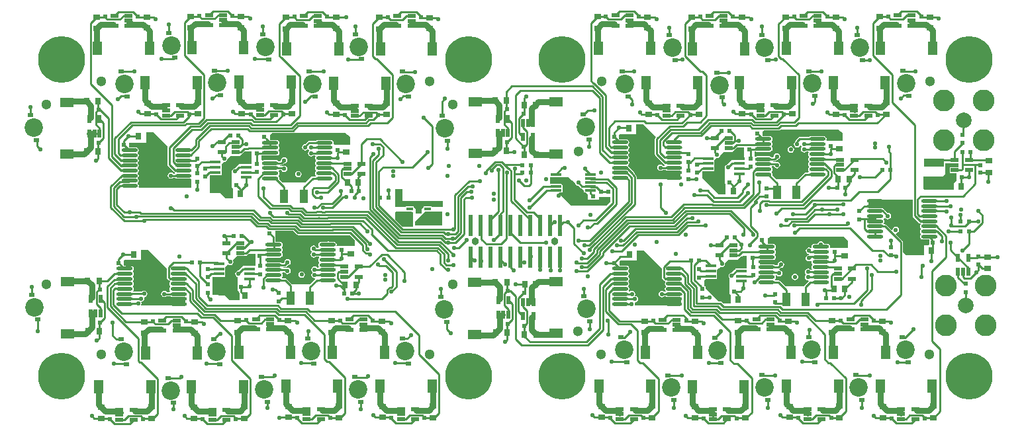
<source format=gbl>
G04*
G04 #@! TF.GenerationSoftware,Altium Limited,Altium Designer,18.1.9 (240)*
G04*
G04 Layer_Physical_Order=4*
G04 Layer_Color=16711680*
%FSTAX44Y44*%
%MOMM*%
G71*
G01*
G75*
%ADD10C,0.2540*%
%ADD16R,0.6000X0.5500*%
%ADD17R,0.9000X0.7000*%
%ADD18O,2.1000X0.4500*%
%ADD19R,0.5000X0.6000*%
%ADD20R,0.6000X0.5000*%
%ADD22R,0.9000X0.8000*%
%ADD23R,0.5500X0.6000*%
%ADD25R,0.8000X0.9000*%
%ADD51C,2.0000*%
%ADD52C,2.8000*%
%ADD53C,0.9652*%
%ADD54C,0.5588*%
%ADD55C,1.3000*%
%ADD56C,2.3622*%
%ADD57C,6.0000*%
%ADD58R,1.0000X0.4700*%
%ADD59R,1.0000X1.8000*%
%ADD60R,1.3500X0.4500*%
%ADD61R,1.4500X0.3000*%
%ADD62R,0.5080X2.7940*%
%ADD63R,0.7620X1.1938*%
%ADD64R,0.8128X0.3048*%
%ADD65R,0.4700X1.0000*%
%ADD66R,2.6000X1.1000*%
%ADD67R,0.7000X0.5000*%
%ADD68R,1.8000X1.2500*%
%ADD69R,0.7000X0.9000*%
%ADD70R,1.2500X1.8000*%
%ADD71C,0.7500*%
G36*
X00193828Y0020557D02*
Y00194062D01*
X00194025Y00193071D01*
X00194587Y00192231D01*
X00196543Y00190275D01*
X00197383Y00189714D01*
X00198255Y0018954D01*
X00198712Y00188532D01*
X00198763Y00188381D01*
X00198623Y00188073D01*
X00197892Y0018698D01*
X00197619Y00185606D01*
X00197892Y00184233D01*
X0019867Y00183069D01*
X00198786Y00182992D01*
Y00181721D01*
X0019867Y00181644D01*
X00197892Y0018048D01*
X00197619Y00179107D01*
X00197892Y00177733D01*
X00198623Y0017664D01*
X00198763Y00176332D01*
X00198685Y00176164D01*
X00197852Y00175196D01*
X00194279D01*
X00194051Y00175536D01*
X00192707Y00176435D01*
X00191122Y0017675D01*
X00189536Y00176435D01*
X00188192Y00175536D01*
X00187293Y00174192D01*
X00186978Y00172607D01*
X00187293Y00171021D01*
X00188192Y00169676D01*
X00189536Y00168778D01*
X00191122Y00168463D01*
X00192707Y00168778D01*
X00194051Y00169676D01*
X00194279Y00170017D01*
X00198748D01*
X00199835Y00169291D01*
X00201208Y00169018D01*
X00216863D01*
X00218134Y00167924D01*
Y0015748D01*
X00162215Y0015748D01*
X00161562Y00158526D01*
X00161574Y0015875D01*
X00161878Y00160274D01*
X00161562Y0016186D01*
X00162438Y00162835D01*
X00162876Y00162922D01*
X0016422Y0016382D01*
X00165118Y00165164D01*
X00165434Y0016675D01*
X0016531Y00167371D01*
X00165348Y00168421D01*
X00166232Y00168751D01*
X0016694Y00168892D01*
X00168284Y0016979D01*
X00169182Y00171134D01*
X00169498Y0017272D01*
X00169182Y00174306D01*
X00168284Y0017565D01*
X0016694Y00176548D01*
X00165354Y00176864D01*
X00163768Y00176548D01*
X00162424Y0017565D01*
X00162197Y0017531D01*
X00151648D01*
X00151252Y00176549D01*
X00151293Y0017664D01*
X00152024Y00177733D01*
X00152297Y00179107D01*
X00152024Y0018048D01*
X00151246Y00181644D01*
X0015113Y00181721D01*
Y00182992D01*
X00151246Y00183069D01*
X00152024Y00184233D01*
X00152297Y00185606D01*
X00152024Y0018698D01*
X00151293Y00188073D01*
X0015113Y00188431D01*
Y00189282D01*
X00151293Y0018964D01*
X00152024Y00190733D01*
X00152297Y00192106D01*
X00152024Y0019348D01*
X00151246Y00194644D01*
X0015113Y00194722D01*
Y00195991D01*
X00151246Y00196069D01*
X00152024Y00197233D01*
X00152297Y00198606D01*
X00152024Y0019998D01*
X00151293Y00201073D01*
X0015113Y00201431D01*
Y00202282D01*
X00151293Y0020264D01*
X00152024Y00203733D01*
X00152297Y00205107D01*
X00152024Y0020648D01*
X00151246Y00207644D01*
X00150082Y00208422D01*
X00148708Y00208695D01*
X00140174D01*
X00139167Y00209702D01*
Y00215394D01*
X0014007Y00216287D01*
X00161174Y00216054D01*
Y0022925D01*
X00170148Y0022925D01*
X00193828Y0020557D01*
D02*
G37*
G36*
X00307426Y0022352D02*
X00307426Y0020828D01*
X00291471Y0020828D01*
X0028575Y00202559D01*
X00284164Y00202244D01*
X0028282Y00201346D01*
X00281922Y00200001D01*
X00281606Y00198416D01*
X00281922Y0019683D01*
X0028282Y00195486D01*
X00284164Y00194587D01*
X0028521Y00194379D01*
Y0018538D01*
Y0017784D01*
Y00177321D01*
X0028689Y00175641D01*
Y0017472D01*
X00287087Y00173729D01*
X002871Y0017371D01*
Y00164733D01*
X00274421D01*
X00268278Y00170876D01*
X00252984Y0017113D01*
X00252984Y0019414D01*
X00253539Y001946D01*
X0026886D01*
Y002011D01*
Y002073D01*
X00272486Y00210307D01*
X00273646Y00209532D01*
X00275232Y00209216D01*
X00276818Y00209532D01*
X00278162Y0021043D01*
X0027906Y00211774D01*
X00279376Y0021336D01*
X0027906Y00214946D01*
X00278583Y0021566D01*
X00283937Y00221014D01*
X00295749Y0022098D01*
X00298289Y0022352D01*
X00307426Y0022352D01*
D02*
G37*
G36*
X00195539Y00361275D02*
X00195331Y00360963D01*
X00195134Y00359972D01*
Y00338274D01*
X00195331Y00337283D01*
X00195893Y00336443D01*
X00203505Y00328831D01*
X00204Y00328499D01*
X0020417Y00327474D01*
X00203585Y00326752D01*
X00202743D01*
X00202516Y00327092D01*
X00201172Y0032799D01*
X00199586Y00328306D01*
X00198Y0032799D01*
X00196656Y00327092D01*
X00195758Y00325748D01*
X00195442Y00324162D01*
X00195758Y00322576D01*
X00196656Y00321232D01*
X00198Y00320334D01*
X00199586Y00320018D01*
X00201172Y00320334D01*
X00202516Y00321232D01*
X00202743Y00321572D01*
X00204844D01*
X00205931Y00320846D01*
X00207304Y00320573D01*
X00223804D01*
X00224022Y00320616D01*
X00225292Y00319574D01*
X00225292Y00308864D01*
X00158913Y00308864D01*
X00158188Y00310134D01*
X00158393Y00311162D01*
X0015812Y00312535D01*
X00157389Y00313629D01*
X00157226Y00313986D01*
Y00314837D01*
X00157389Y00315195D01*
X0015812Y00316289D01*
X00158393Y00317662D01*
X0015812Y00319035D01*
X00157342Y003202D01*
X00157226Y00320277D01*
Y00321547D01*
X00157342Y00321624D01*
X0015812Y00322789D01*
X00158393Y00324162D01*
X0015812Y00325535D01*
X00157389Y00326629D01*
X00157226Y00326986D01*
Y00327837D01*
X00157389Y00328195D01*
X0015812Y00329288D01*
X00158393Y00330662D01*
X0015812Y00332035D01*
X00157342Y003332D01*
X00157226Y00333277D01*
Y00334547D01*
X00157342Y00334624D01*
X0015812Y00335788D01*
X00158393Y00337162D01*
X0015812Y00338535D01*
X00157389Y00339629D01*
X00157226Y00339986D01*
Y00340838D01*
X00157389Y00341195D01*
X0015812Y00342289D01*
X00158393Y00343662D01*
X0015812Y00345035D01*
X00157342Y003462D01*
X00157226Y00346277D01*
Y00347547D01*
X00157342Y00347624D01*
X0015812Y00348788D01*
X00158393Y00350162D01*
X0015812Y00351535D01*
X00157389Y00352629D01*
X00157226Y00352986D01*
Y00353838D01*
X00157389Y00354195D01*
X0015812Y00355289D01*
X00158393Y00356662D01*
X0015812Y00358035D01*
X00157342Y003592D01*
X00156178Y00359978D01*
X00154804Y00360251D01*
X00146326D01*
Y00365652D01*
X00147228Y00366545D01*
X00168332Y00366312D01*
Y00379508D01*
X00177306Y00379508D01*
X00195539Y00361275D01*
D02*
G37*
G36*
X00302768Y00354838D02*
X00302768Y0033916D01*
X00286142Y0033916D01*
X00280304Y00333323D01*
X00280021Y00333266D01*
X00278676Y00332368D01*
X00277778Y00331024D01*
X00277722Y0033074D01*
X00277552Y0033057D01*
Y00329887D01*
X00277463Y00329438D01*
X00277552Y00328989D01*
X00277552Y00309188D01*
X00278608Y00308132D01*
Y0029471D01*
X00269995D01*
X00262949Y00301756D01*
X00249428Y0030198D01*
X00249428Y00324746D01*
X00264392D01*
Y00331246D01*
Y00337746D01*
Y00338895D01*
X00267844Y00341756D01*
X0026909Y00342004D01*
X00270434Y00342902D01*
X00271332Y00344246D01*
X00271428Y00344727D01*
X00271504Y0034479D01*
X00275986Y00349272D01*
X00287798Y00349238D01*
X00293398Y00354838D01*
X00302768Y00354838D01*
D02*
G37*
G36*
X00428498Y00373634D02*
Y00364585D01*
X00428248Y00363982D01*
X00408076D01*
X00407362Y00365252D01*
X00407571Y00366302D01*
X00407298Y00367675D01*
X0040652Y0036884D01*
X00405355Y00369618D01*
X00403982Y00369891D01*
X00387482D01*
X00386109Y00369618D01*
X00385022Y00368892D01*
X00376235D01*
X00375244Y00368695D01*
X00374404Y00368133D01*
X00370786Y00364516D01*
X00369932Y00364346D01*
X00368588Y00363448D01*
X0036769Y00362103D01*
X00367374Y00360518D01*
X0036769Y00358932D01*
X00368588Y00357588D01*
X00369932Y00356689D01*
X00371518Y00356374D01*
X00373104Y00356689D01*
X00374448Y00357588D01*
X00375837Y0035738D01*
X00375953Y00357206D01*
X00376038Y00355736D01*
X0037514Y00354392D01*
X00374824Y00352806D01*
X0037514Y0035122D01*
X00376038Y00349876D01*
X00377382Y00348978D01*
X00378968Y00348662D01*
X00380554Y00348978D01*
X00381898Y00349876D01*
X00382125Y00350216D01*
X00384119D01*
X00384165Y00350167D01*
X00384681Y00348946D01*
X00384166Y00348175D01*
X00383893Y00346802D01*
X00384166Y00345429D01*
X00384944Y00344264D01*
X0038506Y00344187D01*
Y00342917D01*
X00384944Y0034284D01*
X00384166Y00341675D01*
X00383893Y00340302D01*
X00384166Y00338929D01*
X00384944Y00337764D01*
X0038506Y00337687D01*
Y00336417D01*
X00384944Y0033634D01*
X00384166Y00335175D01*
X00383893Y00333802D01*
X00384166Y00332429D01*
X00384944Y00331264D01*
X0038506Y00331187D01*
Y00329917D01*
X00384944Y0032984D01*
X00384166Y00328675D01*
X00383893Y00327302D01*
X00384166Y00325929D01*
X00384944Y00324764D01*
X00384335Y00323644D01*
X00384126Y00323392D01*
X00381016D01*
X00380025Y00323195D01*
X00379185Y00322633D01*
X00371512Y0031496D01*
X00342499D01*
X0033819Y00319268D01*
X00338298Y00319429D01*
X00338571Y00320802D01*
X00338298Y00322175D01*
X0033752Y0032334D01*
X00337404Y00323417D01*
Y00324687D01*
X0033752Y00324764D01*
X00338298Y00325929D01*
X00338571Y00327302D01*
X00338298Y00328675D01*
X0033752Y0032984D01*
X00337411Y00329912D01*
X00337797Y00331182D01*
X00340292D01*
X00340304Y00331124D01*
X00341202Y0032978D01*
X00342546Y00328882D01*
X00344132Y00328566D01*
X00345718Y00328882D01*
X00347062Y0032978D01*
X0034796Y00331124D01*
X00348276Y0033271D01*
X0034796Y00334296D01*
X00347062Y0033564D01*
X00345718Y00336538D01*
X00344132Y00336854D01*
X00342546Y00336538D01*
X00342282Y00336362D01*
X00338723D01*
X00338686Y00336412D01*
X00339325Y00337682D01*
X00340772D01*
X00341763Y00337879D01*
X00342603Y00338441D01*
X00343731Y00339568D01*
X00344132Y00339488D01*
X00345718Y00339804D01*
X00347062Y00340702D01*
X0034796Y00342046D01*
X00348276Y00343632D01*
X0034796Y00345218D01*
X00347062Y00346562D01*
X00345718Y0034746D01*
X00344132Y00347776D01*
X00342546Y0034746D01*
X00341202Y00346562D01*
X00340304Y00345218D01*
X00339988Y00343632D01*
X00338904Y00342862D01*
X00337487D01*
X00336356Y00343618D01*
X00334982Y00343891D01*
X00318482D01*
X00317109Y00343618D01*
X00316992Y0034354D01*
X00315722Y00344219D01*
Y00349852D01*
X00317782D01*
X00318482Y00349713D01*
X00334982D01*
X00336356Y00349986D01*
X0033752Y00350764D01*
X00338298Y00351929D01*
X00338571Y00353302D01*
X00338298Y00354675D01*
X0033752Y0035584D01*
X00337404Y00355917D01*
Y00357187D01*
X0033752Y00357264D01*
X00338298Y00358429D01*
X00338571Y00359802D01*
X00338298Y00361175D01*
X0033752Y0036234D01*
X00337404Y00362417D01*
Y00363687D01*
X0033752Y00363764D01*
X00338298Y00364929D01*
X00338571Y00366302D01*
X00338298Y00367675D01*
X0033752Y0036884D01*
X00336356Y00369618D01*
X00334982Y00369891D01*
X00326126D01*
X00325976Y00370041D01*
Y00375666D01*
X00328897Y00378587D01*
X00422275D01*
X00428498Y00373634D01*
D02*
G37*
G36*
X00496Y00306438D02*
Y00292D01*
X00547D01*
Y0028425D01*
X00545826Y00284D01*
X00533194D01*
Y0028469D01*
X00522526D01*
Y00284D01*
X005225D01*
X0052Y002815D01*
Y0027575D01*
X005125D01*
X005125Y002815D01*
X00510334Y00283666D01*
Y0028469D01*
X00499666D01*
Y00284D01*
X0048625D01*
Y00292D01*
X00486131Y00292119D01*
Y0030625D01*
X0048625Y003065D01*
X00495974D01*
X00496Y00306438D01*
D02*
G37*
G36*
X0054675Y0026D02*
X00512648Y0026D01*
X0051175Y00260898D01*
X0051175Y0026475D01*
X0052475Y0027775D01*
X0054675D01*
X0054675Y0026D01*
D02*
G37*
G36*
X00509Y002765D02*
X00509Y00259D01*
X0049563Y00259D01*
X00486493Y00268137D01*
X00486493Y00276834D01*
X00487465Y00277903D01*
X00487916Y00278D01*
X005075Y00278D01*
X00509Y002765D01*
D02*
G37*
G36*
X00360005Y00249121D02*
X00360845Y00248559D01*
X00361225Y00248484D01*
X00362313Y00247396D01*
X0042799D01*
X00432653Y00243684D01*
X00435102Y00241236D01*
Y00234282D01*
X00434852Y0023368D01*
X00412203D01*
X00411338Y0023495D01*
X00411483Y00235679D01*
X0041121Y00237052D01*
X00410432Y00238216D01*
X00409268Y00238994D01*
X00407894Y00239268D01*
X00403056D01*
X00402698Y00239507D01*
X00401113Y00239822D01*
X00399527Y00239507D01*
X00399169Y00239268D01*
X00391394D01*
X00390021Y00238994D01*
X00388856Y00238216D01*
X00388078Y00237052D01*
X00387805Y00235679D01*
X00388078Y00234305D01*
X00388856Y00233141D01*
X00388247Y0023202D01*
X00388038Y00231768D01*
X00385934D01*
X00385844Y00232218D01*
X00384946Y00233562D01*
X00383602Y0023446D01*
X00382016Y00234776D01*
X0038043Y0023446D01*
X00379086Y00233562D01*
X00378188Y00232218D01*
X00377872Y00230632D01*
X00378188Y00229046D01*
X00379086Y00227702D01*
X0037939Y00227499D01*
Y00226516D01*
X00379252Y00226064D01*
X00378442Y00224852D01*
X00378126Y00223266D01*
X00378442Y0022168D01*
X0037934Y00220336D01*
X00380684Y00219438D01*
X0038227Y00219122D01*
X00383856Y00219438D01*
X003852Y00220336D01*
X00385427Y00220676D01*
X00388498D01*
X00388856Y00220141D01*
X00388972Y00220064D01*
Y00218794D01*
X00388856Y00218716D01*
X00388078Y00217552D01*
X00387805Y00216179D01*
X00388078Y00214805D01*
X00388856Y00213641D01*
X00388972Y00213564D01*
Y00212294D01*
X00388856Y00212216D01*
X00388078Y00211052D01*
X00387805Y00209679D01*
X00388078Y00208305D01*
X00388571Y00207568D01*
X00388006Y00206298D01*
X00386443D01*
X00386216Y00206638D01*
X00384872Y00207536D01*
X00383286Y00207852D01*
X003817Y00207536D01*
X00380356Y00206638D01*
X00379458Y00205294D01*
X00379142Y00203708D01*
X00379458Y00202122D01*
X00380112Y00201144D01*
X00380266Y00200279D01*
X00380112Y00199414D01*
X00379458Y00198436D01*
X00379142Y0019685D01*
X00379458Y00195264D01*
X00380356Y0019392D01*
X003817Y00193022D01*
X00383286Y00192706D01*
X00383665Y00192782D01*
X00384291Y00191611D01*
X00377337Y00184658D01*
X00354571D01*
X00354329Y00185019D01*
X00347339Y0019201D01*
X00346498Y00192571D01*
X00345507Y00192768D01*
X00341664D01*
X00341316Y0019358D01*
Y00194064D01*
X00341432Y00194141D01*
X0034221Y00195305D01*
X00342483Y00196679D01*
X0034221Y00198052D01*
X00341432Y00199216D01*
X00342041Y00200337D01*
X0034225Y00200589D01*
X00344854D01*
X00344866Y00200531D01*
X00345764Y00199187D01*
X00347108Y00198288D01*
X00348694Y00197973D01*
X0035028Y00198288D01*
X00351624Y00199187D01*
X00352522Y00200531D01*
X00352838Y00202117D01*
X00352522Y00203702D01*
X00351624Y00205047D01*
X0035028Y00205945D01*
X00348694Y0020626D01*
X00347108Y00205945D01*
X00346844Y00205768D01*
X00343069D01*
X00342687Y00206429D01*
X00343069Y00207089D01*
X00345334D01*
X00346325Y00207286D01*
X00347165Y00207847D01*
X00348293Y00208975D01*
X00348694Y00208895D01*
X0035028Y0020921D01*
X00351624Y00210109D01*
X00352522Y00211453D01*
X00352838Y00213039D01*
X00352522Y00214624D01*
X00351624Y00215969D01*
X0035028Y00216867D01*
X00348694Y00217182D01*
X00347108Y00216867D01*
X00345764Y00215969D01*
X00344866Y00214624D01*
X0034455Y00213039D01*
X00343466Y00212268D01*
X00341354D01*
X00340267Y00212994D01*
X00338894Y00213268D01*
X00322394D01*
X00322326Y00213323D01*
Y00219034D01*
X00322394Y0021909D01*
X00338894D01*
X00340267Y00219363D01*
X00341432Y00220141D01*
X0034221Y00221305D01*
X00342483Y00222679D01*
X0034221Y00224052D01*
X00341432Y00225216D01*
X00341316Y00225294D01*
Y00226564D01*
X00341432Y00226641D01*
X0034221Y00227805D01*
X00342483Y00229179D01*
X0034221Y00230552D01*
X00341432Y00231716D01*
X00341316Y00231794D01*
Y00233064D01*
X00341432Y00233141D01*
X0034221Y00234305D01*
X00342483Y00235679D01*
X0034221Y00237052D01*
X00341432Y00238216D01*
X00340267Y00238994D01*
X00338894Y00239268D01*
X00333234D01*
Y00245563D01*
X00333037Y00246554D01*
X00332786Y00246929D01*
Y00253238D01*
X00355887D01*
X00360005Y00249121D01*
D02*
G37*
G36*
X00820248Y00373599D02*
X00819351Y00372702D01*
X00818789Y00371861D01*
X00818592Y0037087D01*
Y00351736D01*
X00818789Y00350745D01*
X00819351Y00349905D01*
X00830265Y00338991D01*
X00831105Y00338429D01*
X00831285Y00337948D01*
X00830679Y00336912D01*
X00828715D01*
X00828488Y00337252D01*
X00827144Y0033815D01*
X00825558Y00338466D01*
X00823972Y0033815D01*
X00822628Y00337252D01*
X0082173Y00335908D01*
X00821414Y00334322D01*
X0082173Y00332736D01*
X00822628Y00331392D01*
X00823972Y00330494D01*
X00825558Y00330178D01*
X00827144Y00330494D01*
X00828488Y00331392D01*
X00828715Y00331732D01*
X00832224D01*
X00833311Y00331006D01*
X00834684Y00330733D01*
X00850386D01*
X00851656Y00329658D01*
X00851656Y00319532D01*
X0079507Y00319532D01*
Y00323188D01*
X00794873Y00324179D01*
X00794311Y00325019D01*
X00792784Y00326547D01*
Y00326586D01*
X00792587Y00327577D01*
X00792025Y00328417D01*
X00785687Y00334756D01*
X007855Y00335695D01*
X00784722Y0033686D01*
X00784606Y00336937D01*
Y00338207D01*
X00784722Y00338284D01*
X007855Y00339449D01*
X00785773Y00340822D01*
X007855Y00342195D01*
X00784722Y0034336D01*
X00784606Y00343437D01*
Y00344707D01*
X00784722Y00344784D01*
X007855Y00345948D01*
X00785773Y00347322D01*
X007855Y00348695D01*
X00784722Y0034986D01*
X00784606Y00349937D01*
Y00351207D01*
X00784722Y00351284D01*
X007855Y00352449D01*
X00785773Y00353822D01*
X007855Y00355195D01*
X00784722Y0035636D01*
X00784606Y00356437D01*
Y00357707D01*
X00784722Y00357784D01*
X007855Y00358949D01*
X00785773Y00360322D01*
X007855Y00361695D01*
X00784722Y0036286D01*
X00784606Y00362937D01*
Y00364207D01*
X00784722Y00364284D01*
X007855Y00365448D01*
X00785773Y00366822D01*
X007855Y00368195D01*
X00784722Y0036936D01*
X00783558Y00370138D01*
X00782184Y00370411D01*
X0077365D01*
X0077269Y00371371D01*
Y0037632D01*
X00773593Y00377213D01*
X00794696Y0037698D01*
Y00390176D01*
X0080367Y00390176D01*
X00820248Y00373599D01*
D02*
G37*
G36*
X00716566Y00314247D02*
X00716672Y00313716D01*
X0071757Y00312371D01*
X00718914Y00311473D01*
X00719942Y00311269D01*
X00727237Y00304832D01*
Y0030273D01*
X00729619D01*
X00732997Y0029975D01*
Y002935D01*
X00747057D01*
Y002965D01*
X00761497Y002965D01*
Y0029075D01*
X00756246Y002855D01*
X00711753Y002855D01*
X00695697Y00301557D01*
X00696183Y0030273D01*
X00700277D01*
Y0031327D01*
X00684497D01*
Y0032225D01*
X00707496D01*
X00716566Y00314247D01*
D02*
G37*
G36*
X00827366Y00205037D02*
Y00193922D01*
X00827563Y00192931D01*
X00828125Y00192091D01*
X00830081Y00190135D01*
X00830921Y00189573D01*
X00831793Y001894D01*
X0083225Y00188391D01*
X00832301Y00188241D01*
X00832161Y00187933D01*
X0083143Y00186839D01*
X00831157Y00185466D01*
X0083143Y00184093D01*
X00832208Y00182928D01*
X00832324Y00182851D01*
Y00181581D01*
X00832208Y00181504D01*
X0083143Y00180339D01*
X00831157Y00178966D01*
X0083143Y00177593D01*
X00832161Y00176499D01*
X00832301Y00176191D01*
X00832223Y00176024D01*
X00831793Y00175524D01*
X00830462Y00175396D01*
X00829118Y00176294D01*
X00827532Y0017661D01*
X00825946Y00176294D01*
X00824602Y00175396D01*
X00823704Y00174052D01*
X00823388Y00172466D01*
X00823704Y0017088D01*
X00824602Y00169536D01*
X00825946Y00168638D01*
X00827532Y00168322D01*
X00829118Y00168638D01*
X00830462Y00169536D01*
X00830689Y00169876D01*
X00832286D01*
X00833373Y0016915D01*
X00834746Y00168877D01*
X00850683D01*
X00851953Y001679D01*
X00851953Y00157792D01*
X00793766Y00157792D01*
X0079296Y00158774D01*
X00793068Y00159313D01*
X00792781Y00160756D01*
X00792799Y00160975D01*
X00793483Y00162091D01*
X0079447Y00162288D01*
X00795814Y00163186D01*
X00796712Y0016453D01*
X00797028Y00166116D01*
X00796712Y00167702D01*
X00795814Y00169046D01*
X0079447Y00169944D01*
X00793974Y00170043D01*
X00793007Y0017088D01*
X00793112Y00171411D01*
X00793322Y00172466D01*
X00793006Y00174052D01*
X00792108Y00175396D01*
X00790764Y00176294D01*
X00789178Y0017661D01*
X00787592Y00176294D01*
X00786257Y00175402D01*
X00786063Y00175409D01*
X00785425Y00175452D01*
X00784858Y00176452D01*
X00784839Y00176511D01*
X00785562Y00177593D01*
X00785835Y00178966D01*
X00785562Y00180339D01*
X00784784Y00181504D01*
X00784668Y00181581D01*
Y00182851D01*
X00784784Y00182928D01*
X00785562Y00184093D01*
X00785835Y00185466D01*
X00785562Y00186839D01*
X00784784Y00188004D01*
X00784668Y00188081D01*
Y00189351D01*
X00784784Y00189428D01*
X00785562Y00190593D01*
X00785835Y00191966D01*
X00785562Y00193339D01*
X00784784Y00194504D01*
X00784668Y00194581D01*
Y00195851D01*
X00784784Y00195928D01*
X00785562Y00197093D01*
X00785835Y00198466D01*
X00785562Y00199839D01*
X00784784Y00201004D01*
X00784668Y00201081D01*
Y00202351D01*
X00784784Y00202428D01*
X00785562Y00203593D01*
X00785835Y00204966D01*
X00785562Y00206339D01*
X00784784Y00207504D01*
X0078362Y00208282D01*
X00782246Y00208555D01*
X00773712D01*
X00772987Y0020928D01*
Y00214293D01*
X00774176Y00215469D01*
X00794993Y0021524D01*
Y00228436D01*
X00803967Y00228436D01*
X00827366Y00205037D01*
D02*
G37*
G36*
X00936076Y00220726D02*
X00936076Y00205346D01*
X00921496D01*
Y0020394D01*
X00920121D01*
X00915727Y00199546D01*
X00915242Y0019945D01*
X00913898Y00198552D01*
X00913Y00197207D01*
X00912684Y00195622D01*
X00913Y00194036D01*
X0091386Y00192749D01*
Y00172981D01*
X0091575Y00171091D01*
Y00160393D01*
X00905751D01*
X00903531Y00162613D01*
X00902691Y00163175D01*
X009017Y00163372D01*
X00900092D01*
X00896928Y00166536D01*
X00883364Y001801D01*
Y00182752D01*
X00881634D01*
X00881634Y00184658D01*
X00881634Y001898D01*
X00884054Y00191806D01*
X00898036D01*
Y00198306D01*
Y00203397D01*
X00902498Y00207096D01*
X00902654Y00206992D01*
X0090424Y00206676D01*
X00905826Y00206992D01*
X0090717Y0020789D01*
X00908068Y00209234D01*
X00908384Y0021082D01*
X0090811Y00212197D01*
X00912587Y00216674D01*
X00924399Y0021664D01*
X00928485Y00220726D01*
X00936076Y00220726D01*
D02*
G37*
G36*
X00932942Y00360172D02*
X00932942Y00344494D01*
X00916316Y00344494D01*
X00909325Y00337504D01*
X00909083Y00337342D01*
X00908921Y003371D01*
X00907726Y00335904D01*
X00907726Y00314522D01*
X00908782Y00313466D01*
Y00300044D01*
X00900169D01*
X00879602Y00320611D01*
X00879602Y0032972D01*
X00894799D01*
Y0033622D01*
Y0034272D01*
Y00344422D01*
X00897581Y00346728D01*
X00897911Y00346662D01*
X00899497Y00346978D01*
X00900841Y00347876D01*
X00901739Y0034922D01*
X00901979Y00350425D01*
X0090616Y00354607D01*
X00917972Y00354572D01*
X0091912Y0035572D01*
X00919341D01*
Y00355941D01*
X00923572Y00360172D01*
X00932942Y00360172D01*
D02*
G37*
G36*
X01065541Y00240792D02*
Y00231742D01*
X01065291Y0023114D01*
X01043451D01*
X01042467Y0023241D01*
X01042561Y00232885D01*
X01042288Y00234258D01*
X0104151Y00235422D01*
X01040345Y002362D01*
X01038972Y00236474D01*
X0103475D01*
X01034578Y00237336D01*
X0103368Y0023868D01*
X01032336Y00239578D01*
X0103075Y00239894D01*
X01029164Y00239578D01*
X0102782Y0023868D01*
X01026922Y00237336D01*
X0102675Y00236474D01*
X01022472D01*
X01021098Y002362D01*
X01019934Y00235422D01*
X01019156Y00234258D01*
X01018883Y00232885D01*
X01018998Y00232305D01*
X01017855Y00231541D01*
X01017288Y0023192D01*
X01015702Y00232236D01*
X01014116Y0023192D01*
X01012772Y00231022D01*
X01011874Y00229678D01*
X01011558Y00228092D01*
X01011874Y00226506D01*
X01012772Y00225162D01*
X01014116Y00224264D01*
X01015313Y00224026D01*
X01015692Y00223153D01*
X01015633Y00222986D01*
X01015385Y00222562D01*
X01013906Y00222268D01*
X01012562Y0022137D01*
X01011664Y00220026D01*
X01011348Y0021844D01*
X01011664Y00216854D01*
X01012562Y0021551D01*
X01013906Y00214612D01*
X01015492Y00214296D01*
X01017078Y00214612D01*
X01018062Y00215269D01*
X0101823Y00215191D01*
X01019091Y00214429D01*
X01018883Y00213385D01*
X01019156Y00212011D01*
X01019887Y00210918D01*
X0102005Y0021056D01*
Y00209709D01*
X01019887Y00209351D01*
X01019156Y00208258D01*
X01018883Y00206885D01*
X01019156Y00205511D01*
X01019649Y00204774D01*
X01019084Y00203504D01*
X01017521D01*
X01017294Y00203844D01*
X0101595Y00204742D01*
X01014364Y00205058D01*
X01012778Y00204742D01*
X01011434Y00203844D01*
X01010536Y002025D01*
X0101022Y00200914D01*
X01010536Y00199328D01*
X01011189Y0019835D01*
X01011345Y00197485D01*
X01011189Y0019662D01*
X01010536Y00195642D01*
X0101022Y00194056D01*
X01010536Y0019247D01*
X01011434Y00191126D01*
X01012778Y00190228D01*
X01014364Y00189912D01*
X01014743Y00189988D01*
X01015369Y00188817D01*
X01009651Y00183099D01*
X01009089Y00182259D01*
X01009061Y00182118D01*
X00985515D01*
X00978417Y00189216D01*
X00977576Y00189777D01*
X00976585Y00189974D01*
X00972742D01*
X00972394Y00190786D01*
Y0019127D01*
X0097251Y00191347D01*
X00973288Y00192511D01*
X00973561Y00193885D01*
X00973288Y00195258D01*
X0097284Y00195928D01*
X00973291Y00197062D01*
X00973392Y00197159D01*
X00973928Y00197192D01*
X00974462Y00196393D01*
X00975806Y00195494D01*
X00977392Y00195179D01*
X00978978Y00195494D01*
X00980322Y00196393D01*
X0098122Y00197737D01*
X00981536Y00199323D01*
X0098122Y00200908D01*
X00980322Y00202253D01*
X00978978Y00203151D01*
X00977845Y00203376D01*
X00977821Y00203436D01*
X00977711Y00204698D01*
X00978243Y00205053D01*
X00979371Y00206181D01*
X00979772Y00206101D01*
X00981358Y00206416D01*
X00982702Y00207315D01*
X009836Y00208659D01*
X00983916Y00210245D01*
X009836Y0021183D01*
X00982702Y00213175D01*
X00981358Y00214073D01*
X00979772Y00214388D01*
X00978186Y00214073D01*
X00976842Y00213175D01*
X00975944Y0021183D01*
X00975628Y00210245D01*
X00974544Y00209474D01*
X00972432D01*
X00971346Y002102D01*
X00969972Y00210474D01*
X00953472D01*
X00952765Y00211054D01*
Y00215715D01*
X00953472Y00216296D01*
X00969972D01*
X00971346Y00216569D01*
X0097251Y00217347D01*
X00973288Y00218511D01*
X00973561Y00219885D01*
X00973288Y00221258D01*
X00972557Y00222351D01*
X00972394Y00222709D01*
Y0022356D01*
X00972557Y00223918D01*
X00973288Y00225011D01*
X00973561Y00226385D01*
X00973288Y00227758D01*
X0097251Y00228922D01*
X00972394Y00229D01*
Y0023027D01*
X0097251Y00230347D01*
X00973288Y00231511D01*
X00973561Y00232885D01*
X00973288Y00234258D01*
X0097251Y00235422D01*
X00971346Y002362D01*
X00969972Y00236474D01*
X00963019D01*
Y00242824D01*
X0096594Y00245745D01*
X01059318D01*
X01065541Y00240792D01*
D02*
G37*
G36*
X01058672Y0037846D02*
Y00369411D01*
X01058422Y00368808D01*
X0103829D01*
X01038043Y0036927D01*
X01037739Y00370078D01*
X01037978Y00371276D01*
X01037705Y00372649D01*
X01036927Y00373814D01*
X01035762Y00374592D01*
X01034389Y00374865D01*
X01017889D01*
X01016515Y00374592D01*
X01015429Y00373866D01*
X01003928D01*
X01002937Y00373669D01*
X01002097Y00373107D01*
X00998718Y00369728D01*
X00998156Y00368888D01*
X00997959Y00367897D01*
Y00367425D01*
X00997619Y00367198D01*
X00996721Y00365854D01*
X00996405Y00364268D01*
X00996721Y00362682D01*
X00997619Y00361338D01*
X00998963Y0036044D01*
X01000549Y00360124D01*
X01002134Y0036044D01*
X01003479Y00361338D01*
X01004377Y00362682D01*
X01004434Y00362968D01*
X01005343Y0036313D01*
X01005753Y00363088D01*
X01006493Y00361981D01*
X01006445Y0036071D01*
X01005547Y00359366D01*
X01005231Y0035778D01*
X01005547Y00356194D01*
X01006445Y0035485D01*
X01007789Y00353952D01*
X01009375Y00353636D01*
X0101096Y00353952D01*
X01012305Y0035485D01*
X01012532Y0035519D01*
X01014526D01*
X01014572Y00355141D01*
X01015088Y0035392D01*
X01014573Y00353149D01*
X010143Y00351776D01*
X01014573Y00350403D01*
X01015303Y00349309D01*
X01015467Y00348951D01*
Y003481D01*
X01015303Y00347743D01*
X01014573Y00346649D01*
X010143Y00345276D01*
X01014573Y00343903D01*
X01015351Y00342738D01*
X01015467Y00342661D01*
Y00341391D01*
X01015351Y00341314D01*
X01014573Y00340149D01*
X010143Y00338776D01*
X01014573Y00337403D01*
X01015303Y00336309D01*
X01015467Y00335952D01*
Y003351D01*
X01015303Y00334743D01*
X01014573Y00333649D01*
X010143Y00332276D01*
X01014573Y00330903D01*
X01015351Y00329738D01*
X01014742Y00328618D01*
X01014533Y00328366D01*
X01011423D01*
X01010432Y00328169D01*
X01009592Y00327607D01*
X0100177Y00319786D01*
X00973053D01*
X00968597Y00324242D01*
X00968705Y00324403D01*
X00968978Y00325776D01*
X00968705Y00327149D01*
X00967927Y00328314D01*
X00967811Y00328391D01*
Y00329661D01*
X00967927Y00329738D01*
X00968705Y00330903D01*
X00968978Y00332276D01*
X00968705Y00333649D01*
X00967974Y00334743D01*
X00967854Y00335005D01*
X00968203Y00336156D01*
X00970699D01*
X00970711Y00336098D01*
X00971609Y00334754D01*
X00972953Y00333856D01*
X00974539Y0033354D01*
X00976125Y00333856D01*
X00977469Y00334754D01*
X00978367Y00336098D01*
X00978682Y00337684D01*
X00978367Y0033927D01*
X00977469Y00340614D01*
X00976125Y00341512D01*
X00974539Y00341828D01*
X00972953Y00341512D01*
X00972689Y00341336D01*
X0096913D01*
X00969092Y00341386D01*
X00969732Y00342656D01*
X00971179D01*
X0097217Y00342853D01*
X0097301Y00343415D01*
X00974137Y00344542D01*
X00974539Y00344462D01*
X00976125Y00344778D01*
X00977469Y00345676D01*
X00978367Y0034702D01*
X00978682Y00348606D01*
X00978367Y00350192D01*
X00977469Y00351536D01*
X00976125Y00352434D01*
X00974539Y0035275D01*
X00972953Y00352434D01*
X00971609Y00351536D01*
X00970711Y00350192D01*
X00970395Y00348606D01*
X0096931Y00347836D01*
X00967894D01*
X00966762Y00348592D01*
X00965389Y00348865D01*
X00948889D01*
X00947515Y00348592D01*
X00947166Y00348358D01*
X00945896Y00349037D01*
Y00354826D01*
X00948189D01*
X00948889Y00354687D01*
X00965389D01*
X00966762Y0035496D01*
X00967927Y00355738D01*
X00968705Y00356903D01*
X00968978Y00358276D01*
X00968705Y00359649D01*
X00967974Y00360743D01*
X00967811Y003611D01*
Y00361951D01*
X00967974Y00362309D01*
X00968705Y00363402D01*
X00968978Y00364776D01*
X00968705Y00366149D01*
X00967927Y00367314D01*
X00967811Y00367391D01*
Y00368661D01*
X00967927Y00368738D01*
X00968705Y00369903D01*
X00968978Y00371276D01*
X00968705Y00372649D01*
X00967927Y00373814D01*
X00966762Y00374592D01*
X00965389Y00374865D01*
X00956532D01*
X0095615Y00375247D01*
Y00380492D01*
X00957942Y00382284D01*
X00976852D01*
X00977843Y00382481D01*
X00978684Y00383043D01*
X00979054Y00383413D01*
X01052449D01*
X01058672Y0037846D01*
D02*
G37*
G36*
X0114803Y0027325D02*
X01148227Y00272259D01*
X01148789Y00271419D01*
X01156375Y00263833D01*
X01157215Y00263271D01*
X01158206Y00263074D01*
X011584D01*
X01158748Y00262263D01*
Y00261779D01*
X01158632Y00261702D01*
X01157854Y00260537D01*
X01157581Y00259164D01*
X01157854Y00257791D01*
X01158585Y00256698D01*
X01158748Y0025634D01*
Y00255488D01*
X01158585Y00255131D01*
X01157854Y00254037D01*
X01157581Y00252664D01*
X01157854Y00251291D01*
X01158632Y00250126D01*
X01158748Y00250049D01*
Y00248779D01*
X01158632Y00248702D01*
X01157854Y00247537D01*
X01157581Y00246164D01*
X01157854Y00244791D01*
X01158632Y00243626D01*
X01159797Y00242848D01*
X0116117Y00242575D01*
X01168082D01*
X0116923Y00242282D01*
Y00235993D01*
X01167962Y00234737D01*
X01163Y00234791D01*
Y00222574D01*
X0113958Y00222574D01*
X01135938Y00226216D01*
Y0023876D01*
X01135741Y00239751D01*
X01135179Y00240591D01*
X01126628Y00249143D01*
X01127082Y00250484D01*
X01128076Y00250682D01*
X0112942Y0025158D01*
X01130318Y00252924D01*
X01130634Y0025451D01*
X01130318Y00256096D01*
X0112942Y0025744D01*
X01128076Y00258338D01*
X0112649Y00258654D01*
X01124904Y00258338D01*
X0112356Y0025744D01*
X01122662Y00256096D01*
X01122464Y00255102D01*
X01121123Y00254648D01*
X01114775Y00260995D01*
X01113935Y00261557D01*
X01112944Y00261754D01*
X0111144D01*
X01111092Y00262565D01*
Y00263049D01*
X01111208Y00263126D01*
X01111986Y00264291D01*
X01112259Y00265664D01*
X01111986Y00267038D01*
X01111255Y00268131D01*
X01111092Y00268489D01*
Y00269103D01*
X01111874Y00269981D01*
X01113181Y00269902D01*
X0111357Y0026932D01*
X01114914Y00268422D01*
X011165Y00268106D01*
X01118086Y00268422D01*
X0111943Y0026932D01*
X01120328Y00270664D01*
X01120644Y0027225D01*
X01120328Y00273836D01*
X0111943Y0027518D01*
X01118086Y00276078D01*
X011165Y00276394D01*
X01116099Y00276314D01*
X01111917Y00280495D01*
X01111488Y00280782D01*
X01111208Y00281202D01*
X01110043Y0028198D01*
X0110867Y00282253D01*
X01092864D01*
X01091594Y00283284D01*
X01091594Y00293218D01*
X0114803Y00293218D01*
Y0027325D01*
D02*
G37*
G36*
X01206754Y00339852D02*
X01206754Y0033886D01*
Y00335152D01*
X01205672Y00334698D01*
X01195912D01*
Y00327458D01*
X01204722D01*
Y00324866D01*
X01204468Y00324612D01*
Y00318008D01*
X01201166Y00314706D01*
Y00305816D01*
X01191768D01*
X01191514Y00305562D01*
X0119126Y00305816D01*
X0116332D01*
X01161796Y0030734D01*
X0116205Y00307594D01*
Y00322918D01*
X01186264D01*
X01189736Y0032639D01*
Y00340106D01*
X01205603D01*
X01206754Y00339852D01*
D02*
G37*
%LPC*%
G36*
X00362482Y0033009D02*
X00360897Y00329775D01*
X00359552Y00328877D01*
X00358654Y00327532D01*
X00358339Y00325947D01*
X00358654Y00324361D01*
X00359552Y00323017D01*
X00360897Y00322118D01*
X00362482Y00321803D01*
X00364068Y00322118D01*
X00365412Y00323017D01*
X00366311Y00324361D01*
X00366626Y00325947D01*
X00366311Y00327532D01*
X00365412Y00328877D01*
X00364068Y00329775D01*
X00362482Y0033009D01*
D02*
G37*
G36*
X00366644Y00201462D02*
X00365058Y00201147D01*
X00363714Y00200249D01*
X00362816Y00198904D01*
X003625Y00197319D01*
X00362816Y00195733D01*
X00363714Y00194389D01*
X00365058Y0019349D01*
X00366644Y00193175D01*
X0036823Y0019349D01*
X00369574Y00194389D01*
X00370472Y00195733D01*
X00370788Y00197319D01*
X00370472Y00198904D01*
X00369574Y00200249D01*
X0036823Y00201147D01*
X00366644Y00201462D01*
D02*
G37*
G36*
X00997722Y00198521D02*
X00996136Y00198205D01*
X00994792Y00197307D01*
X00993894Y00195963D01*
X00993578Y00194377D01*
X00993894Y00192791D01*
X00994792Y00191447D01*
X00996136Y00190549D01*
X00997722Y00190233D01*
X00999308Y00190549D01*
X01000652Y00191447D01*
X0100155Y00192791D01*
X01001866Y00194377D01*
X0100155Y00195963D01*
X01000652Y00197307D01*
X00999308Y00198205D01*
X00997722Y00198521D01*
D02*
G37*
G36*
X00992349Y00361644D02*
X00990763Y00361328D01*
X00989419Y0036043D01*
X00988521Y00359086D01*
X00988205Y003575D01*
X00988521Y00355914D01*
X00989419Y0035457D01*
X00990763Y00353672D01*
X00992349Y00353356D01*
X00993935Y00353672D01*
X00995279Y0035457D01*
X00996177Y00355914D01*
X00996493Y003575D01*
X00996177Y00359086D01*
X00995279Y0036043D01*
X00993935Y00361328D01*
X00992349Y00361644D01*
D02*
G37*
%LPD*%
D10*
X0073534Y00257415D02*
X00741115Y0026319D01*
X00733085Y00257415D02*
X0073534D01*
X00741115Y0026319D02*
X00744578D01*
X0076881Y00287422D02*
Y00308896D01*
X00744578Y0026319D02*
X0076881Y00287422D01*
X0116985Y00284734D02*
X01170104Y00284988D01*
X00546662Y0024765D02*
X00550726Y00243586D01*
X00492541Y0024765D02*
X00546662D01*
X00457962Y00282229D02*
X00492541Y0024765D01*
X01136008Y0045772D02*
X0115169D01*
X01015806Y0045746D02*
X01031488D01*
X00897502Y00455688D02*
X00912864D01*
X00776598Y00457212D02*
X00792014D01*
X009025Y00327D02*
X0090375Y0032575D01*
X01128948Y00085426D02*
X011425D01*
X01007333Y00085567D02*
X01022798D01*
X00807482Y00189992D02*
X00808228Y00189246D01*
X00877316Y00168215D02*
X00888559D01*
X00696976Y00219506D02*
X00697738Y00218744D01*
X00763374Y00085592D02*
X00782768D01*
X00496062Y00457D02*
X00511744D01*
X00376428Y00457206D02*
X00395158D01*
X00316908Y00504444D02*
Y00515366D01*
X00255076Y004583D02*
X002555Y00458724D01*
X0013595Y00457206D02*
X00152648D01*
X00582676Y00260554D02*
X0058288Y0026035D01*
X0054483Y0016813D02*
Y00178642D01*
X00416132Y00183134D02*
X00420958Y00178308D01*
X00174208Y00185928D02*
X0017428Y00186D01*
X00707644Y00264632D02*
X00715Y00257276D01*
X00727232Y00224506D02*
X0072804D01*
X00715Y00236738D02*
X00727232Y00224506D01*
X00715Y00236738D02*
Y00257276D01*
X01119952Y00319852D02*
Y00352405D01*
X00465582Y00285385D02*
Y00329438D01*
X0033115Y00229179D02*
Y00235535D01*
X00325763Y00250444D02*
X00330644Y00245563D01*
Y00235679D02*
Y00245563D01*
X00332786Y0017797D02*
X00336978Y00173778D01*
Y00163278D02*
X00341171Y0016747D01*
X00229816Y0013669D02*
X00238967D01*
X00241577Y0013408D01*
X00219458Y0013669D02*
X00229816D01*
X00212714Y00143684D02*
X0021864Y00137758D01*
X00193632Y00143684D02*
X00212714D01*
X00200394Y00138754D02*
X00206702D01*
X005461Y00418822D02*
X0055Y00422722D01*
X005461Y0040072D02*
Y00418822D01*
Y0040022D02*
Y0040072D01*
X01183386Y00022098D02*
Y00101864D01*
X0117325Y00112D02*
X01183386Y00101864D01*
X0117325Y00112D02*
Y00202208D01*
X01190892Y0021985D01*
X00104886Y00113258D02*
X00107496Y00115868D01*
X00108314Y00136194D02*
X00108564D01*
X00107496Y00125019D02*
Y00135377D01*
X00108314Y00136194D01*
X00133652Y00011404D02*
X0013996D01*
X00129528Y00114312D02*
X00135502D01*
X00125222Y00118618D02*
X00129528Y00114312D01*
X0014485Y00016294D02*
X00160822D01*
X00146722Y00006474D02*
X00151652Y00011404D01*
X00158036Y00086528D02*
X00159524Y0008504D01*
X00160908D01*
X00174777Y00013198D02*
X00176602D01*
X00163918D02*
X00174777D01*
X00165577Y0013696D02*
X00176436D01*
X00179532Y00133864D01*
X00195504D02*
X00200394Y00138754D01*
X00217395Y00016078D02*
X00220005Y00013468D01*
X00210766Y000645D02*
X00212538Y00066272D01*
X0021864Y00137508D02*
X00219458Y0013669D01*
X0021864Y00137508D02*
Y00137758D01*
X00239514Y00013468D02*
X00240332Y0001265D01*
X00229156Y00013468D02*
X00239514D01*
X00240332Y000124D02*
Y0001265D01*
X0025227Y00011404D02*
X00258578D01*
X0027944Y00016294D02*
X00282536Y00013198D01*
X0029522D02*
X00300936Y00018914D01*
X00293395Y00013198D02*
X0029522D01*
X00295876Y00138508D02*
X00298972Y00135412D01*
X00322771Y00026771D02*
Y00034548D01*
X0031502Y00066048D02*
X00315271D01*
X00314944Y00135412D02*
X00319834Y00140302D01*
X00330206Y00066048D02*
X00331978Y0006782D01*
X00360358Y00014393D02*
X00361176Y00013575D01*
X0035Y00014393D02*
X00360358D01*
X00361176Y00013325D02*
Y00013575D01*
X00358407Y00138238D02*
X00361017Y00135628D01*
X00379422Y00012329D02*
X00384312Y00017219D01*
X00373114Y00012329D02*
X00379422D01*
X00374964Y0012452D02*
X00375158Y00124714D01*
X00400284Y00017219D02*
X0040338Y00014123D01*
X0039614Y00088914D02*
X00398852Y00086202D01*
X004014D01*
X00414239Y00014123D02*
X00416064D01*
X00415764Y00138122D02*
X0041886Y00135026D01*
X00442408Y00034162D02*
Y00034662D01*
Y00024698D02*
Y00034162D01*
X00434832Y00135026D02*
X00439722Y00139916D01*
X00458695Y00017003D02*
X00461305Y00014393D01*
X00450094Y00065662D02*
X00451866Y00067434D01*
X00457968Y0013867D02*
X00458786Y00137852D01*
X00480814Y00014393D02*
X00481632Y00013575D01*
X00470456Y00014393D02*
X00480814D01*
X00481632Y00013325D02*
Y00013575D01*
X00469144Y00137852D02*
X00478295D01*
X00480905Y00135242D01*
X00499878Y00012329D02*
X00504768Y00017219D01*
X0049357Y00012329D02*
X00499878D01*
X0049542Y00115237D02*
X00501959D01*
X00506476Y00119754D01*
X0052074Y00017219D02*
X00523836Y00014123D01*
X00534695D02*
X0053652D01*
X00107496Y00115868D02*
Y00125019D01*
X00108564Y00136194D02*
X0011449Y0014212D01*
X00125222Y00118618D02*
Y00135636D01*
X0025412Y00114312D02*
X0026122Y00121412D01*
X00300936Y00018914D02*
Y0006363D01*
X00374964Y00115237D02*
Y0012452D01*
X0042178Y00019839D02*
Y00065821D01*
X00416064Y00014123D02*
X0042178Y00019839D01*
X005165Y00095236D02*
Y00119491D01*
X0053652Y00014123D02*
X00542236Y00019839D01*
Y000695D01*
X00158036Y00086528D02*
Y00115461D01*
X00277114Y00087452D02*
Y00118872D01*
X0039614Y00088914D02*
Y0012025D01*
X00121714Y000124D02*
Y0001265D01*
X00101387Y00013468D02*
X00110538D01*
X00120896D01*
X00121714Y0001265D01*
X0013996Y00011404D02*
X0014485Y00016294D01*
X00160822D02*
X00163918Y00013198D01*
X0012764Y00006474D02*
X00146722D01*
X00121714Y000124D02*
X0012764Y00006474D01*
X00126304Y00083312D02*
X00143002D01*
X00141925Y0013696D02*
X00165577D01*
X00220005Y00013468D02*
X00229156D01*
X00240332Y000124D02*
X00246258Y00006474D01*
X00176602Y00013198D02*
X00182318Y00018914D01*
X0020308Y0002508D02*
Y00033D01*
X0019558Y000645D02*
X00210766D01*
X00179532Y00133864D02*
X00195504D01*
X00282536Y00013198D02*
X00293395D01*
X00263468Y00016294D02*
X0027944D01*
X00258578Y00011404D02*
X00263468Y00016294D01*
X0026534Y00006474D02*
X0027027Y00011404D01*
X00315271Y00066048D02*
X00330206D01*
X00298972Y00135412D02*
X00314944D01*
X00340849Y00014393D02*
X0035D01*
X0040338Y00014123D02*
X00414239D01*
X00384312Y00017219D02*
X00400284D01*
X00367102Y00007399D02*
X00386184D01*
X00391114Y00012329D01*
X00361176Y00013325D02*
X00367102Y00007399D01*
X00365766Y00084237D02*
X00382464D01*
X00461305Y00014393D02*
X00470456D01*
X00481632Y00013325D02*
X00487558Y00007399D01*
X00434908Y00065662D02*
X00450094D01*
X00458786Y00137852D02*
X00469144D01*
X0041886Y00135026D02*
X00434832D01*
X00523836Y00014123D02*
X00534695D01*
X00504768Y00017219D02*
X0052074D01*
X0050664Y00007399D02*
X0051157Y00012329D01*
X001183Y00155197D02*
X00158036Y00115461D01*
X0012211Y00156775D02*
X00141925Y0013696D01*
X00182318Y00018914D02*
Y0006363D01*
X00277114Y00087452D02*
X00300936Y0006363D01*
X0026122Y00121412D02*
X00263144D01*
X0037034Y0014605D02*
X0039614Y0012025D01*
X005165Y00095236D02*
X00542236Y000695D01*
X00246258Y00006474D02*
X0026534D01*
X00244922Y00083312D02*
X0026162D01*
X00487558Y00007399D02*
X0050664D01*
X00486222Y00084237D02*
X0050292D01*
X00160908Y0008504D02*
X00182318Y0006363D01*
X00253689Y00142296D02*
X00277114Y00118872D01*
X004014Y00086202D02*
X0042178Y00065821D01*
X00486131Y0014986D02*
X005165Y00119491D01*
X00377307Y0014986D02*
X00486131D01*
X00711785Y00299265D02*
Y00302805D01*
X00711789Y0030281D01*
X01047561Y00167386D02*
X0105791D01*
X00931418Y00179466D02*
Y00188826D01*
X01173066Y00238946D02*
Y00242518D01*
X0116942Y00246164D02*
X01173066Y00242518D01*
Y00238946D02*
X011735Y00238512D01*
X00326588Y00359772D02*
Y00366128D01*
X00298951Y00359772D02*
X00326588D01*
X00297938Y00358759D02*
X00298951Y00359772D01*
X00293259Y00358759D02*
X00297938D01*
X00288866Y00354366D02*
X00293259Y00358759D01*
X00282664Y00354366D02*
X00288866D01*
X00825558Y00283152D02*
X00832358Y00276352D01*
X00825558Y00283152D02*
Y00313192D01*
X00890086Y0023495D02*
X00900938D01*
X00756589Y00212286D02*
X00766318D01*
X01120902Y0023243D02*
Y00240866D01*
X00927974Y00176022D02*
X00931418Y00179466D01*
X00919908Y00176022D02*
X00927974D01*
X00919908D02*
X00924702Y00171228D01*
Y00165308D02*
Y00171228D01*
X00438755Y00173482D02*
X00439518Y0017272D01*
X00430958Y00173482D02*
X00438755D01*
X011435Y0026925D02*
Y00269402D01*
X00861314Y0031987D02*
X0087163D01*
X009025Y00323016D02*
Y00326795D01*
Y00323016D02*
X00903Y00322516D01*
X0090225Y00321766D02*
X00903Y00322516D01*
X00956995Y00364746D02*
Y00371102D01*
X00955651Y00363402D02*
X00956995Y00364746D01*
X00922971Y00363402D02*
X00955651D01*
X00918908Y0035934D02*
X00922971Y00363402D01*
X00913071Y0035934D02*
X00918908D01*
X00371518Y00360518D02*
Y00361585D01*
X00376235Y00366302D01*
X00395732D01*
X0034725Y00352806D02*
X00358261D01*
X00358653Y00353199D01*
X0035941Y00352442D01*
X0080625Y00354572D02*
Y0035525D01*
X008065Y003555D01*
X00806039Y00348017D02*
Y00348998D01*
X00806Y00349037D02*
X00806039Y00348998D01*
X01000549Y00364268D02*
Y00367897D01*
X01003928Y00371276D01*
X01026139D01*
X00269664Y00354366D02*
Y00361424D01*
X00281054Y00365756D02*
X00282664Y00367366D01*
X00273996Y00365756D02*
X00281054D01*
X00269664Y00361424D02*
X00273996Y00365756D01*
X00264664Y00354366D02*
X00269664D01*
X00908071Y0037234D02*
X00913071D01*
X00895071Y0035934D02*
X00908071Y0037234D01*
X01159613Y00209D02*
X0116125D01*
X01159307Y00208693D02*
X01159613Y00209D01*
X01159307Y00194259D02*
Y00208693D01*
X0121175Y002285D02*
X0122025Y00237D01*
Y0025275D01*
X00773996Y00159466D02*
X00789077D01*
X0116942Y00278664D02*
X01192022D01*
X00141306Y00173455D02*
X00142042Y0017272D01*
X007205Y00315D02*
X00725Y003105D01*
X007205Y00315D02*
Y00315301D01*
X00725Y003105D02*
X00735757D01*
X00729007Y0033225D02*
X00735757Y003255D01*
X0072975Y00332993D02*
Y00333D01*
X00729007Y0033225D02*
X0072975Y00332993D01*
X00699956Y00333699D02*
X00702876D01*
X00685038Y00202692D02*
Y00219092D01*
X00646282Y00260389D02*
Y00270263D01*
Y00260389D02*
X0064635Y0026032D01*
X00691757Y003255D02*
X00699956Y00333699D01*
X00202884Y0047371D02*
X00204156Y00474982D01*
X00187198Y0047371D02*
X00202884D01*
X00196656Y00506982D02*
Y005181D01*
X00561632Y00231432D02*
X00567537D01*
X00577516Y00241412D01*
X00544068Y00239268D02*
X00560578Y00222758D01*
X00554228Y00215646D02*
Y0022372D01*
X0054249Y00235458D02*
X00554228Y0022372D01*
X0054858Y0021274D02*
Y0022398D01*
X00540912Y00231648D02*
X0054858Y0022398D01*
X00544322Y0021161D02*
Y0022285D01*
X00539333Y00227838D02*
X00544322Y0022285D01*
X00563295Y00238252D02*
X00574294Y00249251D01*
X00562899Y00243586D02*
X00570484Y00251171D01*
X00566674Y00252749D02*
Y0029718D01*
X00563099Y00249174D02*
X00566674Y00252749D01*
X00554228Y00249174D02*
X00563099D01*
X00495697Y0025527D02*
X00560578D01*
X01076972Y00503934D02*
Y00513068D01*
Y00503434D02*
Y00503934D01*
X00955321Y00504001D02*
Y00514831D01*
Y00503501D02*
Y00504001D01*
X00837244Y00503934D02*
Y00513528D01*
Y00503434D02*
Y00503934D01*
X00734254Y00370588D02*
Y00371088D01*
Y00360862D02*
Y00370588D01*
X01083056Y00036838D02*
Y00037338D01*
Y00026416D02*
Y00036838D01*
X00727456Y00169918D02*
Y00179212D01*
Y00169418D02*
Y00169918D01*
X0096266Y00036896D02*
Y00037396D01*
Y00026416D02*
Y00036896D01*
X00842934Y00036472D02*
Y00036972D01*
Y00027016D02*
Y00036472D01*
X00435932Y00505286D02*
Y00515246D01*
Y00504786D02*
Y00505286D01*
X005536Y0036872D02*
Y0036922D01*
Y00358274D02*
Y0036872D01*
X00020126Y00401572D02*
Y00411794D01*
Y00401072D02*
Y00401572D01*
X00021396Y00171702D02*
Y00181924D01*
Y00171202D02*
Y00171702D01*
X00494119Y0025146D02*
X0054824D01*
X00490963Y0024384D02*
X00545084D01*
X00490146Y00239268D02*
X00544068D01*
X00451539Y00277876D02*
X00490146Y00239268D01*
X00488568Y00235458D02*
X0054249D01*
X0044996Y00274066D02*
X00488568Y00235458D01*
X0048699Y00231648D02*
X00540912D01*
X00448382Y00270256D02*
X0048699Y00231648D01*
X00477162Y00227838D02*
X00539333D01*
X0063275Y00251604D02*
X00646093Y00238262D01*
X00679033D01*
X01073565Y00344358D02*
X01074707Y003455D01*
X0110992D01*
X01114298Y00341122D01*
X01053821Y00331348D02*
X01058821D01*
X00618744Y0027839D02*
Y0033147D01*
X0060825Y00267896D02*
X00618744Y0027839D01*
X00624078Y00278336D02*
Y00333756D01*
X00628316Y00243252D02*
Y00326868D01*
X0062095Y00275208D02*
X00624078Y00278336D01*
X00634746Y00292026D02*
X0065905Y00267722D01*
X00634746Y00292026D02*
Y00329869D01*
X00631621Y00332994D02*
X00634746Y00329869D01*
X00639064Y0029337D02*
Y0032675D01*
Y0029337D02*
X00654812Y00277622D01*
X00621538Y00236474D02*
X00628316Y00243252D01*
X00756818Y003155D02*
X00765Y00307318D01*
X00735757Y003155D02*
X00756818D01*
X00758166Y0031954D02*
X0076881Y00308896D01*
X00736717Y0031954D02*
X00758166D01*
X00765Y00289D02*
Y00307318D01*
X00743Y00267D02*
X00765Y00289D01*
X0075Y003035D02*
Y00303599D01*
X00744059Y0030954D02*
X0075Y00303599D01*
X00773934Y00321322D02*
X00782024D01*
X007205Y0026063D02*
X0072687Y00267D01*
X00743D01*
X00735757Y003205D02*
X00736717Y0031954D01*
X00735757Y003105D02*
X00736717Y0030954D01*
X00744059D01*
X0075Y003035D02*
X00759D01*
X00735757Y00301743D02*
X0073975Y0029775D01*
X00735757Y00301743D02*
Y003055D01*
X00658114Y0028321D02*
X00680404Y003055D01*
X00691757D01*
X00658368Y00292354D02*
X00676148Y00310134D01*
X00691391D01*
X00691757Y003105D01*
X00461772Y00283807D02*
X00494119Y0025146D01*
X0054824D02*
X00550526Y00249174D01*
X0040166Y00266446D02*
X00444931D01*
X00456438Y00254939D01*
X00455459Y00249541D02*
Y00249541D01*
X00456438Y00250521D01*
X00455459Y00249541D02*
X00477162Y00227838D01*
X00456438Y00250521D02*
Y00254939D01*
X00400082Y00270256D02*
X00448382D01*
X00671322Y00219252D02*
X00671576Y00218998D01*
X00398503Y00274066D02*
X0044996D01*
X00396925Y00277876D02*
X00451539D01*
X00454152Y00280651D02*
X00490963Y0024384D01*
X00454152Y00280651D02*
Y00347472D01*
X00457962Y00282229D02*
Y00343488D01*
X00461772Y00283807D02*
Y00341331D01*
X00465582Y00285385D02*
X00495697Y0025527D01*
X00699099Y003155D02*
X00711789Y0030281D01*
X00691757Y003155D02*
X00699099D01*
X00691757D02*
Y003205D01*
X00644398Y00318008D02*
X00651156Y0031125D01*
X00657D01*
X006595Y0031375D01*
Y0032766D01*
Y0033725D01*
X00639064Y0032675D02*
X0064825D01*
X00647716Y00338534D02*
X00649Y0033725D01*
X00625962Y00338534D02*
X00647716D01*
X00639064Y0032675D02*
Y0033274D01*
X0064825Y0032675D02*
X00649Y00326D01*
X00625962Y00338534D02*
X00631502Y00332994D01*
X00622786Y0034171D02*
X00625962Y00338534D01*
X0106344Y00261D02*
X0106522Y0026278D01*
X00998Y00261D02*
X0106344D01*
X01042Y00275D02*
X0105968D01*
X01068834Y00292834D02*
X010795Y003035D01*
X01019662Y00292834D02*
X01068834D01*
X0103225Y00280495D02*
X01032505Y0028075D01*
X01052086D01*
X01023Y0028625D02*
X0102425Y002875D01*
X0105925D01*
X01009532Y00282704D02*
X01019662Y00292834D01*
X00981092Y00282704D02*
X01009532D01*
X00974137Y0027575D02*
X00981092Y00282704D01*
X01006586Y0029056D02*
X01040363Y00324337D01*
X00965233Y0029056D02*
X01006586D01*
X00963945Y00291848D02*
X00965233Y0029056D01*
X00956451Y00291848D02*
X00963945D01*
X00953084Y00288482D02*
X00956451Y00291848D01*
X01007954Y00286514D02*
X01044173Y00322733D01*
X00961547Y00286514D02*
X01007954D01*
X00953084Y00279166D02*
Y00288482D01*
X0095288Y00278962D02*
X00953084Y00279166D01*
X01067674Y0025719D02*
X01096772Y00228092D01*
X01003524Y0025719D02*
X01067674D01*
X00997524Y0025119D02*
X01003524Y0025719D01*
X01086866Y00256032D02*
Y00268478D01*
X00997Y0026D02*
X00998Y00261D01*
X01023073Y00275D02*
X01042D01*
X01013425Y00265353D02*
X01023073Y00275D01*
X00993723Y00265353D02*
X01013425D01*
X0102318Y00280495D02*
X0103225D01*
X01011847Y00269163D02*
X0102318Y00280495D01*
X00989413Y00269163D02*
X01011847D01*
X01011632Y00274882D02*
X01023Y0028625D01*
X0099525Y00274882D02*
X01011632D01*
X00989Y0026063D02*
X00993723Y00265353D01*
X0098013Y0026063D02*
X00989D01*
X00987Y0026675D02*
X00989413Y00269163D01*
X00860475Y0026D02*
X008835D01*
X00848615Y0024814D02*
X00860475Y0026D01*
X00873416Y00264666D02*
X0087425Y002655D01*
X00859753Y00264666D02*
X00873416D01*
X00859699Y0027D02*
X00866186D01*
X00845459Y0025576D02*
X00859699Y0027D01*
X00847037Y0025195D02*
X00859753Y00264666D01*
X0085982Y0027551D02*
X00913836D01*
X00858242Y0027932D02*
X00915414D01*
X00856664Y0028313D02*
X00932814D01*
X00855646Y002875D02*
X00891862D01*
X0084388Y0025957D02*
X0085982Y0027551D01*
X00842302Y0026338D02*
X00858242Y0027932D01*
X00840724Y0026719D02*
X00856664Y0028313D01*
X00839146Y00271D02*
X00855646Y002875D01*
X00891862D02*
X00892422Y0028694D01*
X00941Y00283039D02*
X0094775Y00289789D01*
X00941Y0025931D02*
Y00283039D01*
Y0025931D02*
X0094966Y0025065D01*
Y00246231D02*
Y0025065D01*
X00940131Y00236702D02*
X0094966Y00246231D01*
X0093275Y002485D02*
Y00256596D01*
X00913836Y0027551D02*
X0093275Y00256596D01*
X00915414Y0027932D02*
X00944326Y00250409D01*
X0094775Y00289789D02*
Y00292677D01*
X00952375Y00297302D01*
X00932814Y0028313D02*
X00951964Y00302279D01*
X00931236Y0028694D02*
X00944099Y00299803D01*
X00658876Y00219854D02*
X00659892Y0022087D01*
X00658876Y00219854D02*
X0065905Y0021968D01*
X00892422Y0028694D02*
X00931236D01*
X00931Y00306D02*
X009375Y003125D01*
X00931Y00302875D02*
Y00306D01*
X00924209Y00296084D02*
X00931Y00302875D01*
X00944099Y00299803D02*
Y00328565D01*
X0094781Y00332276D01*
X009265Y0029075D02*
X009375Y0030175D01*
X00894Y0029075D02*
X009265D01*
X00951964Y00302279D02*
Y00314941D01*
X00894481Y00296084D02*
X00924209D01*
X00885565Y00305D02*
X00894481Y00296084D01*
X00918547Y00309044D02*
X00926279Y00316776D01*
Y0032674D01*
X0087675Y00305D02*
X00885565D01*
X008855Y0029925D02*
X00894Y0029075D01*
X0086875Y0029925D02*
X008855D01*
X00952375Y00297302D02*
X00961443D01*
X00781164Y00271D02*
X00839146D01*
X00782743Y0026719D02*
X00840724D01*
X00784321Y0026338D02*
X00842302D01*
X00785899Y0025957D02*
X0084388D01*
X00793295Y0025576D02*
X00845459D01*
X00795021Y0025195D02*
X00847037D01*
X00797181Y0024814D02*
X00848615D01*
X00776291Y0022725D02*
X00797181Y0024814D01*
X00764Y0022725D02*
X00776291D01*
X00769802Y002345D02*
X00777571D01*
X0077525Y00240656D02*
X00778191D01*
X00793295Y0025576D01*
X0075184Y00225511D02*
X00785899Y0025957D01*
X0075184Y0022188D02*
Y00225511D01*
X0074803Y00227089D02*
X00784321Y0026338D01*
X0074803Y00223458D02*
Y00227089D01*
X0074422Y00228667D02*
X00782743Y0026719D01*
X0074422Y00225037D02*
Y00228667D01*
X0074041Y00230245D02*
X00781164Y00271D01*
X0074041Y00226615D02*
Y00230245D01*
X00735076Y002303D02*
X0079248Y00287704D01*
X00735076Y00228824D02*
Y002303D01*
X0079248Y00287704D02*
Y00323188D01*
X00734562Y00235174D02*
X0078867Y00289282D01*
X00728756Y00235174D02*
X00734562D01*
X0078867Y00289282D02*
Y0032161D01*
X0078486Y0029086D02*
Y00318486D01*
X00735046Y00241046D02*
X0078486Y0029086D01*
X00721106Y00241046D02*
X00735046D01*
X00782918Y00220472D02*
X00785654Y00223208D01*
X00774522Y00220472D02*
X00782918D01*
X00766336Y00212286D02*
X00774522Y00220472D01*
X00766318Y00212286D02*
X00766336D01*
X00777571Y002345D02*
X00795021Y0025195D01*
X00731636Y00201676D02*
X0075184Y0022188D01*
X0071882Y00201676D02*
X00731636D01*
X00731582Y0020701D02*
X0074803Y00223458D01*
X0072517Y0020701D02*
X00731582D01*
X00731527Y00212344D02*
X0074422Y00225037D01*
X00719344Y00212344D02*
X00731527D01*
X0072517Y00217678D02*
X00731473D01*
X0074041Y00226615D01*
X00944326Y00248441D02*
Y00250409D01*
X00940131Y00234869D02*
Y00236702D01*
X0093175Y002485D02*
X00932188D01*
X010795Y003035D02*
X011036D01*
X01119952Y00319852D01*
X0121546Y0025971D02*
X0122146Y0026571D01*
X01158494Y00297942D02*
X01212469D01*
X0115443Y00293878D02*
X01158494Y00297942D01*
X0120975Y0026525D02*
Y0027425D01*
X01197558Y00260058D02*
Y00270763D01*
X011975Y0026D02*
X01197558Y00260058D01*
X01086866Y00268478D02*
X0110042D01*
Y00265664D02*
Y00268478D01*
X01110086Y00278664D02*
X011165Y0027225D01*
X0110042Y00278664D02*
X01110086D01*
X01172494Y00215006D02*
Y0022825D01*
X011735Y00229256D01*
Y00238512D01*
X01194054Y0025273D02*
X0120973D01*
X0120975Y0025275D01*
X0119779Y0025971D02*
X0121546D01*
X011975Y0026D02*
X0119779Y0025971D01*
X0122146Y0026571D02*
X0123196D01*
X0122025Y0025275D02*
X01226543D01*
X01237294Y00263501D01*
Y00273362D01*
X01231946Y0027871D02*
X01237294Y00273362D01*
X01196308Y0022914D02*
Y00238512D01*
X01190892Y0021985D02*
Y00247056D01*
X01178784Y00259164D02*
X01190892Y00247056D01*
X01179896Y00252664D02*
X01185558Y00247002D01*
Y00239762D02*
Y00247002D01*
X01196308Y0022914D02*
X01206246Y00219202D01*
X0116942Y00259164D02*
X01178784D01*
X01206246Y00218886D02*
Y00219202D01*
X01080686Y00268478D02*
X01086866D01*
Y00256032D02*
X01090234Y00252664D01*
X0110042D01*
Y00246164D02*
Y00252664D01*
X01096772Y00228092D02*
X01110742D01*
X01116904Y0022193D01*
X01120902D01*
X01050453Y00206885D02*
X01052464Y00204874D01*
X01030722Y00206885D02*
X01050453D01*
X01126387Y0022193D02*
X01127637Y0022068D01*
X01120902Y0022193D02*
X01126387D01*
X01138234Y00116426D02*
X0114957Y00127762D01*
X01135Y00116426D02*
X01138234D01*
X01081024Y00321818D02*
X01099912D01*
X01109172Y00331078D01*
X01086872Y00285164D02*
X0110042D01*
X01080262Y00278554D02*
X01086872Y00285164D01*
X01080262Y00268054D02*
X01080686Y00268478D01*
X0110042D02*
Y00272164D01*
X00865204Y00188388D02*
Y0021524D01*
Y00188388D02*
X00871982Y0018161D01*
Y00160782D02*
Y0018161D01*
X00867918Y00157388D02*
Y00179844D01*
X00860806Y00186956D02*
X00867918Y00179844D01*
X00860806Y00186956D02*
Y0019715D01*
X00864108Y0015581D02*
Y00178266D01*
X00856996Y00185378D02*
X00864108Y00178266D01*
X00856996Y00185378D02*
Y00194056D01*
X00904617Y00140139D02*
X00925391D01*
X00860298Y00154232D02*
Y00176688D01*
X0085152Y00185466D02*
X00860298Y00176688D01*
X00842996Y00185466D02*
X0085152D01*
X00856488Y00152654D02*
Y00173998D01*
X00842996Y00178966D02*
X0085152D01*
X00856488Y00173998D01*
X00869442Y0018994D02*
X00877316Y00182066D01*
X00869442Y0018994D02*
Y00209478D01*
X00877316Y00178715D02*
Y00182066D01*
X00871982Y00160782D02*
X009017D01*
X00905934Y00156548D01*
X00869442Y00209478D02*
X00875204Y0021524D01*
X00868335Y00156972D02*
X0089856D01*
X00867918Y00157388D02*
X00868335Y00156972D01*
X00866756Y00153162D02*
X00896982D01*
X00864108Y0015581D02*
X00866756Y00153162D01*
X00865178Y00149352D02*
X00895404D01*
X00860298Y00154232D02*
X00865178Y00149352D01*
X008636Y00145542D02*
X00893826D01*
X00856488Y00152654D02*
X008636Y00145542D01*
X00905934Y00156548D02*
X0097795D01*
X00981954Y00152544D01*
X00975442Y00152578D02*
X0097943Y0014859D01*
X00902954Y00152578D02*
X00975442D01*
X00973864Y00148768D02*
X00977852Y0014478D01*
X00901376Y00148768D02*
X00973864D01*
X00972286Y00144958D02*
X00978212Y00139032D01*
X00953204Y00144958D02*
X00972286D01*
X01114442Y00152544D02*
X01133348Y0017145D01*
X00981954Y00152544D02*
X01114442D01*
X01013464Y0014859D02*
X01023884Y0013817D01*
X0097943Y0014859D02*
X01013464D01*
X01011886Y0014478D02*
X01035812Y00120854D01*
X00977852Y0014478D02*
X01011886D01*
X01133348Y0017145D02*
Y0023876D01*
X01112944Y00259164D02*
X01133348Y0023876D01*
X0110042Y00259164D02*
X01112944D01*
X01170104Y00284988D02*
X0119634D01*
X01191696Y00291664D02*
X01191768D01*
X0116942D02*
X01191696D01*
X01191514Y00277876D02*
Y00278156D01*
X01192022Y00278664D01*
X0116942Y00285164D02*
X0116985Y00284734D01*
X01158206Y00265664D02*
X0116942D01*
X01122024Y00417724D02*
X0115062Y00389128D01*
Y0027325D02*
Y00389128D01*
Y0027325D02*
X01158206Y00265664D01*
X01157094Y00272164D02*
X0116942D01*
X0115443Y00274828D02*
X01157094Y00272164D01*
X0115443Y00274828D02*
Y00293878D01*
X01212469Y00297942D02*
X0122809Y00313563D01*
X0116942Y00252664D02*
X01179896D01*
X0122809Y00313563D02*
Y00337858D01*
X01122024Y00417724D02*
Y0045313D01*
X01097594Y0047756D02*
X01122024Y0045313D01*
X00929306Y00231568D02*
Y00235966D01*
X00926188Y0022845D02*
X00929306Y00231568D01*
X00920416Y00244856D02*
X00929306Y00235966D01*
X00976585Y00187385D02*
X00986482Y00177488D01*
X00961722Y00187385D02*
X00976585D01*
X0097633Y00200385D02*
X00977392Y00199323D01*
X00961722Y00200385D02*
X0097633D01*
X00952537Y00193885D02*
X00961722D01*
X0094615Y00187498D02*
X00952537Y00193885D01*
X00976412Y00206885D02*
X00979772Y00210245D01*
X01117632Y00354725D02*
X01119952Y00352405D01*
X01117632Y00354725D02*
Y00360668D01*
X01017409Y00226385D02*
X01030722D01*
X01015702Y00228092D02*
X01017409Y00226385D01*
X01018286Y00220472D02*
X01030135D01*
X01016254Y0021844D02*
X01018286Y00220472D01*
X01015492Y0021844D02*
X01016254D01*
X0101538D02*
X01015492D01*
X01015702Y00227539D02*
Y00228092D01*
X0068445Y0026032D02*
X00688315Y00264185D01*
X00329608Y0017797D02*
X00332786D01*
X01040363Y00324337D02*
Y00329078D01*
X01037165Y00332276D02*
X01040363Y00329078D01*
X01026139Y00332276D02*
X01037165D01*
X00620014Y0033782D02*
X00624078Y00333756D01*
X00615829Y0033782D02*
X00620014D01*
X0062095Y0026032D02*
Y00275208D01*
Y00249983D02*
Y0026032D01*
X00612775Y00241808D02*
X0062095Y00249983D01*
X00610362Y00332353D02*
X00615829Y0033782D01*
X00610362Y003302D02*
Y00332353D01*
X00406758Y00327302D02*
X00409956Y00324104D01*
Y00317554D02*
Y00324104D01*
X00400758Y00308356D02*
X00409956Y00317554D01*
X00395732Y00327302D02*
X00406758D01*
X00382592Y00308356D02*
X00400758D01*
X0038033Y00306093D02*
X00382592Y00308356D01*
X0038033Y00299944D02*
Y00306093D01*
X00384618Y00295656D02*
X00391922D01*
X0038033Y00299944D02*
X00384618Y00295656D01*
X00399473Y0019685D02*
X00399644Y00196679D01*
X00383286Y0019685D02*
X00399473D01*
X01030193Y00200914D02*
X01030722Y00200385D01*
X01014364Y00200914D02*
X01030193D01*
X0060825Y0026032D02*
Y00267896D01*
X00608076Y00250444D02*
Y00260146D01*
X00413766Y00315976D02*
Y00325682D01*
X00405646Y00333802D02*
X00413766Y00325682D01*
X00400127Y00302337D02*
X00413766Y00315976D01*
X00395732Y00333802D02*
X00405646D01*
X00386588Y00302337D02*
X00400127D01*
X00608076Y00260146D02*
X0060825Y0026032D01*
X00399115Y00203708D02*
X00399644Y00203179D01*
X00383286Y00203708D02*
X00399115D01*
X0094781Y00332276D02*
X00957139D01*
X00782024Y00321322D02*
X0078486Y00318486D01*
X00782458Y00334322D02*
X00790194Y00326586D01*
Y00325474D02*
Y00326586D01*
Y00325474D02*
X0079248Y00323188D01*
X00782458Y00327822D02*
X0078867Y0032161D01*
X00660036Y00220726D02*
X00660081D01*
X00671576Y00203454D02*
Y00218998D01*
X00659892Y0022087D02*
X00660036Y00220726D01*
X00718379Y00202117D02*
X0071882Y00201676D01*
X00718566Y00213122D02*
X00719344Y00212344D01*
X0069715Y0026032D02*
X00701462Y00264632D01*
X00707644D01*
X0069715Y00202692D02*
Y00218156D01*
X00825558Y00334322D02*
X00842934D01*
X00832096Y00340822D02*
X00842934D01*
X00821182Y00351736D02*
X00832096Y00340822D01*
X00830984Y00347322D02*
X00842934D01*
X00824992Y00353314D02*
X00830984Y00347322D01*
X00773934Y00334322D02*
X00782458D01*
X00773934Y00327822D02*
X00782458D01*
X00827532Y00172466D02*
X00842996D01*
X00792734Y00165966D02*
X00792884Y00166116D01*
X00773996Y00165966D02*
X00792734D01*
X00773996Y00172466D02*
X00789178D01*
X00788924Y00159313D02*
X00789077Y00159466D01*
X00508254Y00335026D02*
X005278Y00354572D01*
X0047117Y00335026D02*
X00508254D01*
X00465582Y00329438D02*
X0047117Y00335026D01*
X00423414Y00326374D02*
X00428414D01*
X0046667Y00371276D02*
X00496062Y00341884D01*
X00399644Y00235679D02*
X00401113D01*
X00392164Y00288455D02*
X00406003D01*
X00419862Y00296926D02*
X00423418D01*
X00394462Y00282956D02*
X00405892D01*
X00396671Y00277622D02*
X00396925Y00277876D01*
X00392253Y00277622D02*
X00396671D01*
X00391999Y00277876D02*
X00392253Y00277622D01*
X00385495Y00277876D02*
X00391999D01*
X0039825Y00273812D02*
X00398503Y00274066D01*
X00390675Y00273812D02*
X0039825D01*
X0039042Y00274066D02*
X00390675Y00273812D01*
X00387074Y00274066D02*
X0039042D01*
X00386819Y00273812D02*
X00387074Y00274066D01*
X00371305Y00273812D02*
X00386819D01*
X00399828Y00270002D02*
X00400082Y00270256D01*
X00389096Y00270002D02*
X00399828D01*
X00388842Y00270256D02*
X00389096Y00270002D01*
X00388652Y00270256D02*
X00388842D01*
X00388398Y00270002D02*
X00388652Y00270256D01*
X00369727Y00270002D02*
X00388398D01*
X00401406Y00266192D02*
X0040166Y00266446D01*
X00368149Y00266192D02*
X00401406D01*
X00403238Y00262636D02*
X00441198D01*
X00402984Y00262382D02*
X00403238Y00262636D01*
X00366571Y00262382D02*
X00402984D01*
X00404816Y00258826D02*
X0043195D01*
X00404562Y00258572D02*
X00404816Y00258826D01*
X00364992Y00258572D02*
X00404562D01*
X00406394Y00255016D02*
X00430372D01*
X0040614Y00254762D02*
X00406394Y00255016D01*
X00363414Y00254762D02*
X0040614D01*
X00407972Y00251206D02*
X00428794D01*
X00407719Y00250952D02*
X00407972Y00251206D01*
X00361836Y00250952D02*
X00407719D01*
X00405892Y00282956D02*
X00419862Y00296926D01*
X00406003Y00288455D02*
X00416814Y00299266D01*
X00366225Y00278892D02*
X00371305Y00273812D01*
X00364647Y00275082D02*
X00369727Y00270002D01*
X00363069Y00271272D02*
X00368149Y00266192D01*
X00361491Y00267462D02*
X00366571Y00262382D01*
X00359912Y00263652D02*
X00364992Y00258572D01*
X00358334Y00259842D02*
X00363414Y00254762D01*
X00356756Y00256032D02*
X00361836Y00250952D01*
X00416814Y00299266D02*
Y00304038D01*
X00386665Y00282956D02*
X00392164Y00288455D01*
X00383032Y00282956D02*
X00386665D01*
X00372883Y00277622D02*
X00385241D01*
X00367803Y00282702D02*
X00372883Y00277622D01*
X00385241D02*
X00385495Y00277876D01*
X0035507Y00282702D02*
X00367803D01*
X00352021Y0028575D02*
X0035507Y00282702D01*
X00329384Y0028575D02*
X00352021D01*
X00318008Y00297126D02*
X00329384Y0028575D01*
X00353491Y00278892D02*
X00366225D01*
X00350443Y0028194D02*
X00353491Y00278892D01*
X00326136Y0028194D02*
X00350443D01*
X00310896Y0029718D02*
X00326136Y0028194D01*
X00330763Y00271272D02*
X00363069D01*
X00329185Y00267462D02*
X00361491D01*
X00327607Y00263652D02*
X00359912D01*
X00326029Y00259842D02*
X00358334D01*
X00324451Y00256032D02*
X00356756D01*
X00348234Y00276606D02*
X00349758Y00275082D01*
X00441198Y00262636D02*
X00451104Y0025273D01*
X0043195Y00258826D02*
X00454406Y00236371D01*
X00430372Y00255016D02*
X00449072Y00236316D01*
X00428794Y00251206D02*
X00445262Y00234738D01*
X00349758Y00275082D02*
X00364647D01*
X00321403Y0025908D02*
X00324451Y00256032D01*
X00309434Y0025908D02*
X00321403D01*
X00300544Y0026797D02*
X00309434Y0025908D01*
X00322981Y0026289D02*
X00326029Y00259842D01*
X00311012Y0026289D02*
X00322981D01*
X00302122Y0027178D02*
X00311012Y0026289D01*
X00324559Y002667D02*
X00327607Y00263652D01*
X00312591Y002667D02*
X00324559D01*
X00303701Y0027559D02*
X00312591Y002667D01*
X00326137Y0027051D02*
X00329185Y00267462D01*
X00314169Y0027051D02*
X00326137D01*
X00305279Y002794D02*
X00314169Y0027051D01*
X00449072Y00231786D02*
X00451104Y00229754D01*
X00449072Y00231786D02*
Y00236316D01*
X00445262Y00228053D02*
X00448895Y0022442D01*
X00445262Y00228053D02*
Y00234738D01*
X0045324Y0022442D02*
X00454406Y00223254D01*
X00448895Y0022442D02*
X0045324D01*
X00454406Y00236254D02*
Y00236371D01*
X00326164Y00275872D02*
X00330763Y00271272D01*
X00326164Y00275872D02*
Y00276606D01*
X00166624Y0026797D02*
X00300544D01*
X00155702Y0027178D02*
X00302122D01*
X00581256Y0031735D02*
X00594464D01*
X00562864Y00298958D02*
X00581256Y0031735D01*
X00562864Y00256482D02*
Y00298958D01*
X00199586Y00324162D02*
X00215554D01*
X00200661Y00282322D02*
X00203583Y002794D01*
X00199516Y00282322D02*
X00200661D01*
X00191122Y00172607D02*
X00209458D01*
X00579628Y00310134D02*
X00585216D01*
X00566674Y0029718D02*
X00579628Y00310134D01*
X00550526Y00249174D02*
X00554228D01*
X00467005Y00364585D02*
X00470732Y00360857D01*
X00461772Y00341331D02*
X00470732Y00350291D01*
Y00360857D01*
X00457868Y00364585D02*
X00467005D01*
X00134348Y00311162D02*
X00146554D01*
X00130302Y00307116D02*
X00134348Y00311162D01*
X00130302Y00286312D02*
Y00307116D01*
X00147066Y00277079D02*
X00159766D01*
X00130302Y00286312D02*
X00139754Y0027686D01*
X00146523D01*
X00159766Y00277079D02*
X00161255Y0027559D01*
X00141125Y00160274D02*
X00157734D01*
X00140458Y00159607D02*
X00141125Y00160274D01*
X00574294Y00293878D02*
X0057658Y00296164D01*
X00584962D01*
X00574294Y00249251D02*
Y00293878D01*
X00550672Y00238252D02*
X00554228D01*
X00563295D01*
X00454152Y00347472D02*
X00458216Y00351536D01*
X00545084Y0024384D02*
X00550672Y00238252D01*
X00146554Y00324162D02*
X00155078D01*
X00136572D02*
X00146554D01*
X00122682Y00310272D02*
X00136572Y00324162D01*
X00122682Y00283156D02*
Y00310272D01*
X001651Y00266446D02*
X00166624Y0026797D01*
X00122682Y00283156D02*
X00139646Y00266192D01*
X00164846D01*
X001651Y00266446D01*
X00142042Y0017272D02*
X00165354D01*
X00140458Y00172607D02*
X00141306Y00173455D01*
X00578158Y00303276D02*
X00583438D01*
X00570484Y00295602D02*
X00578158Y00303276D01*
X00570484Y00251171D02*
Y00295602D01*
X00559816Y00243586D02*
X00562899D01*
X00457962Y00343488D02*
X00465398Y00350924D01*
Y00358648D01*
X00550726Y00243586D02*
X00559816D01*
X00144844Y00315952D02*
X00146554Y00317662D01*
X0013375Y00315952D02*
X00144844D01*
X00126492Y00308694D02*
X0013375Y00315952D01*
X00126492Y00284734D02*
Y00308694D01*
Y00284734D02*
X00139481Y00271745D01*
X00155229D01*
X00155448Y00271526D02*
X00155702Y0027178D01*
X00155229Y00271745D02*
X00155448Y00271526D01*
X00141102Y0016675D02*
X0016129D01*
X00140458Y00166106D02*
X00141102Y0016675D01*
X00203583Y002794D02*
X00305279D01*
X00161255Y0027559D02*
X00303701D01*
X00318008Y00297126D02*
Y00307848D01*
X00310896Y0031999D02*
X00318208Y00327302D01*
X00310896Y0029718D02*
Y0031999D01*
X00628562Y00355727D02*
X00630175Y00354114D01*
X0063881D01*
X00174208Y00186072D02*
Y00192571D01*
Y00186072D02*
X0017428Y00186D01*
X00476298Y00173022D02*
Y00177771D01*
X00469646Y0016637D02*
X00476298Y00173022D01*
X00483362Y0018268D02*
Y00200075D01*
X00481578Y00180896D02*
X00483362Y0018268D01*
X00479423Y00180896D02*
X00481578D01*
X00476298Y00177771D02*
X00479423Y00180896D01*
X00474349Y00209088D02*
X00483362Y00200075D01*
X00472327Y00216754D02*
X0048768Y00201401D01*
Y0018161D02*
Y00201401D01*
X00481632Y00175562D02*
X0048768Y0018161D01*
X00498602Y00189484D02*
Y00200535D01*
X00475871Y00223266D02*
X00498602Y00200535D01*
X00469047Y00223266D02*
X00475871D01*
X00453448Y00207668D02*
X00469047Y00223266D01*
X00439386Y00207668D02*
X00453448D01*
X0055197Y00203962D02*
X00554228D01*
X00544322Y0021161D02*
X0055197Y00203962D01*
X00551516Y00209804D02*
X00561086D01*
X0054858Y0021274D02*
X00551516Y00209804D01*
X00560832Y0022206D02*
Y00223012D01*
X00560578Y00222758D02*
X00560832Y00223012D01*
X0034307Y00333772D02*
X00344132Y0033271D01*
X00327456Y00333772D02*
X0034307D01*
X0062095Y00216488D02*
Y0021968D01*
Y00216488D02*
X00626872Y00210566D01*
X00318208Y00327302D02*
X00326732D01*
X00671322Y00219252D02*
X0067175Y0021968D01*
X0032212Y00196679D02*
X00330644D01*
X003175Y00192059D02*
X0032212Y00196679D01*
X003175Y00181102D02*
Y00192059D01*
X0068445Y0021968D02*
X00685038Y00219092D01*
X00332018Y00203179D02*
X00347632D01*
X00348694Y00202117D01*
X0063365Y00207344D02*
X00638302Y00202692D01*
X0063365Y00207344D02*
Y0021968D01*
X0069715Y00218156D02*
X00697738Y00218744D01*
X0060833Y0021844D02*
Y002196D01*
X0060825Y0021968D02*
X0060833Y002196D01*
X00582676Y00260554D02*
Y00262382D01*
X0059555Y0021968D02*
X00596392Y00218838D01*
Y00214884D02*
Y00218838D01*
X0058285Y0026032D02*
X0058288Y0026035D01*
X00587459Y00215071D02*
X00588296D01*
X0058285Y0021968D02*
X00587459Y00215071D01*
X00632714Y00251604D02*
X0063275D01*
X00973477Y00338746D02*
X00974539Y00337684D01*
X00957863Y00338746D02*
X00973477D01*
X0059555Y0021968D02*
X00595884Y00220014D01*
X00696976Y00219506D02*
X0069715Y0021968D01*
X00602996Y00236474D02*
X00621538D01*
X00596566Y00242904D02*
X00602996Y00236474D01*
X0059563Y0026024D02*
X00596566Y00259304D01*
X0059555Y0026032D02*
X0059563Y0026024D01*
X00596566Y00242904D02*
Y00259304D01*
X00628316Y00326868D02*
X00629108Y0032766D01*
X00415823Y00216179D02*
X00417576Y00217932D01*
Y0022352D01*
X00383469Y00229179D02*
X00399644D01*
X00382016Y00230632D02*
X00383469Y00229179D01*
X00477577Y00296164D02*
Y00305365D01*
X00629108Y0032766D02*
X00629412D01*
X0059563Y0025654D02*
Y0026024D01*
X0038227Y00223266D02*
X00399057D01*
X0052278Y0039797D02*
X005334Y0038735D01*
Y00339344D02*
Y0038735D01*
X0052832Y00334264D02*
X005334Y00339344D01*
X00435102Y0029922D02*
X00440064Y00304182D01*
X00435102Y00295656D02*
Y0029922D01*
X01057826Y0016747D02*
X01057994D01*
X01056386D02*
X01057826D01*
X00439016Y0030523D02*
Y00315104D01*
Y0030523D02*
X00440064Y00304182D01*
X00640334Y00185206D02*
X0065198D01*
X00639064Y0033274D02*
X00639318Y00332994D01*
X00654812Y00277622D02*
X0066291D01*
X0067175Y00268782D01*
X0065905Y0026032D02*
Y00267722D01*
X00614066Y0034171D02*
X00622786D01*
X0060198Y00329624D02*
X00614066Y0034171D01*
X0060198Y00327456D02*
Y00329624D01*
X00631502Y00332994D02*
X00631621D01*
X0045004Y00371276D02*
X0046667D01*
X00443158Y00364394D02*
X0045004Y00371276D01*
X00443158Y00339384D02*
Y00364394D01*
X01044173Y00322733D02*
Y00330656D01*
X01245292Y003163D02*
Y0032771D01*
X01234694D02*
X01245292D01*
X0122809Y00337858D02*
X01233814D01*
X01211918D02*
X0122809D01*
X0119253Y00322326D02*
X01193546D01*
X0121964Y00321818D02*
X01220182Y0032236D01*
X01211246Y00321818D02*
X0121964D01*
X01210452Y00321024D02*
X01211246Y00321818D01*
X01210452Y00310388D02*
Y00321024D01*
X01220182Y0032236D02*
Y00331078D01*
X01244572Y00344078D02*
X01245616Y00343034D01*
X01220182Y00344078D02*
X01244572D01*
X01211918Y00337858D02*
Y00354114D01*
Y00332688D02*
Y00337858D01*
X01233814D02*
X01233932Y0033774D01*
X0117729Y00340398D02*
X0118097Y00344078D01*
X01202182D01*
X01220182D02*
X01222418Y00346314D01*
Y00354114D01*
X01202182Y00331078D02*
X01210308D01*
X01211918Y00332688D01*
X01202182Y00344078D02*
Y00355346D01*
X01212342Y00365506D01*
Y00365844D01*
Y00376344D02*
X01213138Y0037714D01*
Y00394774D01*
X01243838Y00219598D02*
X0125668D01*
X01229614Y00200312D02*
Y00200406D01*
X01222088Y00192786D02*
X01229614Y00200312D01*
X01214312Y00192786D02*
X01222088D01*
X01212746Y00194352D02*
X01214312Y00192786D01*
X01212746Y00194352D02*
Y00200886D01*
X01229614Y00200406D02*
X01232662Y00203454D01*
Y0021064D01*
X01237704Y00205598D01*
X01243838D01*
X01232662Y0022064D02*
X01233704Y00219598D01*
X01243838D01*
X01230909Y00218886D02*
X01232662Y0022064D01*
X01219246Y00218886D02*
X01230909D01*
X01214458Y0018559D02*
X01216152D01*
X01219246Y00200886D02*
Y00205886D01*
X01206246Y00218886D02*
X01219246Y00205886D01*
X01206246Y00193802D02*
Y00200886D01*
Y00193802D02*
X01214458Y0018559D01*
X01215898Y00176694D02*
X01216478Y00176114D01*
Y0015766D02*
Y00176114D01*
X01061894Y00300054D02*
Y00308864D01*
X0106683Y003138D01*
Y00319532D01*
X01073565Y00326267D01*
Y00331358D01*
X01041146Y00308864D02*
X01051894D01*
X0105283Y003098D01*
Y00319532D01*
X01047983Y00327518D02*
X0105283Y00322671D01*
Y00319532D02*
Y00322671D01*
X01023306Y00418278D02*
Y0042646D01*
X01020826Y00415798D02*
X01023306Y00418278D01*
X00726754Y00402088D02*
X007324Y00407734D01*
X00740854D01*
X00784374Y00426206D02*
X00789686Y00420894D01*
Y00415544D02*
Y00420894D01*
X00844744Y00472434D02*
X00854202D01*
X0085725Y00477266D02*
X00876808Y00457708D01*
X0085725Y00477266D02*
Y00518915D01*
X00905002Y00417322D02*
Y00424942D01*
Y00417322D02*
X0090678Y00415544D01*
X01009513Y00364776D02*
X01026139D01*
X0096387Y00473196D02*
X00964632Y00472434D01*
X00973248D01*
X0097917Y00474472D02*
X00979678Y00473964D01*
X0097917Y00474472D02*
Y00474903D01*
X00976884Y00477189D02*
X0097917Y00474903D01*
X00976884Y00477189D02*
Y00518387D01*
X00979678Y00473964D02*
X00982024D01*
X01003046Y00452942D01*
X00976884Y00518387D02*
X00985795Y00527298D01*
X01003046Y00398018D02*
Y00452942D01*
X00997204Y00392176D02*
X01003046Y00398018D01*
X011329Y00422916D02*
X01136704Y0042672D01*
X01084072Y00471678D02*
X01093712D01*
X00758698Y00120396D02*
Y00138092D01*
X00758444Y00138346D02*
X00758698Y00138092D01*
X0109601Y001778D02*
Y00196596D01*
X01082294Y00164084D02*
X0109601Y001778D01*
X01082294Y0015875D02*
Y00164084D01*
X01075556Y00068338D02*
X01093712D01*
X01070464Y00204874D02*
X01075902Y00210312D01*
X01094718D01*
X0110385Y0020118D01*
X0112701D01*
X0095516Y00068396D02*
X00972636D01*
X01015298Y00116567D02*
Y00125682D01*
X01016054Y00126438D01*
X01057826Y0016747D02*
X0105791Y00167386D01*
X01057994Y0016747D02*
X01061608Y00171084D01*
X01044306Y00181944D02*
X01047608Y00178642D01*
X01046512Y00177546D02*
X01047608Y00178642D01*
X01035558Y00177546D02*
X01046512D01*
X01037561Y00167386D02*
Y00175543D01*
X01035558Y00177546D02*
X01037561Y00175543D01*
X01044306Y00181944D02*
Y00195976D01*
X01061608Y00171084D02*
Y00178642D01*
X01070464Y00187498D01*
Y00191874D01*
X01026139Y0015875D02*
X01028171Y00160782D01*
X01073404D01*
X01090168Y00177546D01*
Y00204978D01*
X0099568Y00229376D02*
Y00231488D01*
X0088728Y00084132D02*
X009017D01*
X00895209Y00116426D02*
X00902692Y00123909D01*
Y00124968D01*
X00835434Y00067972D02*
X00853074D01*
X0054483Y0016813D02*
X0054489Y0016807D01*
X00775268Y00116592D02*
X00779532D01*
X00786748Y00123808D01*
X00755935Y00149829D02*
Y00178085D01*
X0079629Y00087376D02*
Y0012573D01*
X0078802Y00134D02*
X0079629Y0012573D01*
X00771764Y00134D02*
X0078802D01*
X00755935Y00149829D02*
X00771764Y00134D01*
X00734956Y00127374D02*
Y00138418D01*
X0055239Y00127356D02*
X00557786Y0012196D01*
X0055239Y00127356D02*
Y0013707D01*
X01052286Y00198552D02*
X01052464Y00198374D01*
X01046882Y00198552D02*
X01052286D01*
X01044306Y00195976D02*
X01046882Y00198552D01*
X01052464Y00191874D02*
X01057464D01*
X01070464Y00204874D01*
X00995426Y00231742D02*
X0099568Y00231488D01*
Y00227076D02*
Y00229376D01*
X00995426Y0022963D02*
X0099568Y00229376D01*
X00995426Y0022098D02*
Y00223349D01*
X00962228Y00226385D02*
Y00232741D01*
X00955628Y00238979D02*
Y00241808D01*
Y00238979D02*
X00961722Y00232885D01*
X00174244Y00180441D02*
Y00185928D01*
Y00180441D02*
X00174472Y00180214D01*
X00174208Y00185928D02*
X00174244D01*
X00807482Y00189992D02*
X00808228D01*
Y00184404D02*
Y00189246D01*
X00905256Y00199323D02*
X00905483D01*
X00943276Y00208689D02*
X00944598Y00207367D01*
X00943276Y00208689D02*
Y0021844D01*
X00944721Y00219885D02*
X00961722D01*
X00943276Y0021844D02*
X00944721Y00219885D01*
X00929516Y00195326D02*
X00943057D01*
X00944598Y00196867D01*
X00960036Y00170858D02*
X00971804D01*
X00982756Y00160358D02*
X00986482Y00164084D01*
X00971804Y00160358D02*
X00982756D01*
X00986482Y00168402D02*
Y00177488D01*
Y00164084D02*
Y00168402D01*
X01011482Y00168656D02*
Y00181268D01*
Y00164084D02*
Y00168656D01*
Y00181268D02*
X01017599Y00187385D01*
X00875284Y00204132D02*
X0087759Y00201826D01*
X00890016D01*
X00875284Y00193632D02*
X00876978Y00195326D01*
X00890016D01*
X00883102Y0021524D02*
X00889808Y00208534D01*
X00875204Y0021524D02*
X00883102D01*
X0086451Y00214546D02*
X00865204Y0021524D01*
X008377Y00214546D02*
X0086451D01*
X0085299Y00204966D02*
X00860806Y0019715D01*
X00842996Y00198466D02*
X00852586D01*
X00856996Y00194056D01*
X00858486Y00138358D02*
Y00141592D01*
X0085479Y00145288D02*
X00858486Y00141592D01*
X00834232Y00145288D02*
X0085479D01*
X00828548Y00139604D02*
X00834232Y00145288D01*
X0084024Y00139604D02*
X00846548D01*
X00763316Y00185466D02*
X00773996D01*
X00755935Y00178085D02*
X00763316Y00185466D01*
X0076469Y00178966D02*
X00773996D01*
X00759745Y00174021D02*
X0076469Y00178966D01*
X00759745Y00151407D02*
Y00174021D01*
X00752094Y00181806D02*
X00762254Y00191966D01*
X00752094Y00126946D02*
Y00181806D01*
X00748284Y00185114D02*
X00761636Y00198466D01*
X00748284Y00128524D02*
Y00185114D01*
X00923032Y00201826D02*
X00931418D01*
X00916828Y00195622D02*
X00923032Y00201826D01*
X00900938Y00215938D02*
X0090424Y00212636D01*
Y0021082D02*
Y00212636D01*
X00900938Y00215938D02*
Y0022195D01*
X00918938D02*
X00925835D01*
X0093027Y00226385D01*
X00918938Y0022845D02*
X00926188D01*
X00913938Y0023495D02*
X00918938D01*
X00900938Y0022195D02*
X00913938Y0023495D01*
X00900938Y00235378D02*
X00910416Y00244856D01*
X00900938Y0023495D02*
Y00235378D01*
X00834424Y0021127D02*
X008377Y00214546D01*
X00896982Y00153162D02*
X00901376Y00148768D01*
X0089856Y00156972D02*
X00902954Y00152578D01*
X00948274Y00140028D02*
X00953204Y00144958D01*
X00895404Y00149352D02*
X00904617Y00140139D01*
X00915162Y00087973D02*
Y00124206D01*
X00893826Y00145542D02*
X00915162Y00124206D01*
X00842996Y00204966D02*
X0085299D01*
X00762254Y00191966D02*
X00773996D01*
X00761636Y00198466D02*
X00773996D01*
X00773342Y0013781D02*
X00805423D01*
X00759745Y00151407D02*
X00773342Y0013781D01*
X0079629Y00087376D02*
X00799592Y00084074D01*
X00802894D01*
X00823214Y00063754D01*
Y00022559D02*
Y00063754D01*
X00814803Y00014148D02*
X00823214Y00022559D01*
X0064008Y00114808D02*
X006477Y00107188D01*
X0064008Y00114808D02*
Y00169926D01*
X00732336Y00107188D02*
X00752094Y00126946D01*
X006477Y00107188D02*
X00732336D01*
X00730758Y00110998D02*
X00748284Y00128524D01*
X00658876Y00110998D02*
X00730758D01*
X0065171Y00118164D02*
X00658876Y00110998D01*
X0065171Y00118164D02*
Y00120967D01*
X00633485Y00176521D02*
X0064008Y00169926D01*
X00630001Y00176521D02*
X00633485D01*
X00755396Y00361246D02*
Y00427028D01*
X00739956Y00442468D02*
X00755396Y00427028D01*
X00739908Y00442468D02*
X00739956D01*
X00736854Y00445522D02*
X00739908Y00442468D01*
X00736854Y00445522D02*
Y00519431D01*
X00747776Y0035373D02*
Y00423872D01*
X00738832Y00432816D02*
X00747776Y00423872D01*
X0064643Y00432816D02*
X00738832D01*
X00751586Y00357078D02*
Y0042545D01*
X00738378Y00438658D02*
X00751586Y0042545D01*
X00635762Y00438658D02*
X00738378D01*
X00747776Y0035373D02*
X00760684Y00340822D01*
X00751586Y00357078D02*
X00761342Y00347322D01*
X00640334Y0042672D02*
X0064643Y00432816D01*
X00300104Y0023876D02*
X00301311D01*
X00462534Y00473964D02*
X00483008Y0045349D01*
X00460744Y00473964D02*
X00462534D01*
X00457708Y00477D02*
X00460744Y00473964D01*
X00457708Y00477D02*
Y00518495D01*
X00628832Y00431728D02*
X00635762Y00438658D01*
X00628832Y00419966D02*
Y00431728D01*
X00640334Y00371924D02*
Y0042672D01*
Y00371924D02*
X00650861Y00361397D01*
X00644685Y00397635D02*
X00650611Y00403561D01*
X00650861D01*
X00644685Y00378553D02*
Y00397635D01*
X00755396Y00361246D02*
X0076282Y00353822D01*
X00636177Y00140283D02*
Y00159365D01*
X00631247Y00164295D02*
X00636177Y00159365D01*
X00644084Y00149924D02*
X00649916Y00144092D01*
X00644084Y00149924D02*
Y00167202D01*
X00650912Y0017403D01*
X00651162D01*
X00915162Y00087973D02*
X00919823Y00083312D01*
X00924052D01*
X0094234Y00065024D01*
Y00021082D02*
Y00065024D01*
X00934928Y0001367D02*
X0094234Y00021082D01*
X00933935Y0001367D02*
X00934928D01*
X01035812Y000889D02*
Y00120854D01*
Y000889D02*
X01040475Y00084237D01*
X01043015D01*
X01062736Y00064516D01*
Y00022026D02*
Y00064516D01*
X01054833Y00014123D02*
X01062736Y00022026D01*
X01023884Y0013817D02*
X0102389Y00138176D01*
X01045545D01*
X00803944Y00013678D02*
Y00014148D01*
X00760922Y00014418D02*
X0076174Y000136D01*
Y0001335D02*
Y000136D01*
X00750564Y00014418D02*
X00760922D01*
X00738803Y00017028D02*
X00741413Y00014418D01*
X00750564D01*
X00803944Y00014148D02*
X00814803D01*
X00786748Y00007424D02*
X00791678Y00012354D01*
X00767666Y00007424D02*
X00786748D01*
X0076174Y0001335D02*
X00767666Y00007424D01*
X00784876Y00017244D02*
X00800848D01*
X00803944Y00014148D01*
X00779986Y00012354D02*
X00784876Y00017244D01*
X00773678Y00012354D02*
X00779986D01*
X0117527Y00013982D02*
X01183386Y00022098D01*
X01174535Y00013982D02*
X0117527D01*
X01098608Y00138724D02*
Y00138974D01*
X01118693Y00137906D02*
X01120843Y00135756D01*
X01109784Y00137906D02*
X01118693D01*
X01099426D02*
X01109784D01*
X01098608Y00138724D02*
X01099426Y00137906D01*
X01045545Y00138176D02*
X01056404D01*
X01092682Y001449D02*
X01098608Y00138974D01*
X010736Y001449D02*
X01092682D01*
X0106867Y0013997D02*
X010736Y001449D01*
X01080362Y0013997D02*
X0108667D01*
X01075472Y0013508D02*
X01080362Y0013997D01*
X010595Y0013508D02*
X01075472D01*
X01056404Y00138176D02*
X010595Y0013508D01*
X00978212Y00138782D02*
Y00139032D01*
X00998297Y00137964D02*
X01000447Y00135814D01*
X00989388Y00137964D02*
X00998297D01*
X0097903D02*
X00989388D01*
X00978212Y00138782D02*
X0097903Y00137964D01*
X00925149Y00138234D02*
X00936008D01*
X00959966Y00140028D02*
X00966274D01*
X00955076Y00135138D02*
X00959966Y00140028D01*
X00939104Y00135138D02*
X00955076D01*
X00936008Y00138234D02*
X00939104Y00135138D01*
X01163676Y00013512D02*
Y00013982D01*
X01120654Y00014252D02*
X01121472Y00013434D01*
Y00013184D02*
Y00013434D01*
X01101145Y00014252D02*
X01110296D01*
X01120654D01*
X01098535Y00016862D02*
X01101145Y00014252D01*
X01163676Y00013982D02*
X01174535D01*
X01127398Y00007258D02*
X0114648D01*
X0115141Y00012188D01*
X01121472Y00013184D02*
X01127398Y00007258D01*
X0116058Y00017078D02*
X01163676Y00013982D01*
X01139718Y00012188D02*
X01144608Y00017078D01*
X0116058D01*
X0113341Y00012188D02*
X01139718D01*
X01043974Y00013653D02*
Y00014123D01*
X01000952Y00014393D02*
X0100177Y00013575D01*
X00990594Y00014393D02*
X01000952D01*
X00981443D02*
X00990594D01*
X00978833Y00017003D02*
X00981443Y00014393D01*
X01043974Y00014123D02*
X01054833D01*
X01026778Y00007399D02*
X01031708Y00012329D01*
X0100177Y00013325D02*
X01007696Y00007399D01*
X01026778D01*
X0100177Y00013325D02*
Y00013575D01*
X01040878Y00017219D02*
X01043974Y00014123D01*
X01020016Y00012329D02*
X01024906Y00017219D01*
X01040878D01*
X01013708Y00012329D02*
X01020016D01*
X00923076Y000132D02*
Y0001367D01*
X00880054Y0001394D02*
X00880872Y00013122D01*
X00869696Y0001394D02*
X00880054D01*
X00860545D02*
X00869696D01*
X00857935Y0001655D02*
X00860545Y0001394D01*
X00923076Y0001367D02*
X00933935D01*
X00886798Y00006946D02*
X0090588D01*
X0091081Y00011876D01*
X00880872Y00012872D02*
X00886798Y00006946D01*
X00880872Y00012872D02*
Y00013122D01*
X0091998Y00016766D02*
X00923076Y0001367D01*
X00904008Y00016766D02*
X0091998D01*
X00899118Y00011876D02*
X00904008Y00016766D01*
X0089281Y00011876D02*
X00899118D01*
X0121412Y00160018D02*
X01216478Y0015766D01*
X0116942Y00272164D02*
X01170212Y00271372D01*
X0116942Y00259164D02*
X01170338Y00260082D01*
X0116942Y00246164D02*
X01169778D01*
X01091554Y00278664D02*
X0110042D01*
X01100166Y0025891D02*
X0110042Y00259164D01*
X0115906Y00528106D02*
X01159878Y00527288D01*
X01170236D02*
X01179145D01*
X01181295Y00525138D01*
X01159878Y00527288D02*
X01170236D01*
X01136704Y0042672D02*
X01143508D01*
X01105997Y00527558D02*
X01116856D01*
X01097594Y0047756D02*
Y00519155D01*
X01105997Y00527558D01*
X01153134Y00534282D02*
X0115906Y00528356D01*
X01134052Y00534282D02*
X01153134D01*
X0115906Y00528106D02*
Y00528356D01*
X01129122Y00529352D02*
X01134052Y00534282D01*
X01140814Y00529352D02*
X01147122D01*
X01135924Y00524462D02*
X01140814Y00529352D01*
X01119952Y00524462D02*
X01135924D01*
X01116856Y00527558D02*
X01119952Y00524462D01*
X00939661Y00357416D02*
X00940816Y00356261D01*
Y00346118D02*
Y00356261D01*
X00938438Y0033324D02*
X00940816Y00335618D01*
X00926279Y0033324D02*
X00938438D01*
X00917341Y0033974D02*
X00926279D01*
X00912013Y00334412D02*
X00917341Y0033974D01*
X00918547Y00309044D02*
Y0031115D01*
X00918638D01*
X00914066Y00315722D02*
X00918638Y0031115D01*
X00861314Y0033037D02*
X00861822Y00330878D01*
Y0034171D01*
X0085971Y00353822D02*
X00861822Y0035171D01*
X00842934Y00353822D02*
X0085971D01*
X00913812Y00381762D02*
X00914654D01*
X00920983Y00375433D01*
X00895071Y00373021D02*
X00903812Y00381762D01*
X00895071Y0037234D02*
Y00373021D01*
X00998782Y00388366D02*
X01001576Y0039116D01*
X00980344Y00388366D02*
X00998782D01*
X00976852Y00384874D02*
X00980344Y00388366D01*
X00942747Y00384874D02*
X00976852D01*
X00939763Y00387858D02*
X00942747Y00384874D01*
X00890324Y00387858D02*
X00939763D01*
X00877878Y00375412D02*
X00890324Y00387858D01*
X00978766Y00392176D02*
X00997204D01*
X00975274Y00388684D02*
X00978766Y00392176D01*
X00944326Y00388684D02*
X00975274D01*
X00941342Y00391668D02*
X00944326Y00388684D01*
X00888746Y00391668D02*
X00941342D01*
X008763Y00379222D02*
X00888746Y00391668D01*
X00973696Y00392494D02*
X0098376Y00402558D01*
X00945904Y00392494D02*
X00973696D01*
X0094292Y00395478D02*
X00945904Y00392494D01*
X00886968Y00395478D02*
X0094292D01*
X00874522Y00383032D02*
X00886968Y00395478D01*
X00966564Y00396304D02*
X00971494Y00401234D01*
X00947482Y00396304D02*
X00966564D01*
X00941556Y0040223D02*
X00947482Y00396304D01*
X0084839Y00375412D02*
X00877878D01*
X0084031Y00379222D02*
X008763D01*
X00838732Y00383032D02*
X00874522D01*
X00821182Y00351736D02*
Y0037087D01*
X00837808Y00387496D01*
X00824992Y00353314D02*
Y00369292D01*
X00838732Y00383032D01*
X00831976Y00360322D02*
X00842934D01*
X00829056Y00363242D02*
X00831976Y00360322D01*
X00829056Y00363242D02*
Y00367968D01*
X0084031Y00379222D01*
X00842934Y00366822D02*
Y00369956D01*
X0084839Y00375412D01*
X00785338Y00385318D02*
X00785592Y00385064D01*
X00772414Y00385318D02*
X00785338D01*
X00766256Y0037916D02*
X00772414Y00385318D01*
X00766256Y00374142D02*
Y0037916D01*
X0075946Y0036322D02*
X00762358Y00360322D01*
X0075946Y0036322D02*
Y00385802D01*
X00767358Y003937D01*
X00804418D01*
X00806812Y00391306D01*
X00853114D01*
X00761342Y00347322D02*
X00773934D01*
X00760684Y00340822D02*
X00773934D01*
X0098376Y00403028D02*
X00994619D01*
X00980664Y00406124D02*
X0098376Y00403028D01*
Y00402558D02*
Y00403028D01*
X00959802Y00401234D02*
X00964692Y00406124D01*
X00980664D01*
X00953494Y00401234D02*
X00959802D01*
X00842934Y00360322D02*
X00851734D01*
X01020612Y00529092D02*
X0102692D01*
X01015722Y00524202D02*
X01020612Y00529092D01*
X0099975Y00524202D02*
X01015722D01*
X00996654Y00527298D02*
X0099975Y00524202D01*
X00985795Y00527298D02*
X00996654D01*
X01100528Y00405692D02*
X01103624Y00402596D01*
X01114483D01*
X01084556Y00405692D02*
X01100528D01*
X01073358Y00400802D02*
X01079666D01*
X01103047Y0039116D02*
X01114483Y00402596D01*
X01079666Y00400802D02*
X01084556Y00405692D01*
X01001576Y0039116D02*
X01103047D01*
X00884428Y00400677D02*
Y0045212D01*
X00876435Y00392684D02*
X00884428Y00400677D01*
X0085988Y00392684D02*
X00876435D01*
X00837808Y00387496D02*
X00854692D01*
X0085988Y00392684D01*
X00853114Y00391306D02*
X00863856Y00402048D01*
X0087884Y00457708D02*
X00884428Y0045212D01*
X00876808Y00457708D02*
X0087884D01*
X0085725Y00518915D02*
X00865467Y00527132D01*
X0100892Y00529092D02*
X0101385Y00534022D01*
X01032932D01*
X01038858Y00528096D01*
X00736854Y00519431D02*
X00745036Y00527613D01*
X00766256Y00374142D02*
X00773576Y00366822D01*
X00745036Y00527613D02*
X00755895D01*
X00963401Y00325776D02*
X00974739Y00314438D01*
X00957139Y00325776D02*
X00963401D01*
X00974739Y0030678D02*
Y00314438D01*
X00920983Y00369067D02*
X00926135D01*
X00920983D02*
Y00375433D01*
X00917756Y0036584D02*
X00920983Y00369067D01*
X00913071Y0036584D02*
X00917756D01*
X0088484Y0037234D02*
X00895071D01*
X01049723Y00337858D02*
X01055565D01*
X01047945Y0033608D02*
X01049723Y00337858D01*
X01047945Y00332272D02*
Y0033608D01*
Y00332272D02*
X01047983Y00332234D01*
Y00327518D02*
Y00332234D01*
X01060565Y00331358D02*
X01073565Y00344358D01*
X01055565Y00331358D02*
X01060565D01*
X00973861Y00307658D02*
X00974739Y0030678D01*
X00963147Y00307658D02*
X00973861D01*
X00895071Y00353646D02*
Y0035934D01*
Y00353646D02*
X00897911Y00350806D01*
X00918547Y003056D02*
Y00309044D01*
X00886415Y00346604D02*
X00886779Y0034624D01*
X00869247Y00346604D02*
X00886415D01*
X00863815Y00341172D02*
X00869247Y00346604D01*
X00886623Y00333396D02*
X00886779Y0033324D01*
X01025643Y0035778D02*
X01026139Y00358276D01*
X01009375Y0035778D02*
X01025643D01*
X01043373Y00358276D02*
X01044005Y00358908D01*
X01043373Y00351908D02*
Y00358276D01*
X01026139Y00351776D02*
X01043241D01*
X01043373Y00351908D01*
X01052893Y00345276D02*
X01053821Y00344348D01*
X01026139Y00345276D02*
X01052893D01*
X01036053Y00338776D02*
X01044173Y00330656D01*
X01026139Y00338776D02*
X01036053D01*
X01011423Y00325776D02*
X01026139D01*
X00999739Y00302886D02*
Y00306954D01*
Y00314092D01*
X01011423Y00325776D01*
X00956489Y00371246D02*
X00957863D01*
X00951307Y00376428D02*
X00956489Y00371246D01*
X00956279Y00357416D02*
X00957139Y00358276D01*
X00939661Y00357416D02*
X00956279D01*
X00971179Y00345246D02*
X00974539Y00348606D01*
X00957863Y00345246D02*
X00971179D01*
X00878833Y0033324D02*
X00886779D01*
X00873485Y00327892D02*
X00878833Y0033324D01*
X00874833Y0033974D02*
X00886779D01*
X00873485Y00338392D02*
X00874833Y0033974D01*
X01044005Y00358908D02*
X01054333D01*
X00842934Y00353822D02*
X00843188Y00354076D01*
X00785084Y00384556D02*
X00785592Y00385064D01*
X00773576Y00366822D02*
X00773934D01*
X00762358Y00360322D02*
X00773934D01*
X00773016Y00352904D02*
X00773934Y00353822D01*
X0076282D02*
X00773934D01*
X00773142Y00341614D02*
X00773934Y00340822D01*
X00891898Y00201846D02*
X00891918Y00201826D01*
X01030135Y00220472D02*
X01030722Y00219885D01*
X01048654Y00220726D02*
Y0022614D01*
X0104902Y00221092D02*
X010611D01*
X01048654Y00220726D02*
X0104902Y00221092D01*
X01048654Y00215138D02*
Y00220726D01*
X010469Y00213385D02*
X01048654Y00215138D01*
X01030722Y00213385D02*
X010469D01*
X01030551Y00194056D02*
X01030722Y00193885D01*
X01014364Y00194056D02*
X01030551D01*
X01017599Y00187385D02*
X01030722D01*
X00961722Y00232885D02*
X00963096D01*
X00961722Y00226385D02*
X00962228D01*
X0093027D02*
X00961722D01*
X00963096Y00206885D02*
X00976412D01*
X00773204Y00179758D02*
X00773996Y00178966D01*
X00773078Y00191048D02*
X00773996Y00191966D01*
X00766318Y00212286D02*
X00773638Y00204966D01*
X00773996D01*
X00842996Y00172466D02*
X00851862D01*
X00834276Y0021127D02*
X00834424D01*
X00842996Y00191966D02*
X0084325Y0019222D01*
X00829956Y0020695D02*
X00834276Y0021127D01*
X00831912Y00191966D02*
X00842996D01*
X00829956Y00193922D02*
Y0020695D01*
Y00193922D02*
X00831912Y00191966D01*
X00858486Y00138358D02*
X00859304Y0013754D01*
X00869662D02*
X00878571D01*
X00880721Y0013539D01*
X00859304Y0013754D02*
X00869662D01*
X00805423Y0013781D02*
X00816282D01*
X0083535Y00134714D02*
X0084024Y00139604D01*
X00819378Y00134714D02*
X0083535D01*
X00816282Y0013781D02*
X00819378Y00134714D01*
X00940738Y00403298D02*
X00941556Y0040248D01*
Y0040223D02*
Y0040248D01*
X00921229Y00403298D02*
X0093038D01*
X00940738D01*
X00918619Y00405908D02*
X00921229Y00403298D01*
X00876326Y00527132D02*
Y00527602D01*
X0091853Y0052768D02*
X00919348Y00526862D01*
X0091853Y0052768D02*
Y0052793D01*
X00929706Y00526862D02*
X00938857D01*
X00919348D02*
X00929706D01*
X00938857D02*
X00941467Y00524252D01*
X00865467Y00527132D02*
X00876326D01*
X00879422Y00524036D01*
X00895394D01*
X00900284Y00528926D01*
X00906592D01*
X00893522Y00533856D02*
X00912604D01*
X00888592Y00528926D02*
X00893522Y00533856D01*
X00912604D02*
X0091853Y0052793D01*
X00755895Y00527613D02*
Y00528083D01*
X00798099Y00528161D02*
X00798917Y00527343D01*
X00798099Y00528161D02*
Y00528411D01*
X00798917Y00527343D02*
X00809275D01*
X00818426D01*
X00821036Y00524733D01*
X00755895Y00527613D02*
X00758991Y00524517D01*
X00774963D01*
X00779853Y00529407D01*
X00786161D01*
X00792173Y00534337D02*
X00798099Y00528411D01*
X00773091Y00534337D02*
X00792173D01*
X00768161Y00529407D02*
X00773091Y00534337D01*
X0065124Y00131826D02*
X0065171D01*
X00651162Y0017403D02*
X0065198Y00174848D01*
Y00185206D01*
X0065171Y00120967D02*
Y00131826D01*
X00654806Y00134922D01*
Y00150894D01*
X00649916Y00155784D02*
X00654806Y00150894D01*
X00649916Y00155784D02*
Y00162092D01*
X00629453Y00176561D02*
X00629923D01*
X00629183Y00133539D02*
X00630001Y00134357D01*
X00630251D01*
X00629183Y00123181D02*
Y00133539D01*
Y0011403D02*
Y00123181D01*
X00626573Y0011142D02*
X00629183Y0011403D01*
X00629453Y00176561D02*
Y0018742D01*
X00626357Y00173465D02*
X00629453Y00176561D01*
X00626357Y00157493D02*
Y00173465D01*
Y00157493D02*
X00631247Y00152603D01*
Y00146295D02*
Y00152603D01*
X00630251Y00134357D02*
X00636177Y00140283D01*
X01038858Y00527846D02*
X01039676Y00527028D01*
X01050034D01*
X01058943D01*
X01061093Y00524878D01*
X01038858Y00527846D02*
Y00528096D01*
X00820874Y00402866D02*
X00821692Y00402048D01*
X00810516Y00402866D02*
X00820874D01*
X00801607D02*
X00810516D01*
X00799457Y00405016D02*
X00801607Y00402866D01*
X00863896Y00402596D02*
X00874755D01*
X0083363Y00400802D02*
X00839938D01*
X00844828Y00405692D01*
X008608D01*
X00863896Y00402596D01*
X00821692Y00401798D02*
X00827618Y00395872D01*
X008467D01*
X0085163Y00400802D01*
X00821692Y00401798D02*
Y00402048D01*
X01060602Y00402866D02*
X0106142Y00402048D01*
X01041335Y00402866D02*
X01050244D01*
X0106142Y00401798D02*
Y00402048D01*
X01039185Y00405016D02*
X01041335Y00402866D01*
X01050244D02*
X01060602D01*
X0106142Y00401798D02*
X01067346Y00395872D01*
X01086428D02*
X01091358Y00400802D01*
X01067346Y00395872D02*
X01086428D01*
X00651679Y00423646D02*
X00653829Y00425796D01*
X00651679Y00414737D02*
Y00423646D01*
Y00404379D02*
Y00414737D01*
X00650861Y00403561D02*
X00651679Y00404379D01*
X00651409Y00350498D02*
Y00361357D01*
X00649615Y00385315D02*
Y00391623D01*
Y00385315D02*
X00654505Y00380425D01*
Y00364453D02*
Y00380425D01*
X00651409Y00361357D02*
X00654505Y00364453D01*
X00644685Y00378553D02*
X00649615Y00373623D01*
X0062938Y00366903D02*
X0062963D01*
X00628562Y00355727D02*
Y00366085D01*
X0062938Y00366903D01*
X00628832Y00409107D02*
Y00419966D01*
X00630626Y00378841D02*
Y00385149D01*
X00625736Y00390039D02*
X00630626Y00385149D01*
X00625736Y00390039D02*
Y00406011D01*
X00628832Y00409107D01*
X00630626Y00396841D02*
X00635556Y00391911D01*
X0062963Y00366903D02*
X00635556Y00372829D01*
Y00391911D01*
X00539199Y00526568D02*
X00541349Y00524418D01*
X0053029Y00526568D02*
X00539199D01*
X00028896Y00140202D02*
X0002921Y00139888D01*
Y00124968D02*
Y00139888D01*
X00136773Y001475D02*
X00232923D01*
X0012592Y00158353D02*
X00136773Y001475D01*
X00232923D02*
X00238126Y00142296D01*
X00411226Y00183134D02*
X00416132D01*
X00425704Y001665D02*
X00469516D01*
X00469646Y0016637D01*
X00465536Y00209088D02*
X00474349D01*
X0046437Y00210254D02*
X00465536Y00209088D01*
X00377498Y00168656D02*
Y00171958D01*
Y00181156D01*
X00352498Y00172012D02*
Y00183188D01*
Y00168656D02*
Y00172012D01*
X00377498Y00181156D02*
X00386521Y00190179D01*
X00345507D02*
X00352498Y00183188D01*
X00351312Y0016747D02*
X00352498Y00168656D01*
X00341171Y0016747D02*
X00351312D01*
X00399057Y00223266D02*
X00399644Y00222679D01*
X00332994Y00320802D02*
X00344332Y00309464D01*
X00326732Y00320802D02*
X00332994D01*
X00378968Y00352806D02*
X00395236D01*
X00395732Y00353302D01*
X00379106Y00359802D02*
X00395732D01*
X00412834Y00346802D02*
X00412966Y00346934D01*
X00395732Y00346802D02*
X00412834D01*
X00412966Y00346934D02*
Y00353302D01*
X00417538Y00327298D02*
Y00331106D01*
Y00327298D02*
X00417576Y0032726D01*
Y00322544D02*
Y0032726D01*
Y00322544D02*
X00425016Y00315104D01*
X00420958Y00178308D02*
Y00183356D01*
Y00173482D02*
Y00178308D01*
X00412966Y00353302D02*
X00413598Y00353934D01*
X00423926D01*
X0030034Y00381342D02*
X00355592D01*
X00343454Y00302684D02*
X00344332Y00301806D01*
X00369332Y0030198D02*
Y00309118D01*
Y00297912D02*
Y0030198D01*
X00381016Y00320802D02*
X00395732D01*
X00369332Y00309118D02*
X00381016Y00320802D01*
X00344332Y00301806D02*
Y00309464D01*
X0027135Y00329869D02*
Y00331024D01*
X00243078Y00333418D02*
X00244426Y00334766D01*
X00256372D01*
X00243078Y00322918D02*
X00248426Y00328266D01*
X00256372D01*
X00256008Y0034163D02*
X00256372Y00341266D01*
X0023884Y0034163D02*
X00256008D01*
X00233408Y00336198D02*
X0023884Y0034163D01*
X00233172Y0030607D02*
Y00316314D01*
X0028814Y0030407D02*
Y00307262D01*
Y00300626D02*
Y0030407D01*
X00283346Y00312056D02*
X0028814Y00307262D01*
Y0030407D02*
X00295872Y00311802D01*
Y00321766D01*
X00325872Y00352442D02*
X00326732Y00353302D01*
X00309254Y00352442D02*
X00325872D01*
X00309254D02*
X00309334Y00352362D01*
Y00339022D02*
Y00352362D01*
X00309078Y00328266D02*
X00309334Y00328522D01*
X00295872Y00328266D02*
X00309078D01*
X00290576Y00364093D02*
X00295729D01*
X00286934Y00334766D02*
X00295872D01*
X00281606Y00329438D02*
X00286934Y00334766D01*
X00264664Y00348672D02*
X00267504Y00345832D01*
X00264664Y00348672D02*
Y00354366D01*
X00287349Y00360866D02*
X00290576Y00364093D01*
X00282664Y00360866D02*
X00287349D01*
X00290576Y00364093D02*
Y00370459D01*
X00285517Y00375518D02*
X00290576Y00370459D01*
X00272816Y00375518D02*
X00275517D01*
X00264664Y00367366D02*
X00272816Y00375518D01*
X00258515Y00367366D02*
X00264664D01*
X00252984Y00361835D02*
X00258515Y00367366D01*
X00256216Y00328422D02*
X00256372Y00328266D01*
X00230872Y00343662D02*
X00233408Y00346198D01*
X00215554Y00343662D02*
X00230872D01*
X00233408Y00327353D02*
Y00336198D01*
X0020703Y00337162D02*
X00215554D01*
X00205336Y00330662D02*
X00215554D01*
X00327456Y00340272D02*
X00340772D01*
X00344132Y00343632D01*
X00326082Y00366272D02*
X00327456D01*
X003209Y00371454D02*
X00326082Y00366272D01*
X00395732Y00340302D02*
X00422486D01*
X00425158Y00326384D02*
X00430158D01*
X00443158Y00339384D01*
X00422486Y00340302D02*
X00423414Y00339374D01*
X00439016Y00315104D02*
Y00322242D01*
X00443158Y00326384D01*
X00417538Y00331106D02*
X00419316Y00332884D01*
X00425158D01*
X00430064Y00304182D02*
Y00310056D01*
X00425016Y00315104D02*
X00430064Y00310056D01*
X00419375Y00209679D02*
X00421386Y00207668D01*
X00396596Y00209679D02*
X00419375D01*
X00414604Y00201168D02*
X00421386D01*
X00412716Y0019928D02*
X00414604Y00201168D01*
X00412716Y00192396D02*
Y0019928D01*
Y00192396D02*
X00420708Y00184404D01*
X00422006D01*
X00420958Y00183356D02*
X00422006Y00184404D01*
X00430958Y00173482D02*
X00436006Y0017853D01*
Y00184404D01*
X00439386Y00187784D01*
Y00194668D01*
X00426386D02*
X00439386Y00207668D01*
X00421386Y00194668D02*
X00426386D01*
X0036576Y0022225D02*
X00366014Y00221996D01*
X0036576Y0022225D02*
Y00224282D01*
Y00221742D02*
X00366014Y00221996D01*
X0036576Y00227911D02*
Y00230124D01*
Y00227911D02*
X0036703Y00226641D01*
X00417576Y0022352D02*
Y00228934D01*
Y0022352D02*
X00417942Y00223886D01*
X00430022D01*
X00399644Y00216179D02*
X00415823D01*
X00399644Y00190209D02*
X00400294D01*
X00386521Y00190179D02*
X00399644D01*
X00330644D02*
X00345507D01*
X00345334Y00209679D02*
X00348694Y00213039D01*
X00332018Y00209679D02*
X00345334D01*
X00260002Y00157536D02*
X00260059Y0015748D01*
X00246171Y00157536D02*
X00260002D01*
X00258424Y00153727D02*
X0025848Y0015367D01*
X00244396Y00153727D02*
X00258424D01*
X00256846Y00149916D02*
X00256902Y0014986D01*
X00242818Y00149916D02*
X00256846D01*
X00255268Y00146107D02*
X00262612Y00138762D01*
X0024124Y00146107D02*
X00255268D01*
X00238126Y00142296D02*
X00253689D01*
X0023495Y00168758D02*
X00246171Y00157536D01*
X00260059Y0015748D02*
X00336325D01*
X00243656Y00154466D02*
X00244396Y00153727D01*
X0025848Y0015367D02*
X00334747D01*
X00239846Y00152888D02*
X00242818Y00149916D01*
X00256902Y0014986D02*
X00333168D01*
X00236036Y0015131D02*
X0024124Y00146107D01*
X00330604Y00222719D02*
X00330644Y00222679D01*
X00314881Y00222719D02*
X00330604D01*
X00313142Y0022098D02*
X00314881Y00222719D01*
X00181096Y00334898D02*
Y0034036D01*
X00246762Y00168528D02*
X0025019Y001651D01*
X00246762Y00168528D02*
Y00174213D01*
X00292484Y0024638D02*
X00300104Y0023876D01*
X00293691Y0023114D02*
X00301311Y0023876D01*
X0030226D01*
X00172797Y00178539D02*
X00174472Y00180214D01*
X0028829Y0023114D02*
X00293691D01*
X00290017Y0024638D02*
X00292484D01*
X0026797D02*
X0027029Y0024406D01*
Y0023764D02*
Y0024406D01*
X0026797Y0024638D02*
X00280017D01*
X0028329Y0023764D02*
X0028829D01*
X0027029Y0022464D02*
X0028329Y0023764D01*
X0028575Y00198416D02*
X00291954Y0020462D01*
X0030034D01*
X0028948Y0017472D02*
X0029402Y0017018D01*
X0028948Y0017472D02*
Y0018161D01*
X0029969D02*
X0030034Y0018226D01*
X0028948Y0018161D02*
X0029969D01*
X0030034Y0018226D02*
Y0019162D01*
X0027029Y00218302D02*
X00275232Y0021336D01*
X0027029Y00218302D02*
Y0022464D01*
X00330644Y00229179D02*
X0033115D01*
X00299991D02*
X00330644D01*
X00295452Y0022464D02*
X00299991Y00229179D01*
X0028829Y0022464D02*
X00295452D01*
X00313142Y0022098D02*
X0031369Y00220432D01*
Y0020845D02*
Y00220432D01*
X0031352Y0019812D02*
X0031369Y0019795D01*
X0030034Y0019812D02*
X0031352D01*
X00236394Y00195081D02*
X00246762Y00184713D01*
X00236394Y00195081D02*
Y00213039D01*
X00258921D02*
X0026084Y0021112D01*
X00236394Y00213039D02*
X00258921D01*
X00202514D02*
X00226394D01*
X00200886Y00211411D02*
X00202514Y00213039D01*
X00200738Y00211411D02*
X00200886D01*
X00250742Y0019812D02*
X0026084D01*
X00246762Y0019414D02*
X00250742Y0019812D01*
X0026082Y0020464D02*
X0026084Y0020462D01*
X00246762Y0020464D02*
X0026082D01*
X00457968Y0013867D02*
Y0013892D01*
X00404905Y00138122D02*
X00415764D01*
X00439722Y00139916D02*
X0044603D01*
X0043296Y00144846D02*
X00452042D01*
X00457968Y0013892D01*
X0042803Y00139916D02*
X0043296Y00144846D01*
X0033808Y00139056D02*
Y00139306D01*
X00349256Y00138238D02*
X00358407D01*
X00338898D02*
X00349256D01*
X0033808Y00139056D02*
X00338898Y00138238D01*
X00285017Y00138508D02*
X00295876D01*
X00319834Y00140302D02*
X00326142D01*
X00313072Y00145232D02*
X00332154D01*
X0033808Y00139306D01*
X00308142Y00140302D02*
X00313072Y00145232D01*
X00138674Y00222719D02*
X00139304Y00223349D01*
X00152116D01*
X0013278Y00216824D02*
X00138674Y00222719D01*
X0012592Y00158353D02*
Y00177269D01*
X0012211Y00156775D02*
Y0018016D01*
X001183Y00155197D02*
Y00182554D01*
X0013278Y00212426D02*
X001401Y00205107D01*
X00140458D01*
X00198374Y00192106D02*
X00209458D01*
X00196418Y00194062D02*
X00198374Y00192106D01*
X00196418Y00194062D02*
Y00207091D01*
X00200738Y00211411D01*
X00243656Y00154466D02*
Y00154663D01*
X00239846Y00152888D02*
Y00152888D01*
X00237614Y0015512D02*
X00239846Y00152888D01*
X00236036Y0015131D02*
Y0015131D01*
X0022352Y00163826D02*
Y0017372D01*
X00218134Y00179107D02*
X0022352Y0017372D01*
X0022733Y00165602D02*
Y0017762D01*
Y00165602D02*
X00237614Y00155317D01*
Y0015512D02*
Y00155317D01*
X00219344Y00185606D02*
X0022733Y0017762D01*
X00218258Y00198606D02*
X0023114Y00185725D01*
Y0016718D02*
Y00185725D01*
Y0016718D02*
X00243656Y00154663D01*
X0021937Y00205107D02*
X0023495Y00189526D01*
Y00168758D02*
Y00189526D01*
X00209458Y00185606D02*
X00219344D01*
X00118207Y00189258D02*
X00127556Y00198606D01*
X00107766Y00189258D02*
X00118207D01*
X001183Y00182554D02*
X00126934Y00191189D01*
X0012211Y0018016D02*
X00127556Y00185606D01*
X0012592Y00177269D02*
X0012855Y00179898D01*
X0022352Y00163826D02*
X00236036Y0015131D01*
X00209458Y00179107D02*
X00218134D01*
X00127556Y00198606D02*
X00140458D01*
X00126934Y00191189D02*
X0013954D01*
X0011449Y0014212D02*
Y00161203D01*
X0010956Y00166133D02*
X0011449Y00161203D01*
X00127556Y00185606D02*
X00140458D01*
X0012855Y00179898D02*
X00139666D01*
X00373497Y0015367D02*
X00377307Y0014986D01*
X00340135Y0015367D02*
X00373497D01*
X00336325Y0015748D02*
X00340135Y0015367D01*
X00338557Y0014986D02*
X00371919D01*
X00334747Y0015367D02*
X00338557Y0014986D01*
X00333168D02*
X00336978Y0014605D01*
X00371919Y0014986D02*
X00383397Y00138382D01*
X00336978Y0014605D02*
X0037034D01*
X00383397Y00138382D02*
X00404905D01*
X00262612Y00138762D02*
X00285017D01*
X00410656Y00526774D02*
X00423904D01*
X00209458Y00205107D02*
X0021937D01*
X00209458Y00198606D02*
X00218258D01*
X00209458Y00192106D02*
X00209712Y0019236D01*
X00151608Y0022284D02*
X00152116Y00223349D01*
X0013278Y00212426D02*
Y00216824D01*
X0013954Y00191189D02*
X00140458Y00192106D01*
X00139666Y00179898D02*
X00140458Y00179107D01*
X00330644Y00235679D02*
X00332018D01*
X00107766Y00178398D02*
Y00189258D01*
X0010467Y00175303D02*
X00107766Y00178398D01*
X0010467Y00159331D02*
Y00175303D01*
Y00159331D02*
X0010956Y0015444D01*
Y00148132D02*
Y0015444D01*
X00188702Y00138754D02*
X00193632Y00143684D01*
X00098777Y00016078D02*
X00101387Y00013468D01*
X00476565Y00391848D02*
X00483008Y00398291D01*
X00215554Y00350162D02*
X00224354D01*
X00457708Y00518495D02*
X00466051Y00526838D01*
X00483008Y00398291D02*
Y0045349D01*
X00455094Y00391848D02*
X00476565D01*
X00451244Y00387998D02*
X00455094Y00391848D01*
X00362248Y00387998D02*
X00451244D01*
X00355592Y00381342D02*
X00362248Y00387998D01*
X0029738Y00384302D02*
X0030034Y00381342D01*
X00250952Y00384302D02*
X0029738D01*
X00235204Y00368554D02*
X00250952Y00384302D01*
X00235204Y00361012D02*
Y00368554D01*
X00224354Y00350162D02*
X00235204Y00361012D01*
X00458394Y00395658D02*
X00464608Y00401872D01*
Y00402342D01*
X00461512Y00405438D02*
X00464608Y00402342D01*
X00354014Y00385152D02*
X0036067Y00391808D01*
X0045284Y00395658D02*
X00458394D01*
X0044899Y00391808D02*
X0045284Y00395658D01*
X0036067Y00391808D02*
X0044899D01*
X00447412Y00395618D02*
X00452342Y00400548D01*
X0042833Y00395618D02*
X00447412D01*
X00422404Y00401544D02*
X0042833Y00395618D01*
X00301918Y00385152D02*
X00354014D01*
X00298958Y00388112D02*
X00301918Y00385152D01*
X00249374Y00388112D02*
X00298958D01*
X00231394Y00370132D02*
X00249374Y00388112D01*
X00231394Y0036259D02*
Y00370132D01*
X00225466Y00356662D02*
X00231394Y0036259D01*
X00215554Y00356662D02*
X00225466D01*
X0044554Y00405438D02*
X00461512D01*
X0044065Y00400548D02*
X0044554Y00405438D01*
X00338074Y00477414D02*
Y00518701D01*
Y00477414D02*
X00340364Y00475124D01*
X0034077D01*
X00364388Y00451506D01*
Y00400898D02*
Y00451506D01*
X00338074Y00518701D02*
X00346417Y00527044D01*
X00364372Y00400898D02*
X00364388D01*
X00352436Y00388962D02*
X00364372Y00400898D01*
X00303496Y00388962D02*
X00352436D01*
X00300536Y00391922D02*
X00303496Y00388962D01*
X00246762Y00391922D02*
X00300536D01*
X00238126Y00383286D02*
X00246762Y00391922D01*
X00226426Y00383286D02*
X00238126D01*
X00202514Y00359374D02*
X00226426Y00383286D01*
X00202514Y00341678D02*
Y00359374D01*
Y00341678D02*
X0020703Y00337162D01*
X0033364Y00392824D02*
X00343704Y00402888D01*
Y00403358D01*
X00340608Y00406454D02*
X00343704Y00403358D01*
X00305848Y00392824D02*
X0033364D01*
X0030294Y00395732D02*
X00305848Y00392824D01*
X00245184Y00395732D02*
X0030294D01*
X00236548Y00387096D02*
X00245184Y00395732D01*
X00224848Y00387096D02*
X00236548D01*
X00197724Y00359972D02*
X00224848Y00387096D01*
X00197724Y00338274D02*
Y00359972D01*
Y00338274D02*
X00205336Y00330662D01*
X00324636Y00406454D02*
X00340608D01*
X00319746Y00401564D02*
X00324636Y00406454D01*
X00307426Y00396634D02*
X00326508D01*
X00305898Y00398162D02*
X00307426Y00396634D01*
X00305898Y00398162D02*
Y00398412D01*
X003015Y0040281D02*
X00305898Y00398412D01*
X00300682Y00403628D02*
X003015Y0040281D01*
X0002794Y0036195D02*
Y00369764D01*
X00027746D02*
X0002794D01*
Y0036195D02*
X00032512Y00357378D01*
X00216916Y00478314D02*
X00241078Y00454152D01*
X00216916Y00478314D02*
Y00519989D01*
X00123698Y00348485D02*
Y00414162D01*
Y00348485D02*
X00135939Y00336244D01*
X00145636D01*
X00136133Y00330662D02*
X00146554D01*
X00119786Y00347009D02*
X00136133Y00330662D01*
X00119786Y00347009D02*
Y0039752D01*
X00113138Y00372256D02*
Y00391338D01*
X00107212Y0036633D02*
X00113138Y00372256D01*
X00127762Y0035134D02*
X0013544Y00343662D01*
X00146554D01*
X00134978Y00350162D02*
X00146554D01*
X00132334Y00352806D02*
X00134978Y00350162D01*
X00127762Y0035134D02*
Y00371656D01*
X00132334Y00352806D02*
Y0037084D01*
X00127762Y00371656D02*
X00148594Y00392488D01*
X00132334Y0037084D02*
X00150172Y00388678D01*
X00378902Y00426206D02*
X00383928D01*
X00371542Y00418846D02*
X00378902Y00426206D01*
X00426214Y00472492D02*
X0044247D01*
X0044374Y00473762D01*
X0013563Y00426206D02*
X0014345D01*
X00131826Y00422402D02*
X0013563Y00426206D01*
X0044374Y0047416D02*
X00443994Y00474414D01*
X0044374Y00473762D02*
Y0047416D01*
X002555Y00458724D02*
X00272542D01*
X00257374Y004273D02*
X00262576D01*
X00252984Y0042291D02*
X00257374Y004273D01*
X00496758Y00426D02*
X00503562D01*
X00492954Y00422196D02*
X00496758Y00426D01*
X00306748Y00473964D02*
X0032327D01*
X00138876Y00363982D02*
X00146196Y00356662D01*
X00146554D01*
X0023497Y00390906D02*
X002417Y00397636D01*
X0021951Y00390906D02*
X0023497D01*
X00217282Y00388678D02*
X0021951Y00390906D01*
X00150172Y00388678D02*
X00217282D01*
X00215704Y00392488D02*
X0022326Y00400044D01*
X00148594Y00392488D02*
X00215704D01*
X00138876Y0036838D02*
X00144892Y00374396D01*
X00096774Y00441086D02*
X00123698Y00414162D01*
X00106414Y00408534D02*
X00108772D01*
X00119786Y0039752D01*
X00215554Y00343662D02*
X00215808Y00343916D01*
X00343704Y00403358D02*
X00354563D01*
X00313438Y00401564D02*
X00319746D01*
X00381234Y00528838D02*
X00387542D01*
X00376344Y00523948D02*
X00381234Y00528838D01*
X00360372Y00523948D02*
X00376344D01*
X00357276Y00527044D02*
X00360372Y00523948D01*
X00346417Y00527044D02*
X00357276D01*
X00464608Y00402342D02*
X00475467D01*
X00157704Y00374396D02*
X00158212Y00374904D01*
X00144892Y00374396D02*
X00157704D01*
X00138876Y00363982D02*
Y0036838D01*
X00145636Y00342744D02*
X00146554Y00343662D01*
X00145762Y00331454D02*
X00146554Y00330662D01*
X002417Y00397636D02*
Y00453454D01*
X002233Y00403022D02*
X00234159D01*
X00220204Y00406118D02*
X002233Y00403022D01*
X00241156Y00453998D02*
X002417Y00453454D01*
X00241156Y00453998D02*
Y00454152D01*
X00241078D02*
X00241156D01*
X0022326Y00400044D02*
Y00402474D01*
X00216916Y00519989D02*
X00225065Y00528138D01*
X00096774Y00441086D02*
Y00476608D01*
X00096634Y00476748D02*
X00096774Y00476608D01*
X00096634Y00476748D02*
Y00519779D01*
X00104175Y0052732D01*
X00278128Y00528686D02*
X00278946Y00527868D01*
X00278128Y00528686D02*
Y00528936D01*
X00289304Y00527868D02*
X00298455D01*
X00301065Y00525258D01*
X00278946Y00527868D02*
X00289304D01*
X00225065Y00528138D02*
X00235924D01*
X0025312Y00534862D02*
X00272202D01*
X00278128Y00528936D01*
X0024819Y00529932D02*
X0025312Y00534862D01*
X00259882Y00529932D02*
X0026619D01*
X00254992Y00525042D02*
X00259882Y00529932D01*
X0023902Y00525042D02*
X00254992D01*
X00235924Y00528138D02*
X0023902Y00525042D01*
X0039948Y00527592D02*
X00400298Y00526774D01*
X0039948Y00527592D02*
Y00527842D01*
X00400298Y00526774D02*
X00410656D01*
X00374472Y00533768D02*
X00393554D01*
X0039948Y00527842D01*
X00369542Y00528838D02*
X00374472Y00533768D01*
X00519114Y00527386D02*
X00519932Y00526568D01*
X00519114Y00527386D02*
Y00527636D01*
X00519932Y00526568D02*
X0053029D01*
X00466051Y00526838D02*
X0047691D01*
X00494106Y00533562D02*
X00513188D01*
X00519114Y00527636D01*
X00489176Y00528632D02*
X00494106Y00533562D01*
X00500868Y00528632D02*
X00507176D01*
X00495978Y00523742D02*
X00500868Y00528632D01*
X00480006Y00523742D02*
X00495978D01*
X0047691Y00526838D02*
X00480006Y00523742D01*
X00106962Y0036633D02*
X00107212D01*
X00103534Y00343393D02*
X00106144Y00346003D01*
Y00355154D01*
Y00365512D01*
X00106962Y0036633D01*
X00106414Y00408534D02*
Y00419393D01*
X00108208Y00396268D02*
X00113138Y00391338D01*
X00108208Y00378268D02*
Y00384576D01*
X00103318Y00389466D02*
X00108208Y00384576D01*
X00103318Y00389466D02*
Y00405438D01*
X00106414Y00408534D01*
X00281173Y00403628D02*
X00290324D01*
X00278563Y00406238D02*
X00281173Y00403628D01*
X00290324D02*
X00300682D01*
X00326508Y00396634D02*
X00331438Y00401564D01*
X00422404Y00401544D02*
Y00401794D01*
X00411228Y00402612D02*
X00421586D01*
X00402077D02*
X00411228D01*
X00399467Y00405222D02*
X00402077Y00402612D01*
X00421586D02*
X00422404Y00401794D01*
X00434342Y00400548D02*
X0044065D01*
X00157238Y00527868D02*
X00158056Y0052705D01*
X00168414D02*
X00177565D01*
X00158056D02*
X00168414D01*
X00177565D02*
X00180175Y0052444D01*
X00104175Y0052732D02*
X00115034D01*
X0013223Y00534044D02*
X00151312D01*
X00157238Y00528118D01*
X001273Y00529114D02*
X0013223Y00534044D01*
X00157238Y00527868D02*
Y00528118D01*
X00138992Y00529114D02*
X001453D01*
X00134102Y00524224D02*
X00138992Y00529114D01*
X0011813Y00524224D02*
X00134102D01*
X00115034Y0052732D02*
X0011813Y00524224D01*
X00204232Y00406118D02*
X00220204D01*
X00199342Y00401228D02*
X00204232Y00406118D01*
X00193034Y00401228D02*
X00199342D01*
X00206104Y00396298D02*
X00211034Y00401228D01*
X00187022Y00396298D02*
X00206104D01*
X00181096Y00402224D02*
X00187022Y00396298D01*
X00181096Y00402224D02*
Y00402474D01*
X00180278Y00403292D02*
X00181096Y00402474D01*
X0016992Y00403292D02*
X00180278D01*
X00160769D02*
X0016992D01*
X00158159Y00405902D02*
X00160769Y00403292D01*
D16*
X00940816Y00335618D02*
D03*
Y00346118D02*
D03*
X00309334Y00328522D02*
D03*
Y00339022D02*
D03*
X0031369Y0019795D02*
D03*
Y0020845D02*
D03*
X00246762Y0020464D02*
D03*
Y0019414D02*
D03*
X00875284Y00204132D02*
D03*
Y00193632D02*
D03*
X00944598Y00196867D02*
D03*
Y00207367D02*
D03*
X01120902Y0022193D02*
D03*
Y0023243D02*
D03*
X01080262Y00268054D02*
D03*
Y00278554D02*
D03*
X01216152Y0017509D02*
D03*
Y0018559D02*
D03*
X01212342Y00365844D02*
D03*
Y00376344D02*
D03*
X00961443Y00297302D02*
D03*
Y00307802D02*
D03*
X00861314Y0033037D02*
D03*
Y0031987D02*
D03*
X00872236Y00327998D02*
D03*
Y00338498D02*
D03*
X0097217Y00161882D02*
D03*
Y00172382D02*
D03*
X00879094Y00178732D02*
D03*
Y00168232D02*
D03*
X00243078Y00322918D02*
D03*
Y00333418D02*
D03*
X00336978Y00173778D02*
D03*
Y00163278D02*
D03*
X00246762Y00184713D02*
D03*
Y00174213D02*
D03*
X00233172Y00326814D02*
D03*
Y00316314D02*
D03*
D17*
X01245616Y00328034D02*
D03*
Y00343034D02*
D03*
X01105997Y00512558D02*
D03*
Y00527558D02*
D03*
X01174535Y00028982D02*
D03*
Y00013982D02*
D03*
X00925149Y00123234D02*
D03*
Y00138234D02*
D03*
X00933935Y0002867D02*
D03*
Y0001367D02*
D03*
X00805423Y0012281D02*
D03*
Y0013781D02*
D03*
X01054833Y00029123D02*
D03*
Y00014123D02*
D03*
X01045545Y00123176D02*
D03*
Y00138176D02*
D03*
X00994619Y00418028D02*
D03*
Y00403028D02*
D03*
X00865467Y00512132D02*
D03*
Y00527132D02*
D03*
X00745036Y00512613D02*
D03*
Y00527613D02*
D03*
X00814803Y00029148D02*
D03*
Y00014148D02*
D03*
X00985795Y00512298D02*
D03*
Y00527298D02*
D03*
X00874755Y00417596D02*
D03*
Y00402596D02*
D03*
X01114483Y00417596D02*
D03*
Y00402596D02*
D03*
X00285017Y00138508D02*
D03*
Y00123508D02*
D03*
X00404905Y00138122D02*
D03*
Y00123122D02*
D03*
X00165577Y0013696D02*
D03*
Y0012196D02*
D03*
X00414239Y00014123D02*
D03*
Y00029123D02*
D03*
X00534695Y00014123D02*
D03*
Y00029123D02*
D03*
X00174777Y00013198D02*
D03*
Y00028198D02*
D03*
X00293395Y00013198D02*
D03*
Y00028198D02*
D03*
X00225065Y00528138D02*
D03*
Y00513138D02*
D03*
X00346417Y00527044D02*
D03*
Y00512044D02*
D03*
X00466051Y00526838D02*
D03*
Y00511838D02*
D03*
X00354563Y00403358D02*
D03*
Y00418358D02*
D03*
X00475467Y00402342D02*
D03*
Y00417342D02*
D03*
X00234159Y00403022D02*
D03*
Y00418022D02*
D03*
X00104175Y0052732D02*
D03*
Y0051232D02*
D03*
D18*
X00957139Y00325776D02*
D03*
Y00332276D02*
D03*
Y00338776D02*
D03*
Y00345276D02*
D03*
Y00351776D02*
D03*
Y00358276D02*
D03*
Y00364776D02*
D03*
Y00371276D02*
D03*
X01026139Y00325776D02*
D03*
Y00332276D02*
D03*
Y00338776D02*
D03*
Y00345276D02*
D03*
Y00351776D02*
D03*
Y00358276D02*
D03*
Y00364776D02*
D03*
Y00371276D02*
D03*
X00842934Y00366822D02*
D03*
Y00360322D02*
D03*
Y00353822D02*
D03*
Y00347322D02*
D03*
Y00340822D02*
D03*
Y00334322D02*
D03*
Y00327822D02*
D03*
Y00321322D02*
D03*
X00773934Y00366822D02*
D03*
Y00360322D02*
D03*
Y00353822D02*
D03*
Y00347322D02*
D03*
Y00340822D02*
D03*
Y00334322D02*
D03*
Y00327822D02*
D03*
Y00321322D02*
D03*
X00395732Y00366302D02*
D03*
Y00359802D02*
D03*
Y00353302D02*
D03*
Y00346802D02*
D03*
Y00340302D02*
D03*
Y00333802D02*
D03*
Y00327302D02*
D03*
Y00320802D02*
D03*
X00326732Y00366302D02*
D03*
Y00359802D02*
D03*
Y00353302D02*
D03*
Y00346802D02*
D03*
Y00340302D02*
D03*
Y00333802D02*
D03*
Y00327302D02*
D03*
Y00320802D02*
D03*
X00215554Y00356662D02*
D03*
Y00350162D02*
D03*
Y00343662D02*
D03*
Y00337162D02*
D03*
Y00330662D02*
D03*
Y00324162D02*
D03*
Y00317662D02*
D03*
Y00311162D02*
D03*
X00146554Y00356662D02*
D03*
Y00350162D02*
D03*
Y00343662D02*
D03*
Y00337162D02*
D03*
Y00330662D02*
D03*
Y00324162D02*
D03*
Y00317662D02*
D03*
Y00311162D02*
D03*
X00140458Y00159607D02*
D03*
Y00166106D02*
D03*
Y00172607D02*
D03*
Y00179107D02*
D03*
Y00185606D02*
D03*
Y00192106D02*
D03*
Y00198606D02*
D03*
Y00205107D02*
D03*
X00209458Y00159607D02*
D03*
Y00166106D02*
D03*
Y00172607D02*
D03*
Y00179107D02*
D03*
Y00185606D02*
D03*
Y00192106D02*
D03*
Y00198606D02*
D03*
Y00205107D02*
D03*
X00330644Y00190179D02*
D03*
Y00196679D02*
D03*
Y00203179D02*
D03*
Y00209679D02*
D03*
Y00216179D02*
D03*
Y00222679D02*
D03*
Y00229179D02*
D03*
Y00235679D02*
D03*
X00399644Y00190179D02*
D03*
Y00196679D02*
D03*
Y00203179D02*
D03*
Y00209679D02*
D03*
Y00216179D02*
D03*
Y00222679D02*
D03*
Y00229179D02*
D03*
Y00235679D02*
D03*
X00842996Y00204966D02*
D03*
Y00198466D02*
D03*
Y00191966D02*
D03*
Y00185466D02*
D03*
Y00178966D02*
D03*
Y00172466D02*
D03*
Y00165966D02*
D03*
Y00159466D02*
D03*
X00773996Y00204966D02*
D03*
Y00198466D02*
D03*
Y00191966D02*
D03*
Y00185466D02*
D03*
Y00178966D02*
D03*
Y00172466D02*
D03*
Y00165966D02*
D03*
Y00159466D02*
D03*
X01030722Y00232885D02*
D03*
Y00226385D02*
D03*
Y00219885D02*
D03*
Y00213385D02*
D03*
Y00206885D02*
D03*
Y00200385D02*
D03*
Y00193885D02*
D03*
Y00187385D02*
D03*
X00961722Y00232885D02*
D03*
Y00226385D02*
D03*
Y00219885D02*
D03*
Y00213385D02*
D03*
Y00206885D02*
D03*
Y00200385D02*
D03*
Y00193885D02*
D03*
Y00187385D02*
D03*
X0110042Y00246164D02*
D03*
Y00252664D02*
D03*
Y00259164D02*
D03*
Y00265664D02*
D03*
Y00272164D02*
D03*
Y00278664D02*
D03*
Y00285164D02*
D03*
Y00291664D02*
D03*
X0116942Y00246164D02*
D03*
Y00252664D02*
D03*
Y00259164D02*
D03*
Y00265664D02*
D03*
Y00272164D02*
D03*
Y00278664D02*
D03*
Y00285164D02*
D03*
Y00291664D02*
D03*
D19*
X0075Y003035D02*
D03*
Y002935D02*
D03*
X00759Y003035D02*
D03*
Y002935D02*
D03*
X01232662Y0022064D02*
D03*
Y0021064D02*
D03*
X01234694Y0032771D02*
D03*
Y0033771D02*
D03*
X01116896Y00528106D02*
D03*
Y00518106D02*
D03*
X0115906Y00528106D02*
D03*
Y00518106D02*
D03*
X01163636Y00013434D02*
D03*
Y00023434D02*
D03*
X01121472Y00013434D02*
D03*
Y00023434D02*
D03*
X00861822Y0034171D02*
D03*
Y0035171D02*
D03*
X01043373Y00372148D02*
D03*
Y00362148D02*
D03*
X00936048Y00138782D02*
D03*
Y00128782D02*
D03*
X00978212Y00138782D02*
D03*
Y00128782D02*
D03*
X00923036Y00013122D02*
D03*
Y00023122D02*
D03*
X00880872Y00013122D02*
D03*
Y00023122D02*
D03*
X00816322Y00138358D02*
D03*
Y00128358D02*
D03*
X00858486Y00138358D02*
D03*
Y00128358D02*
D03*
X01043934Y00013575D02*
D03*
Y00023575D02*
D03*
X0100177Y00013575D02*
D03*
Y00023575D02*
D03*
X01056444Y00138724D02*
D03*
Y00128724D02*
D03*
X01098608Y00138724D02*
D03*
Y00128724D02*
D03*
X0098372Y0040248D02*
D03*
Y0041248D02*
D03*
X00941556Y0040248D02*
D03*
Y0041248D02*
D03*
X00876366Y0052768D02*
D03*
Y0051768D02*
D03*
X0091853Y0052768D02*
D03*
Y0051768D02*
D03*
X00755935Y00528161D02*
D03*
Y00518161D02*
D03*
X00798099Y00528161D02*
D03*
Y00518161D02*
D03*
X00803904Y000136D02*
D03*
Y000236D02*
D03*
X0076174Y000136D02*
D03*
Y000236D02*
D03*
X00996694Y00527846D02*
D03*
Y00517846D02*
D03*
X01038858Y00527846D02*
D03*
Y00517846D02*
D03*
X00863856Y00402048D02*
D03*
Y00412048D02*
D03*
X00821692Y00402048D02*
D03*
Y00412048D02*
D03*
X01103584Y00402048D02*
D03*
Y00412048D02*
D03*
X0106142Y00402048D02*
D03*
Y00412048D02*
D03*
X00295916Y00129056D02*
D03*
Y00139056D02*
D03*
X0033808Y00129056D02*
D03*
Y00139056D02*
D03*
X00415804Y0012867D02*
D03*
Y0013867D02*
D03*
X00457968Y0012867D02*
D03*
Y0013867D02*
D03*
X00176476Y00127508D02*
D03*
Y00137508D02*
D03*
X0021864Y00127508D02*
D03*
Y00137508D02*
D03*
X0040334Y00023575D02*
D03*
Y00013575D02*
D03*
X00361176Y00023575D02*
D03*
Y00013575D02*
D03*
X00523796Y00023575D02*
D03*
Y00013575D02*
D03*
X00481632Y00023575D02*
D03*
Y00013575D02*
D03*
X00163878Y0002265D02*
D03*
Y0001265D02*
D03*
X00121714Y0002265D02*
D03*
Y0001265D02*
D03*
X00282496Y0002265D02*
D03*
Y0001265D02*
D03*
X00240332Y0002265D02*
D03*
Y0001265D02*
D03*
X00233408Y00336198D02*
D03*
Y00346198D02*
D03*
X00235964Y00518686D02*
D03*
Y00528686D02*
D03*
X00278128Y00518686D02*
D03*
Y00528686D02*
D03*
X00357316Y00517592D02*
D03*
Y00527592D02*
D03*
X0039948Y00517592D02*
D03*
Y00527592D02*
D03*
X0047695Y00517386D02*
D03*
Y00527386D02*
D03*
X00519114Y00517386D02*
D03*
Y00527386D02*
D03*
X00343664Y0041281D02*
D03*
Y0040281D02*
D03*
X003015Y0041281D02*
D03*
Y0040281D02*
D03*
X00464568Y00411794D02*
D03*
Y00401794D02*
D03*
X00422404Y00411794D02*
D03*
Y00401794D02*
D03*
X0022326Y00412474D02*
D03*
Y00402474D02*
D03*
X00181096Y00412474D02*
D03*
Y00402474D02*
D03*
X00115074Y00517868D02*
D03*
Y00527868D02*
D03*
X00157238Y00517868D02*
D03*
Y00527868D02*
D03*
X01048654Y0023614D02*
D03*
Y0022614D02*
D03*
X00412966Y00367174D02*
D03*
Y00357174D02*
D03*
X00417576Y00238934D02*
D03*
Y00228934D02*
D03*
D20*
X01061894Y00308864D02*
D03*
X01051894D02*
D03*
X00903812Y00381762D02*
D03*
X00913812D02*
D03*
X00939661Y00357416D02*
D03*
X00929661D02*
D03*
X00914066Y00315722D02*
D03*
X00904066D02*
D03*
X00766256Y00374142D02*
D03*
X00776256D02*
D03*
X00430064Y00304182D02*
D03*
X00440064D02*
D03*
X00275517Y00375518D02*
D03*
X00285517D02*
D03*
X00309254Y00352442D02*
D03*
X00299254D02*
D03*
X00283346Y00312056D02*
D03*
X00273346D02*
D03*
X00138876Y00363982D02*
D03*
X00148876D02*
D03*
X0014278Y00212426D02*
D03*
X0013278D02*
D03*
X0027948Y0018161D02*
D03*
X0028948D02*
D03*
X00280017Y0024638D02*
D03*
X00290017D02*
D03*
X00313142Y0022098D02*
D03*
X00303142D02*
D03*
X00430958Y00173482D02*
D03*
X00420958D02*
D03*
X00766318Y00212286D02*
D03*
X00776318D02*
D03*
X00910416Y00244856D02*
D03*
X00920416D02*
D03*
X00919908Y00176022D02*
D03*
X00909908D02*
D03*
X00943276Y0021844D02*
D03*
X00933276D02*
D03*
X01047561Y00167386D02*
D03*
X01037561D02*
D03*
X011735Y00238512D02*
D03*
X011635D02*
D03*
X01211246Y00321818D02*
D03*
X01201246D02*
D03*
X0073975Y0029775D02*
D03*
X0072975D02*
D03*
X00959411Y00378324D02*
D03*
X00949411D02*
D03*
X00875204Y0021524D02*
D03*
X00865204D02*
D03*
X00651162Y00131866D02*
D03*
X00661162D02*
D03*
X00651162Y0017403D02*
D03*
X00661162D02*
D03*
X00630001Y00176521D02*
D03*
X00620001D02*
D03*
X00630001Y00134357D02*
D03*
X00620001D02*
D03*
X0062938Y00409067D02*
D03*
X0061938D02*
D03*
X0062938Y00366903D02*
D03*
X0061938D02*
D03*
X00650861Y00361397D02*
D03*
X00660861D02*
D03*
X00650861Y00403561D02*
D03*
X00660861D02*
D03*
X00236394Y00213039D02*
D03*
X00226394D02*
D03*
X00098314Y00178358D02*
D03*
X00108314D02*
D03*
X00096962Y00408494D02*
D03*
X00106962D02*
D03*
X00096962Y0036633D02*
D03*
X00106962D02*
D03*
X00965628Y00241808D02*
D03*
X00955628D02*
D03*
X00329004Y0037335D02*
D03*
X00319004D02*
D03*
X00335763Y00250444D02*
D03*
X00325763D02*
D03*
X00108314Y00136194D02*
D03*
X00098314D02*
D03*
D22*
X01054333Y00358908D02*
D03*
Y00372908D02*
D03*
X005426Y00288D02*
D03*
Y00274D02*
D03*
X0049075Y00288D02*
D03*
Y00274D02*
D03*
X00423926Y00367934D02*
D03*
Y00353934D02*
D03*
X01243838Y00205598D02*
D03*
Y00219598D02*
D03*
X00430022Y00223886D02*
D03*
Y00237886D02*
D03*
X00168414Y0052705D02*
D03*
Y0051305D02*
D03*
X010611Y00235092D02*
D03*
Y00221092D02*
D03*
X01110296Y00014252D02*
D03*
Y00028252D02*
D03*
X01170236Y00527288D02*
D03*
Y00513288D02*
D03*
X00989388Y00137964D02*
D03*
Y00123964D02*
D03*
X00990594Y00014393D02*
D03*
Y00028393D02*
D03*
X00869696Y0001394D02*
D03*
Y0002794D02*
D03*
X01109784Y00137906D02*
D03*
Y00123906D02*
D03*
X00869662Y0013754D02*
D03*
Y0012354D02*
D03*
X00750564Y00014418D02*
D03*
Y00028418D02*
D03*
X0093038Y00403298D02*
D03*
Y00417298D02*
D03*
X01050034Y00527028D02*
D03*
Y00513028D02*
D03*
X00929706Y00526862D02*
D03*
Y00512862D02*
D03*
X01050244Y00402866D02*
D03*
Y00416866D02*
D03*
X00810516Y00402866D02*
D03*
Y00416866D02*
D03*
X00809275Y00527343D02*
D03*
Y00513343D02*
D03*
X00410656Y00526774D02*
D03*
Y00512774D02*
D03*
X0053029Y00526568D02*
D03*
Y00512568D02*
D03*
X00290324Y00403628D02*
D03*
Y00417628D02*
D03*
X00411228Y00402612D02*
D03*
Y00416612D02*
D03*
X00289304Y00527868D02*
D03*
Y00513868D02*
D03*
X0016992Y00403292D02*
D03*
Y00417292D02*
D03*
X0035Y00028393D02*
D03*
Y00014393D02*
D03*
X00349256Y00124238D02*
D03*
Y00138238D02*
D03*
X00469144Y00123852D02*
D03*
Y00137852D02*
D03*
X00470456Y00028393D02*
D03*
Y00014393D02*
D03*
X00229156Y00027468D02*
D03*
Y00013468D02*
D03*
X00110538Y00027468D02*
D03*
Y00013468D02*
D03*
X00229816Y0012269D02*
D03*
Y0013669D02*
D03*
D23*
X01119672Y00331078D02*
D03*
X01109172D02*
D03*
X00649Y0032766D02*
D03*
X006595D02*
D03*
Y0033725D02*
D03*
X00649D02*
D03*
X0120975Y0026525D02*
D03*
X0122025D02*
D03*
X0120975Y0025275D02*
D03*
X0122025D02*
D03*
X00467077Y00296164D02*
D03*
X00477577D02*
D03*
X01222418Y00354114D02*
D03*
X01211918D02*
D03*
D25*
X00904606Y00304038D02*
D03*
X00918606D02*
D03*
X0027414Y00300626D02*
D03*
X0028814D02*
D03*
X0028002Y0017018D02*
D03*
X0029402D02*
D03*
X00910702Y00165308D02*
D03*
X00924702D02*
D03*
X01196452Y00310388D02*
D03*
X01210452D02*
D03*
X01172494Y0022825D02*
D03*
X01158494D02*
D03*
X0106683Y00319532D02*
D03*
X0105283D02*
D03*
X01047608Y00178642D02*
D03*
X01061608D02*
D03*
X00436006Y00184404D02*
D03*
X00422006D02*
D03*
X00425016Y00315104D02*
D03*
X00439016D02*
D03*
X00785654Y00223208D02*
D03*
X00799654D02*
D03*
X00785592Y00385064D02*
D03*
X00799592D02*
D03*
X0065198Y00185206D02*
D03*
X0066598D02*
D03*
X00629183Y00123181D02*
D03*
X00615183D02*
D03*
X00651679Y00414737D02*
D03*
X00665679D02*
D03*
X00628562Y00355727D02*
D03*
X00614562D02*
D03*
X00158212Y00374904D02*
D03*
X00172212D02*
D03*
X00106144Y00355154D02*
D03*
X00092144D02*
D03*
X00166116Y00223349D02*
D03*
X00152116D02*
D03*
X00093496Y00125019D02*
D03*
X00107496D02*
D03*
D51*
X01213228Y00394752D02*
D03*
X01216568Y00157638D02*
D03*
D52*
X01187828Y00420152D02*
D03*
Y00369352D02*
D03*
X01238628D02*
D03*
Y00420152D02*
D03*
X01191168Y00183038D02*
D03*
Y00132238D02*
D03*
X01241968D02*
D03*
Y00183038D02*
D03*
D53*
X006908Y0024D02*
D03*
X005892D02*
D03*
D54*
X00733085Y00195D02*
D03*
X0072804Y00224506D02*
D03*
X0055Y00422722D02*
D03*
X00711785Y00299265D02*
D03*
X0085233Y0031242D02*
D03*
X00825558Y00313192D02*
D03*
X00890086Y0023495D02*
D03*
X00756589Y00212286D02*
D03*
X01120902Y00240866D02*
D03*
X0103075Y0023575D02*
D03*
X00425016Y00315104D02*
D03*
X00322771Y00026771D02*
D03*
X0020308Y0002508D02*
D03*
X011435Y00269402D02*
D03*
X0114325Y00263833D02*
D03*
X0087163Y0031987D02*
D03*
X009025Y00326795D02*
D03*
Y0033275D02*
D03*
X00362482Y00325947D02*
D03*
X00371518Y00360518D02*
D03*
X0034725Y00352806D02*
D03*
X01001Y0034D02*
D03*
Y00346118D02*
D03*
X0080625Y00354572D02*
D03*
X00806039Y00348017D02*
D03*
X01000549Y00364268D02*
D03*
X00992349Y003575D02*
D03*
X0088484Y0037234D02*
D03*
X0116125Y00209D02*
D03*
X01159307Y00194259D02*
D03*
X0121175Y002285D02*
D03*
X007205Y00315301D02*
D03*
X0072975Y00333D02*
D03*
X00702876Y00333699D02*
D03*
X00679156Y00319468D02*
D03*
X00685038Y00202692D02*
D03*
X00690534Y00264263D02*
D03*
X00646282Y00270263D02*
D03*
X00577516Y00241412D02*
D03*
X00561632Y00231432D02*
D03*
X00560578Y0025527D02*
D03*
X0052225Y0026332D02*
D03*
X0049125Y00295656D02*
D03*
Y003025D02*
D03*
X0050375Y0026332D02*
D03*
X005165Y0026325D02*
D03*
X004975Y0026332D02*
D03*
X00679033Y00238262D02*
D03*
X0061238Y0030075D02*
D03*
X00612376Y00293624D02*
D03*
X00695214Y0029825D02*
D03*
X00749554Y00328054D02*
D03*
X00733085Y00257415D02*
D03*
X007205Y0026063D02*
D03*
X00736346Y00273924D02*
D03*
X0065405Y00318008D02*
D03*
X0106522Y0026278D02*
D03*
X0105968Y00275D02*
D03*
X01052086Y0028075D02*
D03*
X0105925Y002875D02*
D03*
X00961547Y00286514D02*
D03*
X00997524Y0025119D02*
D03*
X00997Y0026D02*
D03*
X01042Y00275D02*
D03*
X0103225Y00280495D02*
D03*
X01023Y0028625D02*
D03*
X0099525Y00274882D02*
D03*
X008835Y0026D02*
D03*
X0095288Y00278962D02*
D03*
X00974137Y0027575D02*
D03*
X0087425Y002655D02*
D03*
X00866186Y0027D02*
D03*
X0094775Y00289789D02*
D03*
X009375Y0030175D02*
D03*
Y003125D02*
D03*
X00951964Y00314941D02*
D03*
X00926279Y00316776D02*
D03*
X0086875Y0029925D02*
D03*
X0087675Y00305D02*
D03*
X0085775Y0024875D02*
D03*
X00820926Y00239D02*
D03*
X00793208Y00235966D02*
D03*
X0098013Y0026063D02*
D03*
X00987Y0026675D02*
D03*
X00832358Y00276352D02*
D03*
X00764Y0022725D02*
D03*
X00769802Y002345D02*
D03*
X0077525Y00240656D02*
D03*
X00735076Y00228824D02*
D03*
X00944326Y00248441D02*
D03*
X0093175Y002485D02*
D03*
X00940131Y00234869D02*
D03*
X00929306Y00235966D02*
D03*
X0120975Y0027425D02*
D03*
X0121Y00280782D02*
D03*
X01197558Y00270763D02*
D03*
X0112649Y0025451D02*
D03*
X011165Y0027225D02*
D03*
X01172494Y00215006D02*
D03*
X0123196Y0026571D02*
D03*
X011975Y0026D02*
D03*
X01196308Y00238512D02*
D03*
X01185558Y00239762D02*
D03*
X01194054Y0025273D02*
D03*
X01231946Y0027871D02*
D03*
X01127637Y0022068D02*
D03*
X01128948Y00085426D02*
D03*
X0114957Y00127762D02*
D03*
X0119634Y00284988D02*
D03*
X01191696Y00291664D02*
D03*
X01191514Y00277876D02*
D03*
X0094615Y00187498D02*
D03*
X00996076Y00185848D02*
D03*
X00979772Y00210245D02*
D03*
X00977392Y00199323D02*
D03*
X00728756Y00235174D02*
D03*
X00721106Y00241046D02*
D03*
X01117632Y00360668D02*
D03*
X01015492Y0021844D02*
D03*
X01015702Y00228092D02*
D03*
X00329608Y0017797D02*
D03*
X00610362Y003302D02*
D03*
X00391922Y00295656D02*
D03*
X00612775Y00241808D02*
D03*
X00383286Y0019685D02*
D03*
X01014364Y00200914D02*
D03*
X00618744Y0033147D02*
D03*
X00386588Y00302337D02*
D03*
X00608076Y00250444D02*
D03*
X00383286Y00203708D02*
D03*
X00997722Y00194377D02*
D03*
X00660081Y00220726D02*
D03*
X00671576Y00203454D02*
D03*
X0072517Y0020701D02*
D03*
X00718566Y00213122D02*
D03*
X00718379Y00202117D02*
D03*
X0072517Y00217678D02*
D03*
X00707644Y00264632D02*
D03*
X00651256Y00212894D02*
D03*
X0069715Y00202692D02*
D03*
X00825558Y00334322D02*
D03*
X00845312Y00224282D02*
D03*
X00827532Y00172466D02*
D03*
X00792884Y00166116D02*
D03*
X00789178Y00172466D02*
D03*
X00788924Y00159313D02*
D03*
X00496062Y00341884D02*
D03*
X00484124Y00324104D02*
D03*
X0048387Y00329692D02*
D03*
X00401113Y00235679D02*
D03*
X00423418Y00296926D02*
D03*
X00394462Y00282956D02*
D03*
X00416814Y00304038D02*
D03*
X00383032Y00282956D02*
D03*
X00348234Y00276606D02*
D03*
X00451104Y0025273D02*
D03*
X00454406Y00223254D02*
D03*
X00451104Y00229754D02*
D03*
X00454406Y00236254D02*
D03*
X00326164Y00276606D02*
D03*
X00594464Y0031735D02*
D03*
X005278Y00354572D02*
D03*
X00199586Y00324162D02*
D03*
X00199516Y00282322D02*
D03*
X00191122Y00172607D02*
D03*
X00585216Y00310134D02*
D03*
X00457868Y00364585D02*
D03*
X00554228Y00249174D02*
D03*
X00157734Y00160274D02*
D03*
X00147066Y00277079D02*
D03*
X00584962Y00296164D02*
D03*
X00458216Y00351536D02*
D03*
X00554228Y00238252D02*
D03*
X00165354Y0017272D02*
D03*
X001651Y00266446D02*
D03*
X00583438Y00303276D02*
D03*
X00559816Y00243586D02*
D03*
X00465398Y00358648D02*
D03*
X0016129Y0016675D02*
D03*
X00155448Y00271526D02*
D03*
X00318008Y00307848D02*
D03*
X0063881Y00354114D02*
D03*
X00593598Y0033613D02*
D03*
X00553466Y00274766D02*
D03*
X00553466Y0032385D02*
D03*
X0055499Y00336804D02*
D03*
X00210262Y00220336D02*
D03*
X00219588Y0029718D02*
D03*
X00174208Y00192571D02*
D03*
X00473456Y00191102D02*
D03*
Y00196596D02*
D03*
X00498602Y00189484D02*
D03*
X00560832Y0022206D02*
D03*
X00554228Y00215646D02*
D03*
X00561086Y00209804D02*
D03*
X00554228Y00203962D02*
D03*
X00344132Y0033271D02*
D03*
X00626872Y00210566D02*
D03*
X003175Y00181102D02*
D03*
X00348694Y00202117D02*
D03*
X00638302Y00202692D02*
D03*
X00658114Y0028321D02*
D03*
X0060833Y0021844D02*
D03*
X00582676Y00262382D02*
D03*
X00596392Y00214884D02*
D03*
X00588296Y00215071D02*
D03*
X00974539Y00337684D02*
D03*
X00417576Y00217932D02*
D03*
X00533446Y00204516D02*
D03*
X00477577Y00305365D02*
D03*
X00629412Y0032766D02*
D03*
X0038227Y00223266D02*
D03*
X00382016Y00230632D02*
D03*
X00366644Y00197319D02*
D03*
X00445628Y00294782D02*
D03*
X00435102Y00295656D02*
D03*
X00640334Y00185206D02*
D03*
X00658368Y00292354D02*
D03*
X00639318Y00332994D02*
D03*
X00644398Y00318008D02*
D03*
X0060198Y00327456D02*
D03*
X01245292Y003163D02*
D03*
X01193546Y00322326D02*
D03*
X01220182Y0032236D02*
D03*
X0125668Y00219598D02*
D03*
X01229614Y00200406D02*
D03*
X01107186Y00221488D02*
D03*
X01106932Y00215646D02*
D03*
X01100021Y00360172D02*
D03*
X01100154Y00365674D02*
D03*
X01061894Y00300054D02*
D03*
X01041146Y00308864D02*
D03*
X01081024Y00321818D02*
D03*
X01020826Y00415798D02*
D03*
X005536Y00358274D02*
D03*
X00734254Y00360862D02*
D03*
X00740854Y00407734D02*
D03*
X00792014Y00457212D02*
D03*
X00789686Y00415544D02*
D03*
X00837244Y00513528D02*
D03*
X00854202Y00472434D02*
D03*
X00912864Y00455688D02*
D03*
X0090678Y00415544D02*
D03*
X01009513Y00364776D02*
D03*
X00955321Y00514831D02*
D03*
X00973248Y00472434D02*
D03*
X011329Y00422916D02*
D03*
X01076972Y00513068D02*
D03*
X01093712Y00471678D02*
D03*
X0052278Y0039797D02*
D03*
X00758698Y00120396D02*
D03*
X00758444Y00138346D02*
D03*
X00439518Y0017272D02*
D03*
X01083056Y00026416D02*
D03*
X01093712Y00068338D02*
D03*
X0112701Y0020118D02*
D03*
X0096266Y00026416D02*
D03*
X00972636Y00068396D02*
D03*
X01007333Y00085567D02*
D03*
X01016054Y00126438D02*
D03*
X01082294Y0015875D02*
D03*
X01067562Y00168656D02*
D03*
X01056386Y0016747D02*
D03*
X01035558Y00177546D02*
D03*
X01026139Y0015875D02*
D03*
X0109601Y00196596D02*
D03*
X01090168Y00204978D02*
D03*
X0088728Y00084132D02*
D03*
X00902692Y00124968D02*
D03*
X00842934Y00027016D02*
D03*
X00853074Y00067972D02*
D03*
X0054483Y00178642D02*
D03*
X00727456Y00179212D02*
D03*
X00763374Y00085592D02*
D03*
X00786748Y00123808D02*
D03*
X00734956Y00127374D02*
D03*
X00557786Y0012196D02*
D03*
X0099568Y00227076D02*
D03*
X00995426Y0022098D02*
D03*
X00174244Y00185928D02*
D03*
X00808228Y00189992D02*
D03*
Y00184404D02*
D03*
X00905256Y00193643D02*
D03*
Y00199323D02*
D03*
X00960036Y00170858D02*
D03*
X00986482Y00168402D02*
D03*
X01011482Y00168656D02*
D03*
X00916828Y00195622D02*
D03*
X0090424Y0021082D02*
D03*
X00888559Y00168215D02*
D03*
X00738803Y00017028D02*
D03*
X00747054Y00037562D02*
D03*
X01120843Y00135756D02*
D03*
X01113294Y0011456D02*
D03*
X01000447Y00135814D02*
D03*
X00992898Y00114618D02*
D03*
X01098535Y00016862D02*
D03*
X01106786Y00037396D02*
D03*
X00978833Y00017003D02*
D03*
X00987084Y00037537D02*
D03*
X00857935Y0001655D02*
D03*
X00866186Y00037084D02*
D03*
X01181295Y00525138D02*
D03*
X0115169Y0045772D02*
D03*
X01173746Y00503942D02*
D03*
X00772414Y00385318D02*
D03*
X01114298Y00341122D02*
D03*
X00987277Y0032341D02*
D03*
X00926135Y00369067D02*
D03*
X00974739Y0030678D02*
D03*
X00999739Y00306954D02*
D03*
X00912013Y00334412D02*
D03*
X00897911Y00350806D02*
D03*
X01009375Y0035778D02*
D03*
X01043241Y00351776D02*
D03*
X00974539Y00348606D02*
D03*
X00931418Y00179466D02*
D03*
X01048654Y00215138D02*
D03*
X01014364Y00194056D02*
D03*
X00880721Y0013539D02*
D03*
X00873172Y00114194D02*
D03*
X00918619Y00405908D02*
D03*
X0092687Y00426442D02*
D03*
X00941467Y00524252D02*
D03*
X00933216Y00503718D02*
D03*
X00821036Y00524733D02*
D03*
X00812785Y00504199D02*
D03*
X00675124Y00188716D02*
D03*
X00626573Y0011142D02*
D03*
X00606039Y00119671D02*
D03*
X01061093Y00524878D02*
D03*
X01031488Y0045746D02*
D03*
X01053544Y00503682D02*
D03*
X00799457Y00405016D02*
D03*
X00807006Y00426212D02*
D03*
X01039185Y00405016D02*
D03*
X01046734Y00426212D02*
D03*
X00653829Y00425796D02*
D03*
X00675025Y00418247D02*
D03*
X00605216Y00352217D02*
D03*
X00263144Y00121412D02*
D03*
X00021396Y00181924D02*
D03*
X0002921Y00124968D02*
D03*
X00125222Y00135636D02*
D03*
X00411226Y00183134D02*
D03*
X00425704Y001665D02*
D03*
X00481632Y00175562D02*
D03*
X00472327Y00216754D02*
D03*
X0046437Y00210254D02*
D03*
X00377498Y00171958D02*
D03*
X00352498Y00172012D02*
D03*
X00375158Y00124714D02*
D03*
X00442408Y00024698D02*
D03*
X00506476Y00119754D02*
D03*
X00378968Y00352806D02*
D03*
X00379106Y00359802D02*
D03*
X00412834Y00346802D02*
D03*
X00347Y00359D02*
D03*
X0035687Y00318436D02*
D03*
X00369332Y0030198D02*
D03*
X00344332Y00301806D02*
D03*
X0027135Y00329869D02*
D03*
X00271504Y00324162D02*
D03*
X00295872Y00311802D02*
D03*
X00233172Y0030607D02*
D03*
X00295729Y00364093D02*
D03*
X00281606Y00329438D02*
D03*
X00252984Y00361835D02*
D03*
X00344132Y00343632D02*
D03*
X00267504Y00345832D02*
D03*
X0036576Y00224282D02*
D03*
Y00230124D02*
D03*
X00364998Y00188642D02*
D03*
X00348694Y00213039D02*
D03*
X00181096Y0034036D02*
D03*
Y00334898D02*
D03*
X0027559Y0018796D02*
D03*
Y00193643D02*
D03*
X0025019Y001651D02*
D03*
X0030226Y0023876D02*
D03*
X0026797Y0024638D02*
D03*
X0028575Y00198416D02*
D03*
X0030034Y0018226D02*
D03*
X00275232Y0021336D02*
D03*
X00458695Y00017003D02*
D03*
X00486222Y00084237D02*
D03*
X00466946Y00037897D02*
D03*
X00365766Y00084237D02*
D03*
X0034649Y00037897D02*
D03*
X00217395Y00016078D02*
D03*
X00244922Y00083312D02*
D03*
X00225646Y00036972D02*
D03*
X00480905Y00135242D02*
D03*
X00451866Y00067434D02*
D03*
X00472654Y0011519D02*
D03*
X00361017Y00135628D02*
D03*
X00331978Y0006782D02*
D03*
X00352766Y00115576D02*
D03*
X00138674Y00222719D02*
D03*
X00423904Y00526774D02*
D03*
X00435932Y00515246D02*
D03*
X00104886Y00113258D02*
D03*
X00084834Y00121509D02*
D03*
X00241577Y0013408D02*
D03*
X00233326Y00114028D02*
D03*
X00212538Y00066272D02*
D03*
X00338239Y0001404D02*
D03*
X00098777Y00016078D02*
D03*
X00126304Y00083312D02*
D03*
X00107028Y00036972D02*
D03*
X0052832Y00334264D02*
D03*
X00020126Y00411794D02*
D03*
X00032512Y00357378D02*
D03*
X00414166Y00503174D02*
D03*
X00286814Y0042672D02*
D03*
X00316908Y00515366D02*
D03*
X005338Y00503222D02*
D03*
X00407718Y00425756D02*
D03*
X00292814Y00503936D02*
D03*
X0016641Y00425954D02*
D03*
X00187198Y0047371D02*
D03*
X00171924Y00503546D02*
D03*
X00082042Y00351644D02*
D03*
X00395158Y00457206D02*
D03*
X00371542Y00418846D02*
D03*
X00196656Y005181D02*
D03*
X00152648Y00457206D02*
D03*
X00131826Y00422402D02*
D03*
X00426214Y00472492D02*
D03*
X00272542Y00458724D02*
D03*
X00252984Y0042291D02*
D03*
X00511744Y00457D02*
D03*
X00492954Y00422196D02*
D03*
X00306748Y00473964D02*
D03*
X00144892Y00374396D02*
D03*
X00301065Y00525258D02*
D03*
X00541349Y00524418D02*
D03*
X00103534Y00343393D02*
D03*
X00278563Y00406238D02*
D03*
X00399467Y00405222D02*
D03*
X00180175Y0052444D02*
D03*
X00158159Y00405902D02*
D03*
D55*
X00559816Y00415544D02*
D03*
X007205Y00355D02*
D03*
X0072Y00125D02*
D03*
X00559816Y00185D02*
D03*
X0004Y00415D02*
D03*
Y00185D02*
D03*
X005305Y00445D02*
D03*
X001105D02*
D03*
X0117025D02*
D03*
X0075025D02*
D03*
X0116975Y00095D02*
D03*
X0074975D02*
D03*
X0011D02*
D03*
X0053D02*
D03*
D56*
X0095891Y00052896D02*
D03*
X00959071Y00488001D02*
D03*
X00380178Y00441706D02*
D03*
X00378714Y00099737D02*
D03*
X01019048Y00101067D02*
D03*
X01019556Y0044196D02*
D03*
X00499812Y004415D02*
D03*
X00438658Y00050162D02*
D03*
X00898821Y00100578D02*
D03*
X00901252Y00440188D02*
D03*
X00320802Y00488696D02*
D03*
X00319021Y00050548D02*
D03*
X01079306Y00052838D02*
D03*
X01080722Y00487934D02*
D03*
X00439682Y00489286D02*
D03*
X0049917Y00099737D02*
D03*
X00839184Y00052472D02*
D03*
X00730504Y00386588D02*
D03*
X00023876Y00385572D02*
D03*
X0025787Y00098812D02*
D03*
X00731206Y00153918D02*
D03*
X00840994Y00487934D02*
D03*
X00258826Y004428D02*
D03*
X00025146Y00155702D02*
D03*
X0113875Y00100926D02*
D03*
X0054864Y0015257D02*
D03*
X00780348Y00441712D02*
D03*
X00200406Y00490982D02*
D03*
X00139252Y00098812D02*
D03*
X01139758Y0044222D02*
D03*
X00779018Y00101092D02*
D03*
X0054985Y0038472D02*
D03*
X001397Y00441706D02*
D03*
X0019933Y00049D02*
D03*
D57*
X007Y000675D02*
D03*
Y004725D02*
D03*
X0058D02*
D03*
Y000675D02*
D03*
X0006D02*
D03*
Y004725D02*
D03*
X0122Y000675D02*
D03*
Y004725D02*
D03*
D58*
X01055565Y00337858D02*
D03*
X01073565Y00344358D02*
D03*
Y00331358D02*
D03*
X01055565Y00344358D02*
D03*
Y00331358D02*
D03*
X00913071Y0036584D02*
D03*
X00895071Y0035934D02*
D03*
Y0037234D02*
D03*
X00913071Y0035934D02*
D03*
Y0037234D02*
D03*
X00425158Y00332884D02*
D03*
X00443158Y00339384D02*
D03*
Y00326384D02*
D03*
X00425158Y00339384D02*
D03*
Y00326384D02*
D03*
X00282664Y00360866D02*
D03*
X00264664Y00354366D02*
D03*
Y00367366D02*
D03*
X00282664Y00354366D02*
D03*
Y00367366D02*
D03*
X0028829Y0023764D02*
D03*
Y0022464D02*
D03*
X0027029Y0023764D02*
D03*
Y0022464D02*
D03*
X0028829Y0023114D02*
D03*
X00421386Y00201168D02*
D03*
X00439386Y00207668D02*
D03*
Y00194668D02*
D03*
X00421386D02*
D03*
Y00207668D02*
D03*
X00918938Y0022845D02*
D03*
X00900938Y0022195D02*
D03*
Y0023495D02*
D03*
X00918938Y0022195D02*
D03*
Y0023495D02*
D03*
X01052464Y00198374D02*
D03*
X01070464Y00204874D02*
D03*
Y00191874D02*
D03*
X01052464Y00204874D02*
D03*
Y00191874D02*
D03*
X01202182Y00337578D02*
D03*
X01220182Y00344078D02*
D03*
Y00331078D02*
D03*
X01202182Y00344078D02*
D03*
Y00331078D02*
D03*
X01147122Y00529352D02*
D03*
Y00516352D02*
D03*
X01129122Y00529352D02*
D03*
Y00516352D02*
D03*
X01147122Y00522852D02*
D03*
X0113341Y00012188D02*
D03*
Y00025188D02*
D03*
X0115141Y00012188D02*
D03*
Y00025188D02*
D03*
X0113341Y00018688D02*
D03*
X00786161Y00522907D02*
D03*
X00768161Y00516407D02*
D03*
Y00529407D02*
D03*
X00786161Y00516407D02*
D03*
Y00529407D02*
D03*
X00966274Y00140028D02*
D03*
Y00127028D02*
D03*
X00948274Y00140028D02*
D03*
Y00127028D02*
D03*
X00966274Y00133528D02*
D03*
X0089281Y00011876D02*
D03*
Y00024876D02*
D03*
X0091081Y00011876D02*
D03*
Y00024876D02*
D03*
X0089281Y00018376D02*
D03*
X00846548Y00139604D02*
D03*
Y00126604D02*
D03*
X00828548Y00139604D02*
D03*
Y00126604D02*
D03*
X00846548Y00133104D02*
D03*
X01013708Y00012329D02*
D03*
Y00025329D02*
D03*
X01031708Y00012329D02*
D03*
Y00025329D02*
D03*
X01013708Y00018829D02*
D03*
X0108667Y0013997D02*
D03*
Y0012697D02*
D03*
X0106867Y0013997D02*
D03*
Y0012697D02*
D03*
X0108667Y0013347D02*
D03*
X00953494Y00401234D02*
D03*
Y00414234D02*
D03*
X00971494Y00401234D02*
D03*
Y00414234D02*
D03*
X00953494Y00407734D02*
D03*
X00906592Y00528926D02*
D03*
Y00515926D02*
D03*
X00888592Y00528926D02*
D03*
Y00515926D02*
D03*
X00906592Y00522426D02*
D03*
X00773678Y00012354D02*
D03*
Y00025354D02*
D03*
X00791678Y00012354D02*
D03*
Y00025354D02*
D03*
X00773678Y00018854D02*
D03*
X0102692Y00529092D02*
D03*
Y00516092D02*
D03*
X0100892Y00529092D02*
D03*
Y00516092D02*
D03*
X0102692Y00522592D02*
D03*
X0083363Y00400802D02*
D03*
Y00413802D02*
D03*
X0085163Y00400802D02*
D03*
Y00413802D02*
D03*
X0083363Y00407302D02*
D03*
X01073358Y00400802D02*
D03*
Y00413802D02*
D03*
X01091358Y00400802D02*
D03*
Y00413802D02*
D03*
X01073358Y00407302D02*
D03*
X00326142Y00133802D02*
D03*
X00308142Y00127302D02*
D03*
Y00140302D02*
D03*
X00326142Y00127302D02*
D03*
Y00140302D02*
D03*
X0044603Y00133416D02*
D03*
X0042803Y00126916D02*
D03*
Y00139916D02*
D03*
X0044603Y00126916D02*
D03*
Y00139916D02*
D03*
X00206702Y00132254D02*
D03*
X00188702Y00125754D02*
D03*
Y00138754D02*
D03*
X00206702Y00125754D02*
D03*
Y00138754D02*
D03*
X00373114Y00018829D02*
D03*
X00391114Y00025329D02*
D03*
Y00012329D02*
D03*
X00373114Y00025329D02*
D03*
Y00012329D02*
D03*
X0049357Y00018829D02*
D03*
X0051157Y00025329D02*
D03*
Y00012329D02*
D03*
X0049357Y00025329D02*
D03*
Y00012329D02*
D03*
X00133652Y00017904D02*
D03*
X00151652Y00024404D02*
D03*
Y00011404D02*
D03*
X00133652Y00024404D02*
D03*
Y00011404D02*
D03*
X0025227Y00017904D02*
D03*
X0027027Y00024404D02*
D03*
Y00011404D02*
D03*
X0025227Y00024404D02*
D03*
Y00011404D02*
D03*
X0026619Y00523432D02*
D03*
X0024819Y00516932D02*
D03*
Y00529932D02*
D03*
X0026619Y00516932D02*
D03*
Y00529932D02*
D03*
X00387542Y00522338D02*
D03*
X00369542Y00515838D02*
D03*
Y00528838D02*
D03*
X00387542Y00515838D02*
D03*
Y00528838D02*
D03*
X00507176Y00522132D02*
D03*
X00489176Y00515632D02*
D03*
Y00528632D02*
D03*
X00507176Y00515632D02*
D03*
Y00528632D02*
D03*
X00313438Y00408064D02*
D03*
X00331438Y00414564D02*
D03*
Y00401564D02*
D03*
X00313438Y00414564D02*
D03*
Y00401564D02*
D03*
X00434342Y00407048D02*
D03*
X00452342Y00413548D02*
D03*
Y00400548D02*
D03*
X00434342Y00413548D02*
D03*
Y00400548D02*
D03*
X00193034Y00407728D02*
D03*
X00211034Y00414228D02*
D03*
Y00401228D02*
D03*
X00193034Y00414228D02*
D03*
Y00401228D02*
D03*
X001453Y00522614D02*
D03*
X001273Y00516114D02*
D03*
Y00529114D02*
D03*
X001453Y00516114D02*
D03*
Y00529114D02*
D03*
D59*
X00974739Y00302886D02*
D03*
X00999739D02*
D03*
X00344332Y00297912D02*
D03*
X00369332D02*
D03*
X00352492Y00167386D02*
D03*
X00377492D02*
D03*
X00986482Y00165608D02*
D03*
X01011482D02*
D03*
D60*
X00926279Y0034624D02*
D03*
Y0033974D02*
D03*
Y0033324D02*
D03*
Y0032674D02*
D03*
X00886779Y0034624D02*
D03*
Y0033974D02*
D03*
Y0033324D02*
D03*
Y0032674D02*
D03*
X00295872Y00341266D02*
D03*
Y00334766D02*
D03*
Y00328266D02*
D03*
Y00321766D02*
D03*
X00256372Y00341266D02*
D03*
Y00334766D02*
D03*
Y00328266D02*
D03*
Y00321766D02*
D03*
X0026084Y0019162D02*
D03*
Y0019812D02*
D03*
Y0020462D02*
D03*
Y0021112D02*
D03*
X0030034Y0019162D02*
D03*
Y0019812D02*
D03*
Y0020462D02*
D03*
Y0021112D02*
D03*
X00929516Y00208326D02*
D03*
Y00201826D02*
D03*
Y00195326D02*
D03*
Y00188826D02*
D03*
X00890016Y00208326D02*
D03*
Y00201826D02*
D03*
Y00195326D02*
D03*
Y00188826D02*
D03*
D61*
X00691757Y003055D02*
D03*
Y003105D02*
D03*
Y003155D02*
D03*
Y003205D02*
D03*
Y003255D02*
D03*
X00735757Y003055D02*
D03*
Y003105D02*
D03*
Y003155D02*
D03*
Y003205D02*
D03*
Y003255D02*
D03*
D62*
X0058285Y0021968D02*
D03*
Y0026032D02*
D03*
X0059555Y0021968D02*
D03*
Y0026032D02*
D03*
X0060825Y0021968D02*
D03*
Y0026032D02*
D03*
X0062095Y0021968D02*
D03*
Y0026032D02*
D03*
X0063365Y0021968D02*
D03*
Y0026032D02*
D03*
X0064635Y0021968D02*
D03*
Y0026032D02*
D03*
X0065905Y0021968D02*
D03*
Y0026032D02*
D03*
X0067175Y0021968D02*
D03*
Y0026032D02*
D03*
X0068445Y0021968D02*
D03*
Y0026032D02*
D03*
X0069715Y0021968D02*
D03*
Y0026032D02*
D03*
D63*
X0051643Y00281896D02*
D03*
D64*
X0052786Y00275292D02*
D03*
Y00281896D02*
D03*
Y002885D02*
D03*
X00505D02*
D03*
Y00281896D02*
D03*
Y00275292D02*
D03*
D65*
X01212746Y00200886D02*
D03*
X01206246Y00218886D02*
D03*
X01219246D02*
D03*
X01206246Y00200886D02*
D03*
X01219246D02*
D03*
X00649916Y00162092D02*
D03*
X00662916D02*
D03*
X00649916Y00144092D02*
D03*
X00662916D02*
D03*
X00656416Y00162092D02*
D03*
X00631247Y00146295D02*
D03*
X00618247D02*
D03*
X00631247Y00164295D02*
D03*
X00618247D02*
D03*
X00624747Y00146295D02*
D03*
X00630626Y00378841D02*
D03*
X00617626D02*
D03*
X00630626Y00396841D02*
D03*
X00617626D02*
D03*
X00624126Y00378841D02*
D03*
X00649615Y00391623D02*
D03*
X00662615D02*
D03*
X00649615Y00373623D02*
D03*
X00662615D02*
D03*
X00656115Y00391623D02*
D03*
X00101708Y00378268D02*
D03*
X00095208Y00396268D02*
D03*
X00108208D02*
D03*
X00095208Y00378268D02*
D03*
X00108208D02*
D03*
X0010956Y00148132D02*
D03*
X0009656D02*
D03*
X0010956Y00166133D02*
D03*
X0009656D02*
D03*
X0010306Y00148132D02*
D03*
D66*
X01175258Y00340398D02*
D03*
Y00313398D02*
D03*
D67*
X0095516Y00068896D02*
D03*
X0096266Y00036896D02*
D03*
X00962821Y00472001D02*
D03*
X00955321Y00504001D02*
D03*
X00383928Y00425706D02*
D03*
X00376428Y00457706D02*
D03*
X00374964Y00115737D02*
D03*
X00382464Y00083737D02*
D03*
X01015298Y00117067D02*
D03*
X01022798Y00085067D02*
D03*
X01023306Y0042596D02*
D03*
X01015806Y0045796D02*
D03*
X00503562Y004255D02*
D03*
X00496062Y004575D02*
D03*
X00434908Y00066162D02*
D03*
X00442408Y00034162D02*
D03*
X00895071Y00116578D02*
D03*
X00902571Y00084578D02*
D03*
X00905002Y00424188D02*
D03*
X00897502Y00456188D02*
D03*
X00324552Y00472696D02*
D03*
X00317052Y00504696D02*
D03*
X00315271Y00066548D02*
D03*
X00322771Y00034548D02*
D03*
X01075556Y00068838D02*
D03*
X01083056Y00036838D02*
D03*
X01084472Y00471934D02*
D03*
X01076972Y00503934D02*
D03*
X00443432Y00473286D02*
D03*
X00435932Y00505286D02*
D03*
X0049542Y00115737D02*
D03*
X0050292Y00083737D02*
D03*
X00835434Y00068472D02*
D03*
X00842934Y00036472D02*
D03*
X00726754Y00402588D02*
D03*
X00734254Y00370588D02*
D03*
X00027626Y00369572D02*
D03*
X00020126Y00401572D02*
D03*
X0025412Y00114812D02*
D03*
X0026162Y00082812D02*
D03*
X00734956Y00137918D02*
D03*
X00727456Y00169918D02*
D03*
X00844744Y00471934D02*
D03*
X00837244Y00503934D02*
D03*
X00262576Y004268D02*
D03*
X00255076Y004588D02*
D03*
X00028896Y00139702D02*
D03*
X00021396Y00171702D02*
D03*
X01135Y00116926D02*
D03*
X011425Y00084926D02*
D03*
X0055239Y0013657D02*
D03*
X0054489Y0016857D02*
D03*
X00784098Y00425712D02*
D03*
X00776598Y00457712D02*
D03*
X00204156Y00474982D02*
D03*
X00196656Y00506982D02*
D03*
X00135502Y00114812D02*
D03*
X00143002Y00082812D02*
D03*
X01143508Y0042622D02*
D03*
X01136008Y0045822D02*
D03*
X00775268Y00117092D02*
D03*
X00782768Y00085092D02*
D03*
X005461Y0040072D02*
D03*
X005536Y0036872D02*
D03*
X0014345Y00425706D02*
D03*
X0013595Y00457706D02*
D03*
X0019558Y00065D02*
D03*
X0020308Y00033D02*
D03*
D68*
X00691789Y00351747D02*
D03*
Y00418247D02*
D03*
X0069209Y00188716D02*
D03*
Y00122216D02*
D03*
X00587644Y00120929D02*
D03*
Y00187429D02*
D03*
X00588452Y00352217D02*
D03*
Y00418717D02*
D03*
X00067386Y00121509D02*
D03*
Y00188008D02*
D03*
X00066034Y00351644D02*
D03*
Y00418144D02*
D03*
D69*
X0065171Y00120967D02*
D03*
X0066671D02*
D03*
X00614453Y0018742D02*
D03*
X00629453D02*
D03*
X00613832Y00419966D02*
D03*
X00628832D02*
D03*
X00666409Y00350498D02*
D03*
X00651409D02*
D03*
X00107766Y00189258D02*
D03*
X00092766D02*
D03*
X00106414Y00419393D02*
D03*
X00091414D02*
D03*
D70*
X01173746Y00487178D02*
D03*
X01107246D02*
D03*
X01106786Y00054362D02*
D03*
X01173286D02*
D03*
X00992898Y00097854D02*
D03*
X00926398D02*
D03*
X00866186Y0005405D02*
D03*
X00932686D02*
D03*
X00873172Y0009743D02*
D03*
X00806672D02*
D03*
X00987084Y00054503D02*
D03*
X01053584D02*
D03*
X01113294Y00097796D02*
D03*
X01046794D02*
D03*
X0092687Y00443408D02*
D03*
X0099337D02*
D03*
X00933216Y00486752D02*
D03*
X00866716D02*
D03*
X00812785Y00487233D02*
D03*
X00746285D02*
D03*
X00747054Y00054528D02*
D03*
X00813554D02*
D03*
X01053544Y00486918D02*
D03*
X00987044D02*
D03*
X00807006Y00442976D02*
D03*
X00873506D02*
D03*
X01046734D02*
D03*
X01113234D02*
D03*
X00352766Y00098128D02*
D03*
X00286266D02*
D03*
X00472654Y00097742D02*
D03*
X00406154D02*
D03*
X00233326Y0009658D02*
D03*
X00166826D02*
D03*
X0034649Y00054503D02*
D03*
X0041299D02*
D03*
X00466946D02*
D03*
X00533446D02*
D03*
X00107028Y00053578D02*
D03*
X00173528D02*
D03*
X00225646D02*
D03*
X00292146D02*
D03*
X00292814Y00487758D02*
D03*
X00226314D02*
D03*
X00414166Y00486664D02*
D03*
X00347666D02*
D03*
X005338Y00486458D02*
D03*
X004673D02*
D03*
X00286814Y00443738D02*
D03*
X00353314D02*
D03*
X00407718Y00442722D02*
D03*
X00474218D02*
D03*
X0016641Y00443402D02*
D03*
X0023291D02*
D03*
X00171924Y0048694D02*
D03*
X00105424D02*
D03*
D71*
X0114675Y0052125D02*
X01149894Y00518106D01*
X01027Y0052075D02*
X01029904Y00517846D01*
X0095102Y0041248D02*
X0095425Y0040925D01*
X01070202Y00412048D02*
X01074Y0040825D01*
X0090675Y005205D02*
X0090957Y0051768D01*
X00831452Y00412048D02*
X008345Y00409D01*
X00785876Y0052125D02*
X00788965Y00518161D01*
X0108667Y001326D02*
X01090546Y00128724D01*
X01129534Y00023434D02*
X0113341Y00019558D01*
X01009832Y00023575D02*
X01013708Y00019699D01*
X00966274Y00132658D02*
X0097015Y00128782D01*
X00888934Y00023122D02*
X0089281Y00019246D01*
X00846548Y00132234D02*
X00850424Y00128358D01*
X00769802Y000236D02*
X00773678Y00019724D01*
X00507492Y00519684D02*
X0050979Y00517386D01*
X00658Y003915D02*
X00660861Y00394361D01*
X0061938Y0037613D02*
X0062225Y00379D01*
X00388338Y00520672D02*
X00391418Y00517592D01*
X00431994Y00411794D02*
X00434342Y00409446D01*
X00266995Y00521757D02*
X00270066Y00518686D01*
X00309562Y0041281D02*
X00312418Y00409954D01*
X001453Y00521744D02*
X00149176Y00517868D01*
X00189158Y00412474D02*
X00191977Y00409655D01*
X00657286Y00162092D02*
X00661162Y00165968D01*
X00620001Y00142419D02*
X00623877Y00146295D01*
X0027559Y0018796D02*
X00276705D01*
X0018751Y00163826D02*
X00214122D01*
X00166116Y0018522D02*
X00172797Y00178539D01*
X00098314Y00145484D02*
X0010033Y001475D01*
X00174777Y00028198D02*
Y00052329D01*
X00107028Y00030978D02*
X00110538Y00027468D01*
X00173528Y00053578D02*
X00174777Y00052329D01*
X00171125Y00127508D02*
X00176476D01*
X00207772D02*
X0021864D01*
X00292146Y00053578D02*
X00293395Y00052329D01*
X00290565Y00129056D02*
X00295916D01*
X0041299Y00054503D02*
X00414239Y00053254D01*
X00410453Y0012867D02*
X00415804D01*
X00533446Y00054503D02*
X00534695Y00053254D01*
X00110538Y00027468D02*
X00115356Y0002265D01*
X00107028Y00036972D02*
Y00053578D01*
Y00030978D02*
Y00036972D01*
X0013247Y0002265D02*
X0013462Y000205D01*
X00169229Y0002265D02*
X00174777Y00028198D01*
X00229156Y00027468D02*
X00233974Y0002265D01*
X00233326Y0009658D02*
Y00114028D01*
Y0011918D01*
X00229816Y0012269D02*
X00233326Y0011918D01*
X00251088Y0002265D02*
X00253238Y000205D01*
X00293395Y00028198D02*
Y00052329D01*
X00354818Y00023575D02*
X00361176D01*
X0035Y00028393D02*
X00354818Y00023575D01*
X00352766Y00115576D02*
Y00120728D01*
X00349256Y00124238D02*
X00352766Y00120728D01*
Y00098128D02*
Y00115576D01*
X00371932Y00023575D02*
X00374082Y00021425D01*
X00414239Y00029123D02*
Y00053254D01*
X00475274Y00023575D02*
X00481632D01*
X00472654Y0011519D02*
Y00120342D01*
Y00097742D02*
Y0011519D01*
X00492388Y00023575D02*
X00494538Y00021425D01*
X00513324Y00023575D02*
X00523796D01*
X00534695Y00029123D02*
Y00053254D01*
X00165577Y00097829D02*
X00166826Y0009658D01*
X00225646Y00030978D02*
X00229156Y00027468D01*
X0021864Y00127508D02*
X00224998D01*
X0020574Y0012954D02*
X00207772Y00127508D01*
X00176476D02*
X00186948D01*
X00295916Y00129056D02*
X00306388D01*
X0032518Y00131088D02*
X00327212Y00129056D01*
X0034649Y00031903D02*
X0035Y00028393D01*
X00466946Y00031903D02*
X00470456Y00028393D01*
X00457968Y0012867D02*
X00464326D01*
X00445068Y00130702D02*
X004471Y0012867D01*
X00457968D01*
X00121714Y0002265D02*
X0013247D01*
X00115356D02*
X00121714D01*
X00153406D02*
X00163878D01*
X00165577Y00097829D02*
Y0012196D01*
X00225646Y00036972D02*
Y00053578D01*
Y00030978D02*
Y00036972D01*
X00233974Y0002265D02*
X00240332D01*
X00224998Y00127508D02*
X00229816Y0012269D01*
X00287847Y0002265D02*
X00293395Y00028198D01*
X00282496Y0002265D02*
X00287847D01*
X00272024D02*
X00282496D01*
X00285017Y00123508D02*
X00290565Y00129056D01*
X00285017Y00099377D02*
Y00123508D01*
Y00099377D02*
X00286266Y00098128D01*
X0034649Y00037897D02*
Y00054503D01*
Y00031903D02*
Y00037897D01*
X0040334Y00023575D02*
X00408691D01*
X00392868D02*
X0040334D01*
X00361176D02*
X00371932D01*
X00404905Y00123122D02*
X00410453Y0012867D01*
X00404905Y00098991D02*
Y00123122D01*
Y00098991D02*
X00406154Y00097742D01*
X00344438Y00129056D02*
X00349256Y00124238D01*
X00466946Y00037897D02*
Y00054503D01*
Y00031903D02*
Y00037897D01*
X00470456Y00028393D02*
X00475274Y00023575D01*
X00481632D02*
X00492388D01*
X00469144Y00123852D02*
X00472654Y00120342D01*
X00464326Y0012867D02*
X00469144Y00123852D01*
X00529147Y00023575D02*
X00534695Y00029123D01*
X00523796Y00023575D02*
X00529147D01*
X0033808Y00129056D02*
X00344438D01*
X00327212D02*
X0033808D01*
X00415804Y0012867D02*
X00426276D01*
X00240332Y0002265D02*
X00251088D01*
X00163878D02*
X00169229D01*
X00165577Y0012196D02*
X00171125Y00127508D01*
X00408691Y00023575D02*
X00414239Y00029123D01*
X00270066Y00518686D02*
X00278128D01*
X0050979Y00517386D02*
X00519114D01*
X00422404Y00411794D02*
X00431994D01*
X00391418Y00517592D02*
X0039948D01*
X003015Y0041281D02*
X00309562D01*
X00181096Y00412474D02*
X00189158D01*
X00149176Y00517868D02*
X00157238D01*
X00613832Y00419966D02*
X0061938Y00414418D01*
Y00409067D02*
Y00414418D01*
X00750564Y00028418D02*
X00755382Y000236D01*
X0076174D01*
X00747054Y00037562D02*
Y00054528D01*
Y00031928D02*
Y00037562D01*
Y00031928D02*
X00750564Y00028418D01*
X00813554Y00054528D02*
X00814803Y00053279D01*
Y00029148D02*
Y00053279D01*
X00809255Y000236D02*
X00814803Y00029148D01*
X00803904Y000236D02*
X00809255D01*
X00793432D02*
X00803904D01*
X0076174D02*
X00769802D01*
X00661162Y00165968D02*
Y0017403D01*
X01113294Y0011456D02*
Y00120396D01*
X01109784Y00123906D02*
X01113294Y00120396D01*
X01104966Y00128724D02*
X01109784Y00123906D01*
X01113294Y00097796D02*
Y0011456D01*
X01098608Y00128724D02*
X01104966D01*
X01051093D02*
X01056444D01*
X01045545Y00099045D02*
Y00123176D01*
X01051093Y00128724D01*
X01045545Y00099045D02*
X01046794Y00097796D01*
X01056444Y00128724D02*
X01066916D01*
X01090546D02*
X01098608D01*
X00992898Y00114618D02*
Y00120454D01*
X00989388Y00123964D02*
X00992898Y00120454D01*
X0098457Y00128782D02*
X00989388Y00123964D01*
X00992898Y00097854D02*
Y00114618D01*
X00978212Y00128782D02*
X0098457D01*
X00930697D02*
X00936048D01*
X00925149Y00099103D02*
Y00123234D01*
X00930697Y00128782D01*
X00925149Y00099103D02*
X00926398Y00097854D01*
X00936048Y00128782D02*
X0094652D01*
X0097015D02*
X00978212D01*
X00850424Y00128358D02*
X00858486D01*
X01110296Y00028252D02*
X01115114Y00023434D01*
X01121472D01*
X01106786Y00037396D02*
Y00054362D01*
Y00031762D02*
Y00037396D01*
Y00031762D02*
X01110296Y00028252D01*
X01173286Y00054362D02*
X01174535Y00053113D01*
Y00028982D02*
Y00053113D01*
X01168987Y00023434D02*
X01174535Y00028982D01*
X01163636Y00023434D02*
X01168987D01*
X01153164D02*
X01163636D01*
X01121472D02*
X01129534D01*
X00990594Y00028393D02*
X00995412Y00023575D01*
X0100177D01*
X00987084Y00037537D02*
Y00054503D01*
Y00031903D02*
Y00037537D01*
Y00031903D02*
X00990594Y00028393D01*
X01053584Y00054503D02*
X01054833Y00053254D01*
Y00029123D02*
Y00053254D01*
X01049285Y00023575D02*
X01054833Y00029123D01*
X01043934Y00023575D02*
X01049285D01*
X01033462D02*
X01043934D01*
X0100177D02*
X01009832D01*
X00869696Y0002794D02*
X00874514Y00023122D01*
X00880872D01*
X00866186Y00037084D02*
Y0005405D01*
Y0003145D02*
X00869696Y0002794D01*
X00866186Y0003145D02*
Y00037084D01*
X00932686Y0005405D02*
X00933935Y00052801D01*
Y0002867D02*
Y00052801D01*
X00928387Y00023122D02*
X00933935Y0002867D01*
X00923036Y00023122D02*
X00928387D01*
X00912564D02*
X00923036D01*
X00880872D02*
X00888934D01*
X00620001Y00127999D02*
Y00134357D01*
Y00142419D01*
X01173746Y00503942D02*
Y00509778D01*
X01170236Y00513288D02*
X01173746Y00509778D01*
Y00487178D02*
Y00503942D01*
X01165418Y00518106D02*
X01170236Y00513288D01*
X0115906Y00518106D02*
X01165418D01*
X01111545D02*
X01116896D01*
X01105997Y00512558D02*
X01111545Y00518106D01*
X01105997Y00488427D02*
Y00512558D01*
Y00488427D02*
X01107246Y00487178D01*
X01116896Y00518106D02*
X01127368D01*
X01149894D02*
X0115906D01*
X00873172Y00114194D02*
Y0012003D01*
Y0009743D02*
Y00114194D01*
X00869662Y0012354D02*
X00873172Y0012003D01*
X00858486Y00128358D02*
X00864844D01*
X00869662Y0012354D01*
X00810971Y00128358D02*
X00816322D01*
X00805423Y0012281D02*
X00810971Y00128358D01*
X00805423Y00098679D02*
Y0012281D01*
X00816322Y00128358D02*
X00826794D01*
X0093038Y00417298D02*
X00935198Y0041248D01*
X00941556D01*
X0092687Y00420808D02*
Y00426442D01*
Y00443408D01*
Y00420808D02*
X0093038Y00417298D01*
X0099337Y00443408D02*
X00994619Y00442159D01*
Y00418028D02*
Y00442159D01*
X00989071Y0041248D02*
X00994619Y00418028D01*
X0098372Y0041248D02*
X00989071D01*
X00973248D02*
X0098372D01*
X00941556D02*
X0095102D01*
X00924888Y0051768D02*
X00929706Y00512862D01*
X0091853Y0051768D02*
X00924888D01*
X00933216Y00503718D02*
Y00509352D01*
Y00486752D02*
Y00503718D01*
X00929706Y00512862D02*
X00933216Y00509352D01*
X00865467Y00488001D02*
X00866716Y00486752D01*
X00865467Y00488001D02*
Y00512132D01*
X00871015Y0051768D01*
X00876366D01*
X00886838D01*
X0090957D02*
X0091853D01*
X00804457Y00518161D02*
X00809275Y00513343D01*
X00798099Y00518161D02*
X00804457D01*
X00812785Y00504199D02*
Y00509833D01*
Y00487233D02*
Y00504199D01*
X00809275Y00513343D02*
X00812785Y00509833D01*
X00745036Y00488482D02*
X00746285Y00487233D01*
X00745036Y00488482D02*
Y00512613D01*
X00750584Y00518161D01*
X00755935D01*
X00766407D01*
X00788965D02*
X00798099D01*
X00661162Y0017403D02*
Y00180388D01*
X0066598Y00185206D01*
X0066949Y00188716D02*
X00675124D01*
X0069209D01*
X0066598Y00185206D02*
X0066949Y00188716D01*
X00690841Y00120967D02*
X0069209Y00122216D01*
X0066671Y00120967D02*
X00690841D01*
X00661162Y00126515D02*
X0066671Y00120967D01*
X00661162Y00126515D02*
Y00131866D01*
Y00142338D01*
X00615183Y00123181D02*
X00620001Y00127999D01*
X00606039Y00119671D02*
X00611673D01*
X00589073D02*
X00606039D01*
X00611673D02*
X00615183Y00123181D01*
X00589073Y00186171D02*
X00590322Y0018742D01*
X00614453D01*
X00620001Y00181872D01*
Y00176521D02*
Y00181872D01*
Y00166049D02*
Y00176521D01*
X01050034Y00513028D02*
X01053544Y00509518D01*
X01045216Y00517846D02*
X01050034Y00513028D01*
X01053544Y00503682D02*
Y00509518D01*
Y00486918D02*
Y00503682D01*
X01038858Y00517846D02*
X01045216D01*
X00991343D02*
X00996694D01*
X00985795Y00488167D02*
Y00512298D01*
X00991343Y00517846D01*
X00985795Y00488167D02*
X00987044Y00486918D01*
X00996694Y00517846D02*
X01007166D01*
X01029904D02*
X01038858D01*
X00810516Y00416866D02*
X00815334Y00412048D01*
X00821692D01*
X00807006Y00420376D02*
X00810516Y00416866D01*
X00807006Y00420376D02*
Y00426212D01*
Y00442976D01*
X00863856Y00412048D02*
X00869207D01*
X00874755Y00417596D02*
Y00441727D01*
X00869207Y00412048D02*
X00874755Y00417596D01*
X00873506Y00442976D02*
X00874755Y00441727D01*
X00853384Y00412048D02*
X00863856D01*
X00821692D02*
X00831452D01*
X01046734Y00420376D02*
X01050244Y00416866D01*
X01055062Y00412048D01*
X0106142D01*
X01046734Y00420376D02*
Y00426212D01*
Y00442976D01*
X01103584Y00412048D02*
X01108935D01*
X01114483Y00417596D02*
Y00441727D01*
X01108935Y00412048D02*
X01114483Y00417596D01*
X01113234Y00442976D02*
X01114483Y00441727D01*
X01093112Y00412048D02*
X01103584D01*
X0106142D02*
X01070202D01*
X00665679Y00414737D02*
X00669189Y00418247D01*
X00675025D01*
X00691789D01*
X00660861Y00403561D02*
Y00409919D01*
X00665679Y00414737D01*
X00660861Y00356046D02*
Y00361397D01*
X00666409Y00350498D02*
X0069054D01*
X00660861Y00356046D02*
X00666409Y00350498D01*
X0069054D02*
X00691789Y00351747D01*
X00660861Y00361397D02*
Y00371869D01*
Y00394361D02*
Y00403561D01*
X00611052Y00352217D02*
X00614562Y00355727D01*
X00605216Y00352217D02*
X00611052D01*
X00588452D02*
X00605216D01*
X0061938Y00360545D02*
Y00366903D01*
X00614562Y00355727D02*
X0061938Y00360545D01*
X00589701Y00419966D02*
X00613832D01*
X00588452Y00418717D02*
X00589701Y00419966D01*
X0061938Y00398595D02*
Y00409067D01*
Y00366903D02*
Y0037613D01*
X00067386Y00121509D02*
X00084834D01*
X00276705Y0018796D02*
X00276818Y00188073D01*
X0027559Y0018796D02*
Y00193643D01*
X00098314Y00136194D02*
Y00145484D01*
X00172797Y00178539D02*
X0018751Y00163826D01*
X001651Y00212426D02*
X00166116Y00211411D01*
Y00223349D01*
Y0018522D02*
Y00211411D01*
X0014278Y00212426D02*
X001651D01*
X00084834Y00121509D02*
X00089986D01*
X00093496Y00125019D02*
X00098314Y00129837D01*
Y00136194D01*
X00089986Y00121509D02*
X00093496Y00125019D01*
X00067386Y00188008D02*
X00068635Y00189258D01*
X00092766D01*
X00098314Y0018371D01*
Y00178358D02*
Y0018371D01*
Y00167887D02*
Y00178358D01*
X00414166Y00503174D02*
Y00509264D01*
Y00486664D02*
Y00503174D01*
X00286814Y0042672D02*
Y00443738D01*
Y00421138D02*
Y0042672D01*
X005338Y00503222D02*
Y00509058D01*
Y00486458D02*
Y00503222D01*
X00407718Y00425756D02*
Y00442722D01*
Y00420122D02*
Y00425756D01*
X00292814Y00503936D02*
Y00510358D01*
Y00487758D02*
Y00503936D01*
X0016641Y00425954D02*
Y00443402D01*
Y00420802D02*
Y00425954D01*
X00171924Y00503546D02*
Y0050954D01*
Y0048694D02*
Y00503546D01*
X00082042Y00351644D02*
X00088634D01*
X00066034D02*
X00082042D01*
X00278128Y00518686D02*
X00284486D01*
X00289304Y00513868D01*
X00292814Y00510358D01*
X00230613Y00518686D02*
X00235964D01*
X00225065Y00513138D02*
X00230613Y00518686D01*
X00225065Y00489007D02*
Y00513138D01*
Y00489007D02*
X00226314Y00487758D01*
X00235964Y00518686D02*
X00246436D01*
X0039948Y00517592D02*
X00405838D01*
X00410656Y00512774D01*
X00414166Y00509264D01*
X00351965Y00517592D02*
X00357316D01*
X00346417Y00512044D02*
X00351965Y00517592D01*
X00346417Y00487913D02*
Y00512044D01*
Y00487913D02*
X00347666Y00486664D01*
X00357316Y00517592D02*
X00367788D01*
X00519114Y00517386D02*
X00525472D01*
X0053029Y00512568D01*
X005338Y00509058D01*
X00471599Y00517386D02*
X0047695D01*
X00466051Y00511838D02*
X00471599Y00517386D01*
X00466051Y00487707D02*
Y00511838D01*
Y00487707D02*
X004673Y00486458D01*
X0047695Y00517386D02*
X00487422D01*
X00096962Y00359972D02*
Y0036633D01*
X00092144Y00355154D02*
X00096962Y00359972D01*
X00088634Y00351644D02*
X00092144Y00355154D01*
X00096962Y00408494D02*
Y00413845D01*
X00067283Y00419393D02*
X00091414D01*
X00096962Y00413845D01*
X00066034Y00418144D02*
X00067283Y00419393D01*
X00096962Y00398022D02*
Y00408494D01*
Y0036633D02*
Y00376514D01*
X00095208Y00378268D02*
X00096962Y00376514D01*
X00095208Y00378268D02*
X00100838D01*
X00286814Y00421138D02*
X00290324Y00417628D01*
X00295142Y0041281D02*
X003015D01*
X00290324Y00417628D02*
X00295142Y0041281D01*
X00343664D02*
X00349015D01*
X00354563Y00418358D01*
Y00442489D01*
X00353314Y00443738D02*
X00354563Y00442489D01*
X00333192Y0041281D02*
X00343664D01*
X00407718Y00420122D02*
X00411228Y00416612D01*
X00416046Y00411794D01*
X00422404D01*
X00464568D02*
X00469919D01*
X00475467Y00417342D01*
Y00441473D01*
X00474218Y00442722D02*
X00475467Y00441473D01*
X00454096Y00411794D02*
X00464568D01*
X00163596Y00517868D02*
X00168414Y0051305D01*
X00157238Y00517868D02*
X00163596D01*
X00168414Y0051305D02*
X00171924Y0050954D01*
X00109723Y00517868D02*
X00115074D01*
X00104175Y0051232D02*
X00109723Y00517868D01*
X00104175Y00488189D02*
Y0051232D01*
Y00488189D02*
X00105424Y0048694D01*
X00115074Y00517868D02*
X00125546D01*
X0016992Y00417292D02*
X00174738Y00412474D01*
X00181096D01*
X0016641Y00420802D02*
X0016992Y00417292D01*
X0023291Y00443402D02*
X00234159Y00442153D01*
Y00418022D02*
Y00442153D01*
X00228611Y00412474D02*
X00234159Y00418022D01*
X0022326Y00412474D02*
X00228611D01*
X00212788D02*
X0022326D01*
M02*

</source>
